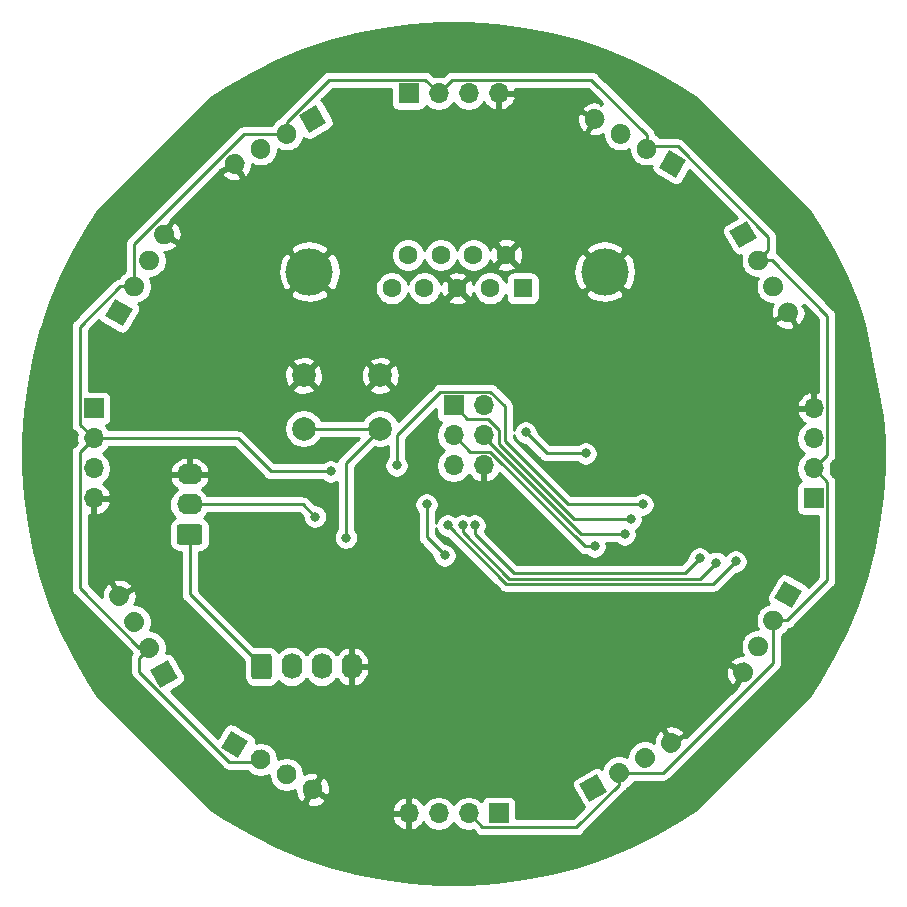
<source format=gbr>
%TF.GenerationSoftware,KiCad,Pcbnew,5.1.9+dfsg1-1+deb11u1*%
%TF.CreationDate,2022-11-12T21:31:23+01:00*%
%TF.ProjectId,ultrasonic_board,756c7472-6173-46f6-9e69-635f626f6172,rev?*%
%TF.SameCoordinates,PX8b48bd0PY4eb9cf0*%
%TF.FileFunction,Copper,L2,Bot*%
%TF.FilePolarity,Positive*%
%FSLAX46Y46*%
G04 Gerber Fmt 4.6, Leading zero omitted, Abs format (unit mm)*
G04 Created by KiCad (PCBNEW 5.1.9+dfsg1-1+deb11u1) date 2022-11-12 21:31:23*
%MOMM*%
%LPD*%
G01*
G04 APERTURE LIST*
%TA.AperFunction,ComponentPad*%
%ADD10C,2.000000*%
%TD*%
%TA.AperFunction,ComponentPad*%
%ADD11O,2.190000X1.740000*%
%TD*%
%TA.AperFunction,ComponentPad*%
%ADD12R,1.700000X1.700000*%
%TD*%
%TA.AperFunction,ComponentPad*%
%ADD13O,1.700000X1.700000*%
%TD*%
%TA.AperFunction,ComponentPad*%
%ADD14O,1.740000X2.190000*%
%TD*%
%TA.AperFunction,ComponentPad*%
%ADD15C,0.100000*%
%TD*%
%TA.AperFunction,ComponentPad*%
%ADD16R,1.600000X1.600000*%
%TD*%
%TA.AperFunction,ComponentPad*%
%ADD17C,1.600000*%
%TD*%
%TA.AperFunction,ComponentPad*%
%ADD18C,4.000000*%
%TD*%
%TA.AperFunction,ViaPad*%
%ADD19C,0.800000*%
%TD*%
%TA.AperFunction,Conductor*%
%ADD20C,0.250000*%
%TD*%
%TA.AperFunction,Conductor*%
%ADD21C,0.254000*%
%TD*%
%TA.AperFunction,Conductor*%
%ADD22C,0.100000*%
%TD*%
G04 APERTURE END LIST*
D10*
%TO.P,RESET,2*%
%TO.N,/RST*%
X-12700000Y2104000D03*
%TO.P,RESET,1*%
%TO.N,GND*%
X-12700000Y6604000D03*
%TO.P,RESET,2*%
%TO.N,/RST*%
X-6200000Y2104000D03*
%TO.P,RESET,1*%
%TO.N,GND*%
X-6200000Y6604000D03*
%TD*%
%TO.P,LED,1*%
%TO.N,+5V*%
%TA.AperFunction,ComponentPad*%
G36*
G01*
X-21506999Y-7728000D02*
X-23197001Y-7728000D01*
G75*
G02*
X-23447000Y-7478001I0J249999D01*
G01*
X-23447000Y-6237999D01*
G75*
G02*
X-23197001Y-5988000I249999J0D01*
G01*
X-21506999Y-5988000D01*
G75*
G02*
X-21257000Y-6237999I0J-249999D01*
G01*
X-21257000Y-7478001D01*
G75*
G02*
X-21506999Y-7728000I-249999J0D01*
G01*
G37*
%TD.AperFunction*%
D11*
%TO.P,LED,2*%
%TO.N,/LED_DIG*%
X-22352000Y-4318000D03*
%TO.P,LED,3*%
%TO.N,GND*%
X-22352000Y-1778000D03*
%TD*%
D12*
%TO.P,J2,1*%
%TO.N,/MISO*%
X0Y4064000D03*
D13*
%TO.P,J2,2*%
%TO.N,+5V*%
X2540000Y4064000D03*
%TO.P,J2,3*%
%TO.N,/SCK*%
X0Y1524000D03*
%TO.P,J2,4*%
%TO.N,/MOSI*%
X2540000Y1524000D03*
%TO.P,J2,5*%
%TO.N,/RST*%
X0Y-1016000D03*
%TO.P,J2,6*%
%TO.N,GND*%
X2540000Y-1016000D03*
%TD*%
%TO.P,I2C,1*%
%TO.N,+5V*%
%TA.AperFunction,ComponentPad*%
G36*
G01*
X-17126000Y-18879001D02*
X-17126000Y-17188999D01*
G75*
G02*
X-16876001Y-16939000I249999J0D01*
G01*
X-15635999Y-16939000D01*
G75*
G02*
X-15386000Y-17188999I0J-249999D01*
G01*
X-15386000Y-18879001D01*
G75*
G02*
X-15635999Y-19129000I-249999J0D01*
G01*
X-16876001Y-19129000D01*
G75*
G02*
X-17126000Y-18879001I0J249999D01*
G01*
G37*
%TD.AperFunction*%
D14*
%TO.P,I2C,2*%
%TO.N,/I2C_SDA*%
X-13716000Y-18034000D03*
%TO.P,I2C,3*%
%TO.N,/I2C_SCL*%
X-11176000Y-18034000D03*
%TO.P,I2C,4*%
%TO.N,GND*%
X-8636000Y-18034000D03*
%TD*%
D13*
%TO.P,U.S. 0 (T),4*%
%TO.N,GND*%
X30480000Y3810000D03*
%TO.P,U.S. 0 (T),3*%
%TO.N,/US0*%
X30480000Y1270000D03*
%TO.P,U.S. 0 (T),2*%
%TO.N,/TRIG*%
X30480000Y-1270000D03*
D12*
%TO.P,U.S. 0 (T),1*%
%TO.N,+5V*%
X30480000Y-3810000D03*
%TD*%
%TA.AperFunction,ComponentPad*%
D15*
%TO.P,U.S. 1 (B),1*%
%TO.N,+5V*%
G36*
X24199878Y17380878D02*
G01*
X23349878Y18853122D01*
X24822122Y19703122D01*
X25672122Y18230878D01*
X24199878Y17380878D01*
G37*
%TD.AperFunction*%
%TO.P,U.S. 1 (B),2*%
%TO.N,/TRIG*%
%TA.AperFunction,ComponentPad*%
G36*
G01*
X25044878Y15917295D02*
X25044878Y15917295D01*
G75*
G02*
X25356000Y17078417I736122J425000D01*
G01*
X25356000Y17078417D01*
G75*
G02*
X26517122Y16767295I425000J-736122D01*
G01*
X26517122Y16767295D01*
G75*
G02*
X26206000Y15606173I-736122J-425000D01*
G01*
X26206000Y15606173D01*
G75*
G02*
X25044878Y15917295I-425000J736122D01*
G01*
G37*
%TD.AperFunction*%
%TO.P,U.S. 1 (B),3*%
%TO.N,/US1*%
%TA.AperFunction,ComponentPad*%
G36*
G01*
X26314878Y13717591D02*
X26314878Y13717591D01*
G75*
G02*
X26626000Y14878713I736122J425000D01*
G01*
X26626000Y14878713D01*
G75*
G02*
X27787122Y14567591I425000J-736122D01*
G01*
X27787122Y14567591D01*
G75*
G02*
X27476000Y13406469I-736122J-425000D01*
G01*
X27476000Y13406469D01*
G75*
G02*
X26314878Y13717591I-425000J736122D01*
G01*
G37*
%TD.AperFunction*%
%TO.P,U.S. 1 (B),4*%
%TO.N,GND*%
%TA.AperFunction,ComponentPad*%
G36*
G01*
X27584878Y11517886D02*
X27584878Y11517886D01*
G75*
G02*
X27896000Y12679008I736122J425000D01*
G01*
X27896000Y12679008D01*
G75*
G02*
X29057122Y12367886I425000J-736122D01*
G01*
X29057122Y12367886D01*
G75*
G02*
X28746000Y11206764I-736122J-425000D01*
G01*
X28746000Y11206764D01*
G75*
G02*
X27584878Y11517886I-425000J736122D01*
G01*
G37*
%TD.AperFunction*%
%TD*%
%TA.AperFunction,ComponentPad*%
%TO.P,U.S. 2 (T),1*%
%TO.N,+5V*%
G36*
X18230878Y25672122D02*
G01*
X19703122Y24822122D01*
X18853122Y23349878D01*
X17380878Y24199878D01*
X18230878Y25672122D01*
G37*
%TD.AperFunction*%
%TO.P,U.S. 2 (T),2*%
%TO.N,/TRIG*%
%TA.AperFunction,ComponentPad*%
G36*
G01*
X16767295Y26517122D02*
X16767295Y26517122D01*
G75*
G02*
X17078417Y25356000I-425000J-736122D01*
G01*
X17078417Y25356000D01*
G75*
G02*
X15917295Y25044878I-736122J425000D01*
G01*
X15917295Y25044878D01*
G75*
G02*
X15606173Y26206000I425000J736122D01*
G01*
X15606173Y26206000D01*
G75*
G02*
X16767295Y26517122I736122J-425000D01*
G01*
G37*
%TD.AperFunction*%
%TO.P,U.S. 2 (T),3*%
%TO.N,/US2*%
%TA.AperFunction,ComponentPad*%
G36*
G01*
X14567591Y27787122D02*
X14567591Y27787122D01*
G75*
G02*
X14878713Y26626000I-425000J-736122D01*
G01*
X14878713Y26626000D01*
G75*
G02*
X13717591Y26314878I-736122J425000D01*
G01*
X13717591Y26314878D01*
G75*
G02*
X13406469Y27476000I425000J736122D01*
G01*
X13406469Y27476000D01*
G75*
G02*
X14567591Y27787122I736122J-425000D01*
G01*
G37*
%TD.AperFunction*%
%TO.P,U.S. 2 (T),4*%
%TO.N,GND*%
%TA.AperFunction,ComponentPad*%
G36*
G01*
X12367886Y29057122D02*
X12367886Y29057122D01*
G75*
G02*
X12679008Y27896000I-425000J-736122D01*
G01*
X12679008Y27896000D01*
G75*
G02*
X11517886Y27584878I-736122J425000D01*
G01*
X11517886Y27584878D01*
G75*
G02*
X11206764Y28746000I425000J736122D01*
G01*
X11206764Y28746000D01*
G75*
G02*
X12367886Y29057122I736122J-425000D01*
G01*
G37*
%TD.AperFunction*%
%TD*%
D13*
%TO.P,U.S. 3 (B),4*%
%TO.N,GND*%
X3810000Y30480000D03*
%TO.P,U.S. 3 (B),3*%
%TO.N,/US3*%
X1270000Y30480000D03*
%TO.P,U.S. 3 (B),2*%
%TO.N,/TRIG*%
X-1270000Y30480000D03*
D12*
%TO.P,U.S. 3 (B),1*%
%TO.N,+5V*%
X-3810000Y30480000D03*
%TD*%
%TO.P,U.S. 4 (T),4*%
%TO.N,GND*%
%TA.AperFunction,ComponentPad*%
G36*
G01*
X-18962114Y25247122D02*
X-18962114Y25247122D01*
G75*
G02*
X-17800992Y24936000I425000J-736122D01*
G01*
X-17800992Y24936000D01*
G75*
G02*
X-18112114Y23774878I-736122J-425000D01*
G01*
X-18112114Y23774878D01*
G75*
G02*
X-19273236Y24086000I-425000J736122D01*
G01*
X-19273236Y24086000D01*
G75*
G02*
X-18962114Y25247122I736122J425000D01*
G01*
G37*
%TD.AperFunction*%
%TO.P,U.S. 4 (T),3*%
%TO.N,/US4*%
%TA.AperFunction,ComponentPad*%
G36*
G01*
X-16762409Y26517122D02*
X-16762409Y26517122D01*
G75*
G02*
X-15601287Y26206000I425000J-736122D01*
G01*
X-15601287Y26206000D01*
G75*
G02*
X-15912409Y25044878I-736122J-425000D01*
G01*
X-15912409Y25044878D01*
G75*
G02*
X-17073531Y25356000I-425000J736122D01*
G01*
X-17073531Y25356000D01*
G75*
G02*
X-16762409Y26517122I736122J425000D01*
G01*
G37*
%TD.AperFunction*%
%TO.P,U.S. 4 (T),2*%
%TO.N,/TRIG*%
%TA.AperFunction,ComponentPad*%
G36*
G01*
X-14562705Y27787122D02*
X-14562705Y27787122D01*
G75*
G02*
X-13401583Y27476000I425000J-736122D01*
G01*
X-13401583Y27476000D01*
G75*
G02*
X-13712705Y26314878I-736122J-425000D01*
G01*
X-13712705Y26314878D01*
G75*
G02*
X-14873827Y26626000I-425000J736122D01*
G01*
X-14873827Y26626000D01*
G75*
G02*
X-14562705Y27787122I736122J425000D01*
G01*
G37*
%TD.AperFunction*%
%TA.AperFunction,ComponentPad*%
D15*
%TO.P,U.S. 4 (T),1*%
%TO.N,+5V*%
G36*
X-13099122Y28632122D02*
G01*
X-11626878Y29482122D01*
X-10776878Y28009878D01*
X-12249122Y27159878D01*
X-13099122Y28632122D01*
G37*
%TD.AperFunction*%
%TD*%
%TA.AperFunction,ComponentPad*%
%TO.P,U.S. 5 (B),1*%
%TO.N,+5V*%
G36*
X-27159878Y12249122D02*
G01*
X-28009878Y10776878D01*
X-29482122Y11626878D01*
X-28632122Y13099122D01*
X-27159878Y12249122D01*
G37*
%TD.AperFunction*%
%TO.P,U.S. 5 (B),2*%
%TO.N,/TRIG*%
%TA.AperFunction,ComponentPad*%
G36*
G01*
X-26314878Y13712705D02*
X-26314878Y13712705D01*
G75*
G02*
X-27476000Y13401583I-736122J425000D01*
G01*
X-27476000Y13401583D01*
G75*
G02*
X-27787122Y14562705I425000J736122D01*
G01*
X-27787122Y14562705D01*
G75*
G02*
X-26626000Y14873827I736122J-425000D01*
G01*
X-26626000Y14873827D01*
G75*
G02*
X-26314878Y13712705I-425000J-736122D01*
G01*
G37*
%TD.AperFunction*%
%TO.P,U.S. 5 (B),3*%
%TO.N,/US5*%
%TA.AperFunction,ComponentPad*%
G36*
G01*
X-25044878Y15912409D02*
X-25044878Y15912409D01*
G75*
G02*
X-26206000Y15601287I-736122J425000D01*
G01*
X-26206000Y15601287D01*
G75*
G02*
X-26517122Y16762409I425000J736122D01*
G01*
X-26517122Y16762409D01*
G75*
G02*
X-25356000Y17073531I736122J-425000D01*
G01*
X-25356000Y17073531D01*
G75*
G02*
X-25044878Y15912409I-425000J-736122D01*
G01*
G37*
%TD.AperFunction*%
%TO.P,U.S. 5 (B),4*%
%TO.N,GND*%
%TA.AperFunction,ComponentPad*%
G36*
G01*
X-23774878Y18112114D02*
X-23774878Y18112114D01*
G75*
G02*
X-24936000Y17800992I-736122J425000D01*
G01*
X-24936000Y17800992D01*
G75*
G02*
X-25247122Y18962114I425000J736122D01*
G01*
X-25247122Y18962114D01*
G75*
G02*
X-24086000Y19273236I736122J-425000D01*
G01*
X-24086000Y19273236D01*
G75*
G02*
X-23774878Y18112114I-425000J-736122D01*
G01*
G37*
%TD.AperFunction*%
%TD*%
D12*
%TO.P,U.S. 6 (T),1*%
%TO.N,+5V*%
X-30480000Y3810000D03*
D13*
%TO.P,U.S. 6 (T),2*%
%TO.N,/TRIG*%
X-30480000Y1270000D03*
%TO.P,U.S. 6 (T),3*%
%TO.N,/US6*%
X-30480000Y-1270000D03*
%TO.P,U.S. 6 (T),4*%
%TO.N,GND*%
X-30480000Y-3810000D03*
%TD*%
%TO.P,U.S. 7 (B),4*%
%TO.N,GND*%
%TA.AperFunction,ComponentPad*%
G36*
G01*
X-27584878Y-11644886D02*
X-27584878Y-11644886D01*
G75*
G02*
X-27896000Y-12806008I-736122J-425000D01*
G01*
X-27896000Y-12806008D01*
G75*
G02*
X-29057122Y-12494886I-425000J736122D01*
G01*
X-29057122Y-12494886D01*
G75*
G02*
X-28746000Y-11333764I736122J425000D01*
G01*
X-28746000Y-11333764D01*
G75*
G02*
X-27584878Y-11644886I425000J-736122D01*
G01*
G37*
%TD.AperFunction*%
%TO.P,U.S. 7 (B),3*%
%TO.N,/US7*%
%TA.AperFunction,ComponentPad*%
G36*
G01*
X-26314878Y-13844591D02*
X-26314878Y-13844591D01*
G75*
G02*
X-26626000Y-15005713I-736122J-425000D01*
G01*
X-26626000Y-15005713D01*
G75*
G02*
X-27787122Y-14694591I-425000J736122D01*
G01*
X-27787122Y-14694591D01*
G75*
G02*
X-27476000Y-13533469I736122J425000D01*
G01*
X-27476000Y-13533469D01*
G75*
G02*
X-26314878Y-13844591I425000J-736122D01*
G01*
G37*
%TD.AperFunction*%
%TO.P,U.S. 7 (B),2*%
%TO.N,/TRIG*%
%TA.AperFunction,ComponentPad*%
G36*
G01*
X-25044878Y-16044295D02*
X-25044878Y-16044295D01*
G75*
G02*
X-25356000Y-17205417I-736122J-425000D01*
G01*
X-25356000Y-17205417D01*
G75*
G02*
X-26517122Y-16894295I-425000J736122D01*
G01*
X-26517122Y-16894295D01*
G75*
G02*
X-26206000Y-15733173I736122J425000D01*
G01*
X-26206000Y-15733173D01*
G75*
G02*
X-25044878Y-16044295I425000J-736122D01*
G01*
G37*
%TD.AperFunction*%
%TA.AperFunction,ComponentPad*%
D15*
%TO.P,U.S. 7 (B),1*%
%TO.N,+5V*%
G36*
X-24199878Y-17507878D02*
G01*
X-23349878Y-18980122D01*
X-24822122Y-19830122D01*
X-25672122Y-18357878D01*
X-24199878Y-17507878D01*
G37*
%TD.AperFunction*%
%TD*%
%TA.AperFunction,ComponentPad*%
%TO.P,U.S. 8 (T),1*%
%TO.N,+5V*%
G36*
X-18230878Y-25799122D02*
G01*
X-19703122Y-24949122D01*
X-18853122Y-23476878D01*
X-17380878Y-24326878D01*
X-18230878Y-25799122D01*
G37*
%TD.AperFunction*%
%TO.P,U.S. 8 (T),2*%
%TO.N,/TRIG*%
%TA.AperFunction,ComponentPad*%
G36*
G01*
X-16767295Y-26644122D02*
X-16767295Y-26644122D01*
G75*
G02*
X-17078417Y-25483000I425000J736122D01*
G01*
X-17078417Y-25483000D01*
G75*
G02*
X-15917295Y-25171878I736122J-425000D01*
G01*
X-15917295Y-25171878D01*
G75*
G02*
X-15606173Y-26333000I-425000J-736122D01*
G01*
X-15606173Y-26333000D01*
G75*
G02*
X-16767295Y-26644122I-736122J425000D01*
G01*
G37*
%TD.AperFunction*%
%TO.P,U.S. 8 (T),3*%
%TO.N,/US8*%
%TA.AperFunction,ComponentPad*%
G36*
G01*
X-14567591Y-27914122D02*
X-14567591Y-27914122D01*
G75*
G02*
X-14878713Y-26753000I425000J736122D01*
G01*
X-14878713Y-26753000D01*
G75*
G02*
X-13717591Y-26441878I736122J-425000D01*
G01*
X-13717591Y-26441878D01*
G75*
G02*
X-13406469Y-27603000I-425000J-736122D01*
G01*
X-13406469Y-27603000D01*
G75*
G02*
X-14567591Y-27914122I-736122J425000D01*
G01*
G37*
%TD.AperFunction*%
%TO.P,U.S. 8 (T),4*%
%TO.N,GND*%
%TA.AperFunction,ComponentPad*%
G36*
G01*
X-12367886Y-29184122D02*
X-12367886Y-29184122D01*
G75*
G02*
X-12679008Y-28023000I425000J736122D01*
G01*
X-12679008Y-28023000D01*
G75*
G02*
X-11517886Y-27711878I736122J-425000D01*
G01*
X-11517886Y-27711878D01*
G75*
G02*
X-11206764Y-28873000I-425000J-736122D01*
G01*
X-11206764Y-28873000D01*
G75*
G02*
X-12367886Y-29184122I-736122J425000D01*
G01*
G37*
%TD.AperFunction*%
%TD*%
D12*
%TO.P,U.S. 9 (B),1*%
%TO.N,+5V*%
X3810000Y-30480000D03*
D13*
%TO.P,U.S. 9 (B),2*%
%TO.N,/TRIG*%
X1270000Y-30480000D03*
%TO.P,U.S. 9 (B),3*%
%TO.N,/US9*%
X-1270000Y-30480000D03*
%TO.P,U.S. 9 (B),4*%
%TO.N,GND*%
X-3810000Y-30480000D03*
%TD*%
%TO.P,U.S. 10 (T),4*%
%TO.N,GND*%
%TA.AperFunction,ComponentPad*%
G36*
G01*
X18835114Y-25247122D02*
X18835114Y-25247122D01*
G75*
G02*
X17673992Y-24936000I-425000J736122D01*
G01*
X17673992Y-24936000D01*
G75*
G02*
X17985114Y-23774878I736122J425000D01*
G01*
X17985114Y-23774878D01*
G75*
G02*
X19146236Y-24086000I425000J-736122D01*
G01*
X19146236Y-24086000D01*
G75*
G02*
X18835114Y-25247122I-736122J-425000D01*
G01*
G37*
%TD.AperFunction*%
%TO.P,U.S. 10 (T),3*%
%TO.N,/USA*%
%TA.AperFunction,ComponentPad*%
G36*
G01*
X16635409Y-26517122D02*
X16635409Y-26517122D01*
G75*
G02*
X15474287Y-26206000I-425000J736122D01*
G01*
X15474287Y-26206000D01*
G75*
G02*
X15785409Y-25044878I736122J425000D01*
G01*
X15785409Y-25044878D01*
G75*
G02*
X16946531Y-25356000I425000J-736122D01*
G01*
X16946531Y-25356000D01*
G75*
G02*
X16635409Y-26517122I-736122J-425000D01*
G01*
G37*
%TD.AperFunction*%
%TO.P,U.S. 10 (T),2*%
%TO.N,/TRIG*%
%TA.AperFunction,ComponentPad*%
G36*
G01*
X14435705Y-27787122D02*
X14435705Y-27787122D01*
G75*
G02*
X13274583Y-27476000I-425000J736122D01*
G01*
X13274583Y-27476000D01*
G75*
G02*
X13585705Y-26314878I736122J425000D01*
G01*
X13585705Y-26314878D01*
G75*
G02*
X14746827Y-26626000I425000J-736122D01*
G01*
X14746827Y-26626000D01*
G75*
G02*
X14435705Y-27787122I-736122J-425000D01*
G01*
G37*
%TD.AperFunction*%
%TA.AperFunction,ComponentPad*%
D15*
%TO.P,U.S. 10 (T),1*%
%TO.N,+5V*%
G36*
X12972122Y-28632122D02*
G01*
X11499878Y-29482122D01*
X10649878Y-28009878D01*
X12122122Y-27159878D01*
X12972122Y-28632122D01*
G37*
%TD.AperFunction*%
%TD*%
%TO.P,U.S. 11 (B),4*%
%TO.N,GND*%
%TA.AperFunction,ComponentPad*%
G36*
G01*
X23774878Y-18112114D02*
X23774878Y-18112114D01*
G75*
G02*
X24936000Y-17800992I736122J-425000D01*
G01*
X24936000Y-17800992D01*
G75*
G02*
X25247122Y-18962114I-425000J-736122D01*
G01*
X25247122Y-18962114D01*
G75*
G02*
X24086000Y-19273236I-736122J425000D01*
G01*
X24086000Y-19273236D01*
G75*
G02*
X23774878Y-18112114I425000J736122D01*
G01*
G37*
%TD.AperFunction*%
%TO.P,U.S. 11 (B),3*%
%TO.N,/USB*%
%TA.AperFunction,ComponentPad*%
G36*
G01*
X25044878Y-15912409D02*
X25044878Y-15912409D01*
G75*
G02*
X26206000Y-15601287I736122J-425000D01*
G01*
X26206000Y-15601287D01*
G75*
G02*
X26517122Y-16762409I-425000J-736122D01*
G01*
X26517122Y-16762409D01*
G75*
G02*
X25356000Y-17073531I-736122J425000D01*
G01*
X25356000Y-17073531D01*
G75*
G02*
X25044878Y-15912409I425000J736122D01*
G01*
G37*
%TD.AperFunction*%
%TO.P,U.S. 11 (B),2*%
%TO.N,/TRIG*%
%TA.AperFunction,ComponentPad*%
G36*
G01*
X26314878Y-13712705D02*
X26314878Y-13712705D01*
G75*
G02*
X27476000Y-13401583I736122J-425000D01*
G01*
X27476000Y-13401583D01*
G75*
G02*
X27787122Y-14562705I-425000J-736122D01*
G01*
X27787122Y-14562705D01*
G75*
G02*
X26626000Y-14873827I-736122J425000D01*
G01*
X26626000Y-14873827D01*
G75*
G02*
X26314878Y-13712705I425000J736122D01*
G01*
G37*
%TD.AperFunction*%
%TA.AperFunction,ComponentPad*%
%TO.P,U.S. 11 (B),1*%
%TO.N,+5V*%
G36*
X27159878Y-12249122D02*
G01*
X28009878Y-10776878D01*
X29482122Y-11626878D01*
X28632122Y-13099122D01*
X27159878Y-12249122D01*
G37*
%TD.AperFunction*%
%TD*%
D16*
%TO.P,CAN,1*%
%TO.N,Net-(J4-Pad1)*%
X5842000Y13970000D03*
D17*
%TO.P,CAN,2*%
%TO.N,Net-(J4-Pad2)*%
X3072000Y13970000D03*
%TO.P,CAN,3*%
%TO.N,GND*%
X302000Y13970000D03*
%TO.P,CAN,4*%
%TO.N,Net-(J4-Pad4)*%
X-2468000Y13970000D03*
%TO.P,CAN,5*%
%TO.N,Net-(J4-Pad5)*%
X-5238000Y13970000D03*
%TO.P,CAN,6*%
%TO.N,GND*%
X4457000Y16810000D03*
%TO.P,CAN,7*%
%TO.N,Net-(J4-Pad7)*%
X1687000Y16810000D03*
%TO.P,CAN,8*%
%TO.N,Net-(J4-Pad8)*%
X-1083000Y16810000D03*
%TO.P,CAN,9*%
%TO.N,+5V*%
X-3853000Y16810000D03*
D18*
%TO.P,CAN,0*%
%TO.N,GND*%
X12802000Y15390000D03*
X-12198000Y15390000D03*
%TD*%
D19*
%TO.N,GND*%
X1016000Y-9652000D03*
X3556000Y-12700000D03*
X-2794000Y-11938000D03*
X-6801000Y-8693000D03*
X-11957000Y-7893000D03*
X9906000Y-13716000D03*
X6604000Y4572000D03*
X15494000Y5842000D03*
X3810000Y25146000D03*
%TO.N,/LED_DIG*%
X-11751010Y-5343186D03*
%TO.N,/MISO*%
X14986000Y-5588000D03*
%TO.N,/SCK*%
X11938006Y-7874000D03*
%TO.N,/MOSI*%
X14478000Y-6858000D03*
%TO.N,/RST*%
X-9125000Y-7130990D03*
X11176000Y0D03*
X6096000Y1778000D03*
%TO.N,/TRIG*%
X-10414000Y-1524000D03*
%TO.N,/US1*%
X-508000Y-6096000D03*
X23876000Y-9144000D03*
%TO.N,/US2*%
X762000Y-6096000D03*
X22225000Y-9271000D03*
%TO.N,/US3*%
X1778000Y-6096000D03*
X20828000Y-8890000D03*
%TO.N,/CAN_INT*%
X-2286000Y-4318000D03*
X-762000Y-8636000D03*
%TO.N,/CAN_CS*%
X16002000Y-4318000D03*
X-4826000Y-1016000D03*
%TD*%
D20*
%TO.N,+5V*%
X-22352000Y-11938000D02*
X-16256000Y-18034000D01*
X-22352000Y-6858000D02*
X-22352000Y-11938000D01*
%TO.N,/LED_DIG*%
X-22352000Y-4318000D02*
X-12776196Y-4318000D01*
X-12776196Y-4318000D02*
X-11751010Y-5343186D01*
%TO.N,/MISO*%
X1175001Y2888999D02*
X0Y4064000D01*
X3810000Y1993002D02*
X2914003Y2888999D01*
X3810000Y762000D02*
X3810000Y1993002D01*
X10160000Y-5588000D02*
X3810000Y762000D01*
X2914003Y2888999D02*
X1175001Y2888999D01*
X14986000Y-5588000D02*
X10160000Y-5588000D01*
%TO.N,/SCK*%
X11938006Y-7562299D02*
X11938006Y-7874000D01*
X11938006Y-7874000D02*
X11137002Y-7874000D01*
X1364999Y159001D02*
X0Y1524000D01*
X3104001Y159001D02*
X1364999Y159001D01*
X11137002Y-7874000D02*
X3104001Y159001D01*
%TO.N,/MOSI*%
X2540000Y1359412D02*
X2540000Y1524000D01*
X10757412Y-6858000D02*
X2540000Y1359412D01*
X14478000Y-6858000D02*
X10757412Y-6858000D01*
%TO.N,/RST*%
X-9125000Y-821000D02*
X-6200000Y2104000D01*
X-9125000Y-7130990D02*
X-9125000Y-821000D01*
X-6200000Y2104000D02*
X-12700000Y2104000D01*
X7874000Y0D02*
X6096000Y1778000D01*
X11176000Y0D02*
X7874000Y0D01*
%TO.N,/TRIG*%
X14010705Y-28053173D02*
X14010705Y-27051000D01*
X10408877Y-31655001D02*
X14010705Y-28053173D01*
X2445001Y-31655001D02*
X10408877Y-31655001D01*
X1270000Y-30480000D02*
X2445001Y-31655001D01*
X27051000Y-17736116D02*
X27051000Y-14137705D01*
X17736116Y-27051000D02*
X27051000Y-17736116D01*
X14010705Y-27051000D02*
X17736116Y-27051000D01*
X31655001Y-2445001D02*
X30480000Y-1270000D01*
X31655001Y-10735785D02*
X31655001Y-2445001D01*
X28253081Y-14137705D02*
X31655001Y-10735785D01*
X27051000Y-14137705D02*
X28253081Y-14137705D01*
X26983081Y16342295D02*
X25781000Y16342295D01*
X31655001Y11670375D02*
X26983081Y16342295D01*
X31655001Y-94999D02*
X31655001Y11670375D01*
X30480000Y-1270000D02*
X31655001Y-94999D01*
X16558427Y25997132D02*
X16342295Y25781000D01*
X26630999Y18353879D02*
X18987746Y25997132D01*
X26630999Y17192294D02*
X26630999Y18353879D01*
X18987746Y25997132D02*
X16558427Y25997132D01*
X25781000Y16342295D02*
X26630999Y17192294D01*
X-94999Y31655001D02*
X-1270000Y30480000D01*
X11670375Y31655001D02*
X-94999Y31655001D01*
X16342295Y26983081D02*
X11670375Y31655001D01*
X16342295Y25781000D02*
X16342295Y26983081D01*
X-14137705Y28053173D02*
X-14137705Y27051000D01*
X-10535877Y31655001D02*
X-14137705Y28053173D01*
X-2445001Y31655001D02*
X-10535877Y31655001D01*
X-1270000Y30480000D02*
X-2445001Y31655001D01*
X-27051000Y17736116D02*
X-27051000Y14137705D01*
X-17736116Y27051000D02*
X-27051000Y17736116D01*
X-14137705Y27051000D02*
X-17736116Y27051000D01*
X-31655001Y2445001D02*
X-30480000Y1270000D01*
X-31655001Y10735785D02*
X-31655001Y2445001D01*
X-28253081Y14137705D02*
X-31655001Y10735785D01*
X-27051000Y14137705D02*
X-28253081Y14137705D01*
X-26590298Y-16469295D02*
X-25781000Y-16469295D01*
X-31655001Y-11404592D02*
X-26590298Y-16469295D01*
X-31655001Y94999D02*
X-31655001Y-11404592D01*
X-30480000Y1270000D02*
X-31655001Y94999D01*
X-16558427Y-26124132D02*
X-16342295Y-25908000D01*
X-18987746Y-26124132D02*
X-16558427Y-26124132D01*
X-26630999Y-18480879D02*
X-18987746Y-26124132D01*
X-26630999Y-17319294D02*
X-26630999Y-18480879D01*
X-25781000Y-16469295D02*
X-26630999Y-17319294D01*
X-10414000Y-1524000D02*
X-15494000Y-1524000D01*
X-18288000Y1270000D02*
X-30480000Y1270000D01*
X-15494000Y-1524000D02*
X-18288000Y1270000D01*
%TO.N,/US1*%
X4456019Y-11060019D02*
X21959981Y-11060019D01*
X-508000Y-6096000D02*
X4456019Y-11060019D01*
X21959981Y-11060019D02*
X23876000Y-9144000D01*
X23876000Y-9144000D02*
X23876000Y-9144000D01*
%TO.N,/US2*%
X4710325Y-10610010D02*
X20885990Y-10610010D01*
X762000Y-6661685D02*
X4710325Y-10610010D01*
X762000Y-6096000D02*
X762000Y-6661685D01*
X20885990Y-10610010D02*
X22225000Y-9271000D01*
X22225000Y-9271000D02*
X22352000Y-9144000D01*
%TO.N,/US3*%
X20828000Y-8890000D02*
X20828000Y-8890000D01*
X5080000Y-10160000D02*
X19558000Y-10160000D01*
X1778000Y-6858000D02*
X5080000Y-10160000D01*
X19558000Y-10160000D02*
X20828000Y-8890000D01*
X1778000Y-6096000D02*
X1778000Y-6858000D01*
%TO.N,/CAN_INT*%
X-2286000Y-7112000D02*
X-762000Y-8636000D01*
X-2286000Y-4318000D02*
X-2286000Y-7112000D01*
%TO.N,/CAN_CS*%
X-4826000Y-1016000D02*
X-4826000Y-1016000D01*
X-1110001Y5239001D02*
X-4826000Y1523002D01*
X3104001Y5239001D02*
X-1110001Y5239001D01*
X-4826000Y1523002D02*
X-4826000Y-1016000D01*
X4318000Y4025002D02*
X3104001Y5239001D01*
X4318000Y1016000D02*
X4318000Y4025002D01*
X9652000Y-4318000D02*
X4318000Y1016000D01*
X16002000Y-4318000D02*
X9652000Y-4318000D01*
%TD*%
D21*
%TO.N,GND*%
X3574139Y36288841D02*
X5939890Y35977384D01*
X8280206Y35511866D01*
X10585064Y34894281D01*
X12844596Y34127273D01*
X15049125Y33214127D01*
X17189212Y32158754D01*
X19255692Y30965671D01*
X20458240Y30162154D01*
X30162154Y20458240D01*
X30965671Y19255692D01*
X32158754Y17189212D01*
X33214127Y15049125D01*
X34127273Y12844596D01*
X34755998Y10992432D01*
X36312817Y3208340D01*
X36444903Y1193083D01*
X36444903Y-1193083D01*
X36288841Y-3574139D01*
X35977384Y-5939890D01*
X35511866Y-8280206D01*
X34894281Y-10585064D01*
X34127273Y-12844596D01*
X33214127Y-15049125D01*
X32158754Y-17189212D01*
X30965671Y-19255692D01*
X30162154Y-20458240D01*
X20458240Y-30162154D01*
X19255692Y-30965671D01*
X17189212Y-32158754D01*
X15049125Y-33214127D01*
X12844596Y-34127273D01*
X10585064Y-34894281D01*
X8280206Y-35511866D01*
X5939890Y-35977384D01*
X3574139Y-36288841D01*
X1193083Y-36444903D01*
X-1193083Y-36444903D01*
X-3574139Y-36288841D01*
X-5939890Y-35977384D01*
X-8280206Y-35511866D01*
X-10585064Y-34894281D01*
X-12844596Y-34127273D01*
X-15049125Y-33214127D01*
X-17189212Y-32158754D01*
X-19255692Y-30965671D01*
X-19448424Y-30836891D01*
X-5251481Y-30836891D01*
X-5154157Y-31111252D01*
X-5005178Y-31361355D01*
X-4810269Y-31577588D01*
X-4576920Y-31751641D01*
X-4314099Y-31876825D01*
X-4166890Y-31921476D01*
X-3937000Y-31800155D01*
X-3937000Y-30607000D01*
X-5130814Y-30607000D01*
X-5251481Y-30836891D01*
X-19448424Y-30836891D01*
X-20458240Y-30162154D01*
X-20497285Y-30123109D01*
X-5251481Y-30123109D01*
X-5130814Y-30353000D01*
X-3937000Y-30353000D01*
X-3937000Y-29159845D01*
X-4166890Y-29038524D01*
X-4314099Y-29083175D01*
X-4576920Y-29208359D01*
X-4810269Y-29382412D01*
X-5005178Y-29598645D01*
X-5154157Y-29848748D01*
X-5251481Y-30123109D01*
X-20497285Y-30123109D01*
X-20965606Y-29654788D01*
X-12492978Y-29654788D01*
X-12354548Y-29874800D01*
X-12204736Y-29909735D01*
X-11914534Y-29932733D01*
X-11625422Y-29898674D01*
X-11348509Y-29808865D01*
X-11094438Y-29666759D01*
X-10872972Y-29477817D01*
X-10862528Y-29218392D01*
X-11896401Y-28621485D01*
X-12492978Y-29654788D01*
X-20965606Y-29654788D01*
X-30162154Y-20458240D01*
X-30965671Y-19255692D01*
X-32158754Y-17189212D01*
X-33214127Y-15049125D01*
X-34127273Y-12844596D01*
X-34894281Y-10585064D01*
X-35511866Y-8280206D01*
X-35977384Y-5939890D01*
X-36288841Y-3574139D01*
X-36444903Y-1193083D01*
X-36444903Y1193083D01*
X-36288841Y3574139D01*
X-35977384Y5939890D01*
X-35511866Y8280206D01*
X-34894281Y10585064D01*
X-34843119Y10735785D01*
X-32418677Y10735785D01*
X-32415001Y10698463D01*
X-32415000Y2482333D01*
X-32418677Y2445001D01*
X-32415000Y2407668D01*
X-32404003Y2296015D01*
X-32394605Y2265033D01*
X-32360547Y2152755D01*
X-32289975Y2020725D01*
X-32230517Y1948276D01*
X-32195001Y1905000D01*
X-32166003Y1881202D01*
X-31921209Y1636408D01*
X-31965000Y1416260D01*
X-31965000Y1123740D01*
X-31921209Y903592D01*
X-32165998Y658803D01*
X-32195002Y635000D01*
X-32242299Y577368D01*
X-32289975Y519275D01*
X-32340109Y425481D01*
X-32360547Y387245D01*
X-32404004Y243984D01*
X-32415001Y132331D01*
X-32415001Y132321D01*
X-32418677Y94999D01*
X-32415001Y57677D01*
X-32415000Y-11367260D01*
X-32418677Y-11404592D01*
X-32404003Y-11553577D01*
X-32360547Y-11696838D01*
X-32289975Y-11828868D01*
X-32234551Y-11896401D01*
X-32195001Y-11944593D01*
X-32166003Y-11968391D01*
X-27253985Y-16880410D01*
X-27265973Y-16895018D01*
X-27287669Y-16935609D01*
X-27336545Y-17027048D01*
X-27380002Y-17170309D01*
X-27390999Y-17281962D01*
X-27390999Y-17281972D01*
X-27394675Y-17319294D01*
X-27390999Y-17356617D01*
X-27390998Y-18443547D01*
X-27394675Y-18480879D01*
X-27380001Y-18629864D01*
X-27336545Y-18773125D01*
X-27265973Y-18905155D01*
X-27217714Y-18963958D01*
X-27170999Y-19020880D01*
X-27142001Y-19044678D01*
X-19551545Y-26635135D01*
X-19527747Y-26664133D01*
X-19498749Y-26687931D01*
X-19412023Y-26759106D01*
X-19279993Y-26829678D01*
X-19136732Y-26873135D01*
X-19025079Y-26884132D01*
X-19025070Y-26884132D01*
X-18987747Y-26887808D01*
X-18950424Y-26884132D01*
X-17466270Y-26884132D01*
X-17288927Y-27061475D01*
X-17045706Y-27223990D01*
X-16775453Y-27335932D01*
X-16488555Y-27393000D01*
X-16196035Y-27393000D01*
X-15909137Y-27335932D01*
X-15638884Y-27223990D01*
X-15627591Y-27216444D01*
X-15627591Y-27324260D01*
X-15570523Y-27611158D01*
X-15458581Y-27881411D01*
X-15296066Y-28124632D01*
X-15089223Y-28331475D01*
X-14846002Y-28493990D01*
X-14575749Y-28605932D01*
X-14288851Y-28663000D01*
X-13996331Y-28663000D01*
X-13709433Y-28605932D01*
X-13439180Y-28493990D01*
X-13420421Y-28481455D01*
X-13418618Y-28613687D01*
X-13357938Y-28898405D01*
X-13242879Y-29165813D01*
X-13077861Y-29405636D01*
X-12972700Y-29517910D01*
X-12712949Y-29527788D01*
X-12116371Y-28494485D01*
X-12133692Y-28484485D01*
X-12085790Y-28401515D01*
X-11769401Y-28401515D01*
X-10735528Y-28998422D01*
X-10516081Y-28859664D01*
X-10463186Y-28573398D01*
X-10467154Y-28282313D01*
X-10527834Y-27997595D01*
X-10642893Y-27730187D01*
X-10807911Y-27490364D01*
X-10913072Y-27378090D01*
X-11172823Y-27368212D01*
X-11769401Y-28401515D01*
X-12085790Y-28401515D01*
X-12006692Y-28264515D01*
X-11989371Y-28274515D01*
X-11392794Y-27241212D01*
X-11531224Y-27021200D01*
X-11681036Y-26986265D01*
X-11971238Y-26963267D01*
X-12260350Y-26997326D01*
X-12537263Y-27087135D01*
X-12657591Y-27154436D01*
X-12657591Y-27031740D01*
X-12714659Y-26744842D01*
X-12826601Y-26474589D01*
X-12989116Y-26231368D01*
X-13195959Y-26024525D01*
X-13439180Y-25862010D01*
X-13709433Y-25750068D01*
X-13996331Y-25693000D01*
X-14288851Y-25693000D01*
X-14575749Y-25750068D01*
X-14846002Y-25862010D01*
X-14857295Y-25869556D01*
X-14857295Y-25761740D01*
X-14914363Y-25474842D01*
X-15026305Y-25204589D01*
X-15188820Y-24961368D01*
X-15395663Y-24754525D01*
X-15638884Y-24592010D01*
X-15909137Y-24480068D01*
X-16196035Y-24423000D01*
X-16488555Y-24423000D01*
X-16764035Y-24477797D01*
X-16748265Y-24410163D01*
X-16744172Y-24285146D01*
X-16764548Y-24161733D01*
X-16808609Y-24044666D01*
X-16874662Y-23938444D01*
X-16960168Y-23847150D01*
X-17061842Y-23774291D01*
X-17876043Y-23304212D01*
X17860022Y-23304212D01*
X18456599Y-24337515D01*
X19490472Y-23740608D01*
X19480028Y-23481183D01*
X19258562Y-23292241D01*
X19004491Y-23150135D01*
X18727578Y-23060326D01*
X18438466Y-23026267D01*
X18148264Y-23049265D01*
X17998452Y-23084200D01*
X17860022Y-23304212D01*
X-17876043Y-23304212D01*
X-18534086Y-22924291D01*
X-18648021Y-22872668D01*
X-18769837Y-22844265D01*
X-18894854Y-22840172D01*
X-19018267Y-22860548D01*
X-19135334Y-22904609D01*
X-19241556Y-22970662D01*
X-19332850Y-23056168D01*
X-19405709Y-23157842D01*
X-19945056Y-24092020D01*
X-23965020Y-20072057D01*
X-23030842Y-19532709D01*
X-22929168Y-19459850D01*
X-22843662Y-19368556D01*
X-22777609Y-19262334D01*
X-22733548Y-19145267D01*
X-22713172Y-19021854D01*
X-22717265Y-18896837D01*
X-22745668Y-18775021D01*
X-22797291Y-18661086D01*
X-23647291Y-17188842D01*
X-23720150Y-17087168D01*
X-23811444Y-17001662D01*
X-23917666Y-16935609D01*
X-24034733Y-16891548D01*
X-24158146Y-16871172D01*
X-24283163Y-16875265D01*
X-24350797Y-16891035D01*
X-24296000Y-16615555D01*
X-24296000Y-16323035D01*
X-24353068Y-16036137D01*
X-24465010Y-15765884D01*
X-24627525Y-15522663D01*
X-24834368Y-15315820D01*
X-25077589Y-15153305D01*
X-25347842Y-15041363D01*
X-25634740Y-14984295D01*
X-25742556Y-14984295D01*
X-25735010Y-14973002D01*
X-25623068Y-14702749D01*
X-25566000Y-14415851D01*
X-25566000Y-14123331D01*
X-25623068Y-13836433D01*
X-25735010Y-13566180D01*
X-25897525Y-13322959D01*
X-26104368Y-13116116D01*
X-26347589Y-12953601D01*
X-26617842Y-12841659D01*
X-26904740Y-12784591D01*
X-27027436Y-12784591D01*
X-26960135Y-12664263D01*
X-26870326Y-12387350D01*
X-26836267Y-12098238D01*
X-26859265Y-11808036D01*
X-26894200Y-11658224D01*
X-27114212Y-11519794D01*
X-28147515Y-12116371D01*
X-28137515Y-12133692D01*
X-28357485Y-12260692D01*
X-28367485Y-12243371D01*
X-28384806Y-12253371D01*
X-28511806Y-12033401D01*
X-28494485Y-12023401D01*
X-29091392Y-10989528D01*
X-29350817Y-10999972D01*
X-29539759Y-11221438D01*
X-29681865Y-11475509D01*
X-29771674Y-11752422D01*
X-29805733Y-12041534D01*
X-29793896Y-12190895D01*
X-30895001Y-11089791D01*
X-30895001Y-10862528D01*
X-28871422Y-10862528D01*
X-28274515Y-11896401D01*
X-27241212Y-11299823D01*
X-27251090Y-11040072D01*
X-27363364Y-10934911D01*
X-27603187Y-10769893D01*
X-27870595Y-10654834D01*
X-28155313Y-10594154D01*
X-28446398Y-10590186D01*
X-28732664Y-10643081D01*
X-28871422Y-10862528D01*
X-30895001Y-10862528D01*
X-30895001Y-5230868D01*
X-30836891Y-5251481D01*
X-30607000Y-5130814D01*
X-30607000Y-3937000D01*
X-30353000Y-3937000D01*
X-30353000Y-5130814D01*
X-30123109Y-5251481D01*
X-29848748Y-5154157D01*
X-29598645Y-5005178D01*
X-29382412Y-4810269D01*
X-29208359Y-4576920D01*
X-29085034Y-4318000D01*
X-24089282Y-4318000D01*
X-24060224Y-4613032D01*
X-23974166Y-4896725D01*
X-23834417Y-5158179D01*
X-23646345Y-5387345D01*
X-23580886Y-5441066D01*
X-23690387Y-5499595D01*
X-23824962Y-5610038D01*
X-23935405Y-5744613D01*
X-24017472Y-5898149D01*
X-24068008Y-6064745D01*
X-24085072Y-6237999D01*
X-24085072Y-7478001D01*
X-24068008Y-7651255D01*
X-24017472Y-7817851D01*
X-23935405Y-7971387D01*
X-23824962Y-8105962D01*
X-23690387Y-8216405D01*
X-23536851Y-8298472D01*
X-23370255Y-8349008D01*
X-23197001Y-8366072D01*
X-23112000Y-8366072D01*
X-23111999Y-11900668D01*
X-23115676Y-11938000D01*
X-23111999Y-11975333D01*
X-23105672Y-12039566D01*
X-23101002Y-12086985D01*
X-23057546Y-12230246D01*
X-22986974Y-12362276D01*
X-22915799Y-12449002D01*
X-22892000Y-12478001D01*
X-22863002Y-12501799D01*
X-17764072Y-17600730D01*
X-17764072Y-18879001D01*
X-17747008Y-19052255D01*
X-17696472Y-19218851D01*
X-17614405Y-19372387D01*
X-17503962Y-19506962D01*
X-17369387Y-19617405D01*
X-17215851Y-19699472D01*
X-17049255Y-19750008D01*
X-16876001Y-19767072D01*
X-15635999Y-19767072D01*
X-15462745Y-19750008D01*
X-15296149Y-19699472D01*
X-15142613Y-19617405D01*
X-15008038Y-19506962D01*
X-14897595Y-19372387D01*
X-14839066Y-19262886D01*
X-14785345Y-19328345D01*
X-14556178Y-19516417D01*
X-14294724Y-19656166D01*
X-14011031Y-19742224D01*
X-13716000Y-19771282D01*
X-13420968Y-19742224D01*
X-13137275Y-19656166D01*
X-12875821Y-19516417D01*
X-12646655Y-19328345D01*
X-12458583Y-19099179D01*
X-12446000Y-19075638D01*
X-12433417Y-19099179D01*
X-12245345Y-19328345D01*
X-12016178Y-19516417D01*
X-11754724Y-19656166D01*
X-11471031Y-19742224D01*
X-11176000Y-19771282D01*
X-10880968Y-19742224D01*
X-10597275Y-19656166D01*
X-10335821Y-19516417D01*
X-10106655Y-19328345D01*
X-9918583Y-19099179D01*
X-9903440Y-19070848D01*
X-9810708Y-19211433D01*
X-9602326Y-19422306D01*
X-9356809Y-19588474D01*
X-9083591Y-19703551D01*
X-8996031Y-19720302D01*
X-8763000Y-19599246D01*
X-8763000Y-18161000D01*
X-8509000Y-18161000D01*
X-8509000Y-19599246D01*
X-8275969Y-19720302D01*
X-8188409Y-19703551D01*
X-7915191Y-19588474D01*
X-7669674Y-19422306D01*
X-7461292Y-19211433D01*
X-7298053Y-18963958D01*
X-7186231Y-18689392D01*
X-7162346Y-18565466D01*
X23026267Y-18565466D01*
X23060326Y-18854578D01*
X23150135Y-19131491D01*
X23292241Y-19385562D01*
X23481183Y-19607028D01*
X23740608Y-19617472D01*
X24337515Y-18583599D01*
X23304212Y-17987022D01*
X23084200Y-18125452D01*
X23049265Y-18275264D01*
X23026267Y-18565466D01*
X-7162346Y-18565466D01*
X-7130123Y-18398286D01*
X-7285624Y-18161000D01*
X-8509000Y-18161000D01*
X-8763000Y-18161000D01*
X-8783000Y-18161000D01*
X-8783000Y-17907000D01*
X-8763000Y-17907000D01*
X-8763000Y-16468754D01*
X-8509000Y-16468754D01*
X-8509000Y-17907000D01*
X-7285624Y-17907000D01*
X-7130123Y-17669714D01*
X-7186231Y-17378608D01*
X-7298053Y-17104042D01*
X-7461292Y-16856567D01*
X-7669674Y-16645694D01*
X-7915191Y-16479526D01*
X-8188409Y-16364449D01*
X-8275969Y-16347698D01*
X-8509000Y-16468754D01*
X-8763000Y-16468754D01*
X-8996031Y-16347698D01*
X-9083591Y-16364449D01*
X-9356809Y-16479526D01*
X-9602326Y-16645694D01*
X-9810708Y-16856567D01*
X-9903440Y-16997152D01*
X-9918583Y-16968821D01*
X-10106655Y-16739655D01*
X-10335822Y-16551583D01*
X-10597276Y-16411834D01*
X-10880969Y-16325776D01*
X-11176000Y-16296718D01*
X-11471032Y-16325776D01*
X-11754725Y-16411834D01*
X-12016179Y-16551583D01*
X-12245345Y-16739655D01*
X-12433417Y-16968822D01*
X-12446000Y-16992363D01*
X-12458583Y-16968821D01*
X-12646655Y-16739655D01*
X-12875822Y-16551583D01*
X-13137276Y-16411834D01*
X-13420969Y-16325776D01*
X-13716000Y-16296718D01*
X-14011032Y-16325776D01*
X-14294725Y-16411834D01*
X-14556179Y-16551583D01*
X-14785345Y-16739655D01*
X-14839065Y-16805114D01*
X-14897595Y-16695613D01*
X-15008038Y-16561038D01*
X-15142613Y-16450595D01*
X-15296149Y-16368528D01*
X-15462745Y-16317992D01*
X-15635999Y-16300928D01*
X-16876001Y-16300928D01*
X-16910839Y-16304359D01*
X-21592000Y-11623199D01*
X-21592000Y-8366072D01*
X-21506999Y-8366072D01*
X-21333745Y-8349008D01*
X-21167149Y-8298472D01*
X-21013613Y-8216405D01*
X-20879038Y-8105962D01*
X-20768595Y-7971387D01*
X-20686528Y-7817851D01*
X-20635992Y-7651255D01*
X-20618928Y-7478001D01*
X-20618928Y-6237999D01*
X-20635992Y-6064745D01*
X-20686528Y-5898149D01*
X-20768595Y-5744613D01*
X-20879038Y-5610038D01*
X-21013613Y-5499595D01*
X-21123114Y-5441066D01*
X-21057655Y-5387345D01*
X-20869583Y-5158179D01*
X-20826727Y-5078000D01*
X-13090997Y-5078000D01*
X-12786010Y-5382988D01*
X-12786010Y-5445125D01*
X-12746236Y-5645084D01*
X-12668215Y-5833442D01*
X-12554947Y-6002960D01*
X-12410784Y-6147123D01*
X-12241266Y-6260391D01*
X-12052908Y-6338412D01*
X-11852949Y-6378186D01*
X-11649071Y-6378186D01*
X-11449112Y-6338412D01*
X-11260754Y-6260391D01*
X-11091236Y-6147123D01*
X-10947073Y-6002960D01*
X-10833805Y-5833442D01*
X-10755784Y-5645084D01*
X-10716010Y-5445125D01*
X-10716010Y-5241247D01*
X-10755784Y-5041288D01*
X-10833805Y-4852930D01*
X-10947073Y-4683412D01*
X-11091236Y-4539249D01*
X-11260754Y-4425981D01*
X-11449112Y-4347960D01*
X-11649071Y-4308186D01*
X-11711208Y-4308186D01*
X-12212392Y-3807002D01*
X-12236195Y-3777999D01*
X-12351920Y-3683026D01*
X-12483949Y-3612454D01*
X-12627210Y-3568997D01*
X-12738863Y-3558000D01*
X-12738874Y-3558000D01*
X-12776196Y-3554324D01*
X-12813518Y-3558000D01*
X-20826727Y-3558000D01*
X-20869583Y-3477821D01*
X-21057655Y-3248655D01*
X-21286821Y-3060583D01*
X-21315152Y-3045440D01*
X-21174567Y-2952708D01*
X-20963694Y-2744326D01*
X-20797526Y-2498809D01*
X-20682449Y-2225591D01*
X-20665698Y-2138031D01*
X-20786754Y-1905000D01*
X-22225000Y-1905000D01*
X-22225000Y-1925000D01*
X-22479000Y-1925000D01*
X-22479000Y-1905000D01*
X-23917246Y-1905000D01*
X-24038302Y-2138031D01*
X-24021551Y-2225591D01*
X-23906474Y-2498809D01*
X-23740306Y-2744326D01*
X-23529433Y-2952708D01*
X-23388848Y-3045440D01*
X-23417179Y-3060583D01*
X-23646345Y-3248655D01*
X-23834417Y-3477821D01*
X-23974166Y-3739275D01*
X-24060224Y-4022968D01*
X-24089282Y-4318000D01*
X-29085034Y-4318000D01*
X-29083175Y-4314099D01*
X-29038524Y-4166890D01*
X-29159845Y-3937000D01*
X-30353000Y-3937000D01*
X-30607000Y-3937000D01*
X-30627000Y-3937000D01*
X-30627000Y-3683000D01*
X-30607000Y-3683000D01*
X-30607000Y-3663000D01*
X-30353000Y-3663000D01*
X-30353000Y-3683000D01*
X-29159845Y-3683000D01*
X-29038524Y-3453110D01*
X-29083175Y-3305901D01*
X-29208359Y-3043080D01*
X-29382412Y-2809731D01*
X-29598645Y-2614822D01*
X-29715534Y-2545195D01*
X-29533368Y-2423475D01*
X-29326525Y-2216632D01*
X-29164010Y-1973411D01*
X-29052068Y-1703158D01*
X-28995340Y-1417969D01*
X-24038302Y-1417969D01*
X-23917246Y-1651000D01*
X-22479000Y-1651000D01*
X-22479000Y-427624D01*
X-22225000Y-427624D01*
X-22225000Y-1651000D01*
X-20786754Y-1651000D01*
X-20665698Y-1417969D01*
X-20682449Y-1330409D01*
X-20797526Y-1057191D01*
X-20963694Y-811674D01*
X-21174567Y-603292D01*
X-21422042Y-440053D01*
X-21696608Y-328231D01*
X-21987714Y-272123D01*
X-22225000Y-427624D01*
X-22479000Y-427624D01*
X-22716286Y-272123D01*
X-23007392Y-328231D01*
X-23281958Y-440053D01*
X-23529433Y-603292D01*
X-23740306Y-811674D01*
X-23906474Y-1057191D01*
X-24021551Y-1330409D01*
X-24038302Y-1417969D01*
X-28995340Y-1417969D01*
X-28995000Y-1416260D01*
X-28995000Y-1123740D01*
X-29052068Y-836842D01*
X-29164010Y-566589D01*
X-29326525Y-323368D01*
X-29533368Y-116525D01*
X-29707760Y0D01*
X-29533368Y116525D01*
X-29326525Y323368D01*
X-29201822Y510000D01*
X-18602801Y510000D01*
X-16057799Y-2035003D01*
X-16034001Y-2064001D01*
X-15918276Y-2158974D01*
X-15786247Y-2229546D01*
X-15642986Y-2273003D01*
X-15531333Y-2284000D01*
X-15531325Y-2284000D01*
X-15494000Y-2287676D01*
X-15456675Y-2284000D01*
X-11117711Y-2284000D01*
X-11073774Y-2327937D01*
X-10904256Y-2441205D01*
X-10715898Y-2519226D01*
X-10515939Y-2559000D01*
X-10312061Y-2559000D01*
X-10112102Y-2519226D01*
X-9923744Y-2441205D01*
X-9884999Y-2415317D01*
X-9885000Y-6427279D01*
X-9928937Y-6471216D01*
X-10042205Y-6640734D01*
X-10120226Y-6829092D01*
X-10160000Y-7029051D01*
X-10160000Y-7232929D01*
X-10120226Y-7432888D01*
X-10042205Y-7621246D01*
X-9928937Y-7790764D01*
X-9784774Y-7934927D01*
X-9615256Y-8048195D01*
X-9426898Y-8126216D01*
X-9226939Y-8165990D01*
X-9023061Y-8165990D01*
X-8823102Y-8126216D01*
X-8634744Y-8048195D01*
X-8465226Y-7934927D01*
X-8321063Y-7790764D01*
X-8207795Y-7621246D01*
X-8129774Y-7432888D01*
X-8090000Y-7232929D01*
X-8090000Y-7029051D01*
X-8129774Y-6829092D01*
X-8207795Y-6640734D01*
X-8321063Y-6471216D01*
X-8365000Y-6427279D01*
X-8365000Y-4216061D01*
X-3321000Y-4216061D01*
X-3321000Y-4419939D01*
X-3281226Y-4619898D01*
X-3203205Y-4808256D01*
X-3089937Y-4977774D01*
X-3046000Y-5021711D01*
X-3045999Y-7074668D01*
X-3049676Y-7112000D01*
X-3045999Y-7149333D01*
X-3035002Y-7260986D01*
X-3028544Y-7282275D01*
X-2991546Y-7404246D01*
X-2920974Y-7536276D01*
X-2862930Y-7607002D01*
X-2826000Y-7652001D01*
X-2797002Y-7675799D01*
X-1797000Y-8675802D01*
X-1797000Y-8737939D01*
X-1757226Y-8937898D01*
X-1679205Y-9126256D01*
X-1565937Y-9295774D01*
X-1421774Y-9439937D01*
X-1252256Y-9553205D01*
X-1063898Y-9631226D01*
X-863939Y-9671000D01*
X-660061Y-9671000D01*
X-460102Y-9631226D01*
X-271744Y-9553205D01*
X-102226Y-9439937D01*
X41937Y-9295774D01*
X155205Y-9126256D01*
X233226Y-8937898D01*
X273000Y-8737939D01*
X273000Y-8534061D01*
X233226Y-8334102D01*
X155205Y-8145744D01*
X41937Y-7976226D01*
X-102226Y-7832063D01*
X-271744Y-7718795D01*
X-460102Y-7640774D01*
X-660061Y-7601000D01*
X-722198Y-7601000D01*
X-1526000Y-6797199D01*
X-1526000Y-6283404D01*
X-1503226Y-6397898D01*
X-1425205Y-6586256D01*
X-1311937Y-6755774D01*
X-1167774Y-6899937D01*
X-998256Y-7013205D01*
X-809898Y-7091226D01*
X-609939Y-7131000D01*
X-547801Y-7131000D01*
X3892220Y-11571022D01*
X3916018Y-11600020D01*
X3945016Y-11623818D01*
X4031742Y-11694993D01*
X4163772Y-11765565D01*
X4307033Y-11809022D01*
X4418686Y-11820019D01*
X4418696Y-11820019D01*
X4456019Y-11823695D01*
X4493341Y-11820019D01*
X21922659Y-11820019D01*
X21959981Y-11823695D01*
X21997303Y-11820019D01*
X21997314Y-11820019D01*
X22108967Y-11809022D01*
X22252228Y-11765565D01*
X22384257Y-11694993D01*
X22499982Y-11600020D01*
X22523785Y-11571016D01*
X23915802Y-10179000D01*
X23977939Y-10179000D01*
X24177898Y-10139226D01*
X24366256Y-10061205D01*
X24535774Y-9947937D01*
X24679937Y-9803774D01*
X24793205Y-9634256D01*
X24871226Y-9445898D01*
X24911000Y-9245939D01*
X24911000Y-9042061D01*
X24871226Y-8842102D01*
X24793205Y-8653744D01*
X24679937Y-8484226D01*
X24535774Y-8340063D01*
X24366256Y-8226795D01*
X24177898Y-8148774D01*
X23977939Y-8109000D01*
X23774061Y-8109000D01*
X23574102Y-8148774D01*
X23385744Y-8226795D01*
X23216226Y-8340063D01*
X23072063Y-8484226D01*
X23003920Y-8586209D01*
X22884774Y-8467063D01*
X22715256Y-8353795D01*
X22526898Y-8275774D01*
X22326939Y-8236000D01*
X22123061Y-8236000D01*
X21923102Y-8275774D01*
X21734744Y-8353795D01*
X21720750Y-8363145D01*
X21631937Y-8230226D01*
X21487774Y-8086063D01*
X21318256Y-7972795D01*
X21129898Y-7894774D01*
X20929939Y-7855000D01*
X20726061Y-7855000D01*
X20526102Y-7894774D01*
X20337744Y-7972795D01*
X20168226Y-8086063D01*
X20024063Y-8230226D01*
X19910795Y-8399744D01*
X19832774Y-8588102D01*
X19793000Y-8788061D01*
X19793000Y-8850198D01*
X19243199Y-9400000D01*
X5394802Y-9400000D01*
X2649484Y-6654683D01*
X2695205Y-6586256D01*
X2773226Y-6397898D01*
X2813000Y-6197939D01*
X2813000Y-5994061D01*
X2773226Y-5794102D01*
X2695205Y-5605744D01*
X2581937Y-5436226D01*
X2437774Y-5292063D01*
X2268256Y-5178795D01*
X2079898Y-5100774D01*
X1879939Y-5061000D01*
X1676061Y-5061000D01*
X1476102Y-5100774D01*
X1287744Y-5178795D01*
X1270000Y-5190651D01*
X1252256Y-5178795D01*
X1063898Y-5100774D01*
X863939Y-5061000D01*
X660061Y-5061000D01*
X460102Y-5100774D01*
X271744Y-5178795D01*
X127000Y-5275510D01*
X-17744Y-5178795D01*
X-206102Y-5100774D01*
X-406061Y-5061000D01*
X-609939Y-5061000D01*
X-809898Y-5100774D01*
X-998256Y-5178795D01*
X-1167774Y-5292063D01*
X-1311937Y-5436226D01*
X-1425205Y-5605744D01*
X-1503226Y-5794102D01*
X-1526000Y-5908596D01*
X-1526000Y-5021711D01*
X-1482063Y-4977774D01*
X-1368795Y-4808256D01*
X-1290774Y-4619898D01*
X-1251000Y-4419939D01*
X-1251000Y-4216061D01*
X-1290774Y-4016102D01*
X-1368795Y-3827744D01*
X-1482063Y-3658226D01*
X-1626226Y-3514063D01*
X-1795744Y-3400795D01*
X-1984102Y-3322774D01*
X-2184061Y-3283000D01*
X-2387939Y-3283000D01*
X-2587898Y-3322774D01*
X-2776256Y-3400795D01*
X-2945774Y-3514063D01*
X-3089937Y-3658226D01*
X-3203205Y-3827744D01*
X-3281226Y-4016102D01*
X-3321000Y-4216061D01*
X-8365000Y-4216061D01*
X-8365000Y-1135801D01*
X-6691375Y537823D01*
X-6676912Y531832D01*
X-6361033Y469000D01*
X-6038967Y469000D01*
X-5723088Y531832D01*
X-5586000Y588616D01*
X-5585999Y-312288D01*
X-5629937Y-356226D01*
X-5743205Y-525744D01*
X-5821226Y-714102D01*
X-5861000Y-914061D01*
X-5861000Y-1117939D01*
X-5821226Y-1317898D01*
X-5743205Y-1506256D01*
X-5629937Y-1675774D01*
X-5485774Y-1819937D01*
X-5316256Y-1933205D01*
X-5127898Y-2011226D01*
X-4927939Y-2051000D01*
X-4724061Y-2051000D01*
X-4524102Y-2011226D01*
X-4335744Y-1933205D01*
X-4166226Y-1819937D01*
X-4022063Y-1675774D01*
X-3908795Y-1506256D01*
X-3830774Y-1317898D01*
X-3791000Y-1117939D01*
X-3791000Y-914061D01*
X-3830774Y-714102D01*
X-3908795Y-525744D01*
X-4022063Y-356226D01*
X-4066000Y-312289D01*
X-4066000Y1208201D01*
X-1488072Y3786128D01*
X-1488072Y3214000D01*
X-1475812Y3089518D01*
X-1439502Y2969820D01*
X-1380537Y2859506D01*
X-1301185Y2762815D01*
X-1204494Y2683463D01*
X-1094180Y2624498D01*
X-1021620Y2602487D01*
X-1153475Y2470632D01*
X-1315990Y2227411D01*
X-1427932Y1957158D01*
X-1485000Y1670260D01*
X-1485000Y1377740D01*
X-1427932Y1090842D01*
X-1315990Y820589D01*
X-1153475Y577368D01*
X-946632Y370525D01*
X-772240Y254000D01*
X-946632Y137475D01*
X-1153475Y-69368D01*
X-1315990Y-312589D01*
X-1427932Y-582842D01*
X-1485000Y-869740D01*
X-1485000Y-1162260D01*
X-1427932Y-1449158D01*
X-1315990Y-1719411D01*
X-1153475Y-1962632D01*
X-946632Y-2169475D01*
X-703411Y-2331990D01*
X-433158Y-2443932D01*
X-146260Y-2501000D01*
X146260Y-2501000D01*
X433158Y-2443932D01*
X703411Y-2331990D01*
X946632Y-2169475D01*
X1153475Y-1962632D01*
X1271100Y-1786594D01*
X1442412Y-2016269D01*
X1658645Y-2211178D01*
X1908748Y-2360157D01*
X2183109Y-2457481D01*
X2413000Y-2336814D01*
X2413000Y-1143000D01*
X2393000Y-1143000D01*
X2393000Y-889000D01*
X2413000Y-889000D01*
X2413000Y-869000D01*
X2667000Y-869000D01*
X2667000Y-889000D01*
X2687000Y-889000D01*
X2687000Y-1143000D01*
X2667000Y-1143000D01*
X2667000Y-2336814D01*
X2896891Y-2457481D01*
X3171252Y-2360157D01*
X3421355Y-2211178D01*
X3637588Y-2016269D01*
X3811641Y-1782920D01*
X3863095Y-1674894D01*
X10573203Y-8385003D01*
X10597001Y-8414001D01*
X10625999Y-8437799D01*
X10712725Y-8508974D01*
X10818391Y-8565454D01*
X10844755Y-8579546D01*
X10988016Y-8623003D01*
X11099669Y-8634000D01*
X11099679Y-8634000D01*
X11137002Y-8637676D01*
X11174325Y-8634000D01*
X11234295Y-8634000D01*
X11278232Y-8677937D01*
X11447750Y-8791205D01*
X11636108Y-8869226D01*
X11836067Y-8909000D01*
X12039945Y-8909000D01*
X12239904Y-8869226D01*
X12428262Y-8791205D01*
X12597780Y-8677937D01*
X12741943Y-8533774D01*
X12855211Y-8364256D01*
X12933232Y-8175898D01*
X12973006Y-7975939D01*
X12973006Y-7772061D01*
X12942362Y-7618000D01*
X13774289Y-7618000D01*
X13818226Y-7661937D01*
X13987744Y-7775205D01*
X14176102Y-7853226D01*
X14376061Y-7893000D01*
X14579939Y-7893000D01*
X14779898Y-7853226D01*
X14968256Y-7775205D01*
X15137774Y-7661937D01*
X15281937Y-7517774D01*
X15395205Y-7348256D01*
X15473226Y-7159898D01*
X15513000Y-6959939D01*
X15513000Y-6756061D01*
X15473226Y-6556102D01*
X15455675Y-6513730D01*
X15476256Y-6505205D01*
X15645774Y-6391937D01*
X15789937Y-6247774D01*
X15903205Y-6078256D01*
X15981226Y-5889898D01*
X16021000Y-5689939D01*
X16021000Y-5486061D01*
X15994533Y-5353000D01*
X16103939Y-5353000D01*
X16303898Y-5313226D01*
X16492256Y-5235205D01*
X16661774Y-5121937D01*
X16805937Y-4977774D01*
X16919205Y-4808256D01*
X16997226Y-4619898D01*
X17037000Y-4419939D01*
X17037000Y-4216061D01*
X16997226Y-4016102D01*
X16919205Y-3827744D01*
X16805937Y-3658226D01*
X16661774Y-3514063D01*
X16492256Y-3400795D01*
X16303898Y-3322774D01*
X16103939Y-3283000D01*
X15900061Y-3283000D01*
X15700102Y-3322774D01*
X15511744Y-3400795D01*
X15342226Y-3514063D01*
X15298289Y-3558000D01*
X9966802Y-3558000D01*
X5078000Y1330801D01*
X5078000Y1590596D01*
X5100774Y1476102D01*
X5178795Y1287744D01*
X5292063Y1118226D01*
X5436226Y974063D01*
X5605744Y860795D01*
X5794102Y782774D01*
X5994061Y743000D01*
X6056199Y743000D01*
X7310201Y-511003D01*
X7333999Y-540001D01*
X7449724Y-634974D01*
X7581753Y-705546D01*
X7725014Y-749003D01*
X7836667Y-760000D01*
X7836675Y-760000D01*
X7874000Y-763676D01*
X7911325Y-760000D01*
X10472289Y-760000D01*
X10516226Y-803937D01*
X10685744Y-917205D01*
X10874102Y-995226D01*
X11074061Y-1035000D01*
X11277939Y-1035000D01*
X11477898Y-995226D01*
X11666256Y-917205D01*
X11835774Y-803937D01*
X11979937Y-659774D01*
X12093205Y-490256D01*
X12171226Y-301898D01*
X12211000Y-101939D01*
X12211000Y101939D01*
X12171226Y301898D01*
X12093205Y490256D01*
X11979937Y659774D01*
X11835774Y803937D01*
X11666256Y917205D01*
X11477898Y995226D01*
X11277939Y1035000D01*
X11074061Y1035000D01*
X10874102Y995226D01*
X10685744Y917205D01*
X10516226Y803937D01*
X10472289Y760000D01*
X8188802Y760000D01*
X7131000Y1817801D01*
X7131000Y1879939D01*
X7091226Y2079898D01*
X7013205Y2268256D01*
X6899937Y2437774D01*
X6755774Y2581937D01*
X6586256Y2695205D01*
X6397898Y2773226D01*
X6197939Y2813000D01*
X5994061Y2813000D01*
X5794102Y2773226D01*
X5605744Y2695205D01*
X5436226Y2581937D01*
X5292063Y2437774D01*
X5178795Y2268256D01*
X5100774Y2079898D01*
X5078000Y1965404D01*
X5078000Y3987679D01*
X5081676Y4025002D01*
X5078000Y4062325D01*
X5078000Y4062335D01*
X5067703Y4166890D01*
X29038524Y4166890D01*
X29159845Y3937000D01*
X30353000Y3937000D01*
X30353000Y5130814D01*
X30123109Y5251481D01*
X29848748Y5154157D01*
X29598645Y5005178D01*
X29382412Y4810269D01*
X29208359Y4576920D01*
X29083175Y4314099D01*
X29038524Y4166890D01*
X5067703Y4166890D01*
X5067003Y4173988D01*
X5023546Y4317249D01*
X4952974Y4449278D01*
X4858001Y4565003D01*
X4829003Y4588801D01*
X3667805Y5749998D01*
X3644002Y5779002D01*
X3528277Y5873975D01*
X3396248Y5944547D01*
X3252987Y5988004D01*
X3141334Y5999001D01*
X3141323Y5999001D01*
X3104001Y6002677D01*
X3066679Y5999001D01*
X-1072679Y5999001D01*
X-1110002Y6002677D01*
X-1147325Y5999001D01*
X-1147334Y5999001D01*
X-1258987Y5988004D01*
X-1402248Y5944547D01*
X-1534277Y5873975D01*
X-1650002Y5779002D01*
X-1673800Y5750004D01*
X-4690822Y2732982D01*
X-4751082Y2878463D01*
X-4930013Y3146252D01*
X-5157748Y3373987D01*
X-5425537Y3552918D01*
X-5723088Y3676168D01*
X-6038967Y3739000D01*
X-6361033Y3739000D01*
X-6676912Y3676168D01*
X-6974463Y3552918D01*
X-7242252Y3373987D01*
X-7469987Y3146252D01*
X-7648918Y2878463D01*
X-7654909Y2864000D01*
X-11245091Y2864000D01*
X-11251082Y2878463D01*
X-11430013Y3146252D01*
X-11657748Y3373987D01*
X-11925537Y3552918D01*
X-12223088Y3676168D01*
X-12538967Y3739000D01*
X-12861033Y3739000D01*
X-13176912Y3676168D01*
X-13474463Y3552918D01*
X-13742252Y3373987D01*
X-13969987Y3146252D01*
X-14148918Y2878463D01*
X-14272168Y2580912D01*
X-14335000Y2265033D01*
X-14335000Y1942967D01*
X-14272168Y1627088D01*
X-14148918Y1329537D01*
X-13969987Y1061748D01*
X-13742252Y834013D01*
X-13474463Y655082D01*
X-13176912Y531832D01*
X-12861033Y469000D01*
X-12538967Y469000D01*
X-12223088Y531832D01*
X-11925537Y655082D01*
X-11657748Y834013D01*
X-11430013Y1061748D01*
X-11251082Y1329537D01*
X-11245091Y1344000D01*
X-8034802Y1344000D01*
X-9636002Y-257201D01*
X-9665000Y-280999D01*
X-9688798Y-309997D01*
X-9688799Y-309998D01*
X-9759974Y-396724D01*
X-9830546Y-528754D01*
X-9855357Y-610547D01*
X-9865935Y-645421D01*
X-9923744Y-606795D01*
X-10112102Y-528774D01*
X-10312061Y-489000D01*
X-10515939Y-489000D01*
X-10715898Y-528774D01*
X-10904256Y-606795D01*
X-11073774Y-720063D01*
X-11117711Y-764000D01*
X-15179198Y-764000D01*
X-17724196Y1780997D01*
X-17747999Y1810001D01*
X-17863724Y1904974D01*
X-17995753Y1975546D01*
X-18139014Y2019003D01*
X-18250667Y2030000D01*
X-18250678Y2030000D01*
X-18288000Y2033676D01*
X-18325322Y2030000D01*
X-29201822Y2030000D01*
X-29326525Y2216632D01*
X-29458380Y2348487D01*
X-29385820Y2370498D01*
X-29275506Y2429463D01*
X-29178815Y2508815D01*
X-29099463Y2605506D01*
X-29040498Y2715820D01*
X-29004188Y2835518D01*
X-28991928Y2960000D01*
X-28991928Y4660000D01*
X-29004188Y4784482D01*
X-29040498Y4904180D01*
X-29099463Y5014494D01*
X-29178815Y5111185D01*
X-29275506Y5190537D01*
X-29385820Y5249502D01*
X-29505518Y5285812D01*
X-29630000Y5298072D01*
X-30895001Y5298072D01*
X-30895001Y5468587D01*
X-13655808Y5468587D01*
X-13560044Y5204186D01*
X-13270429Y5063296D01*
X-12958892Y4981616D01*
X-12637405Y4962282D01*
X-12318325Y5006039D01*
X-12013912Y5111205D01*
X-11839956Y5204186D01*
X-11744192Y5468587D01*
X-7155808Y5468587D01*
X-7060044Y5204186D01*
X-6770429Y5063296D01*
X-6458892Y4981616D01*
X-6137405Y4962282D01*
X-5818325Y5006039D01*
X-5513912Y5111205D01*
X-5339956Y5204186D01*
X-5244192Y5468587D01*
X-6200000Y6424395D01*
X-7155808Y5468587D01*
X-11744192Y5468587D01*
X-12700000Y6424395D01*
X-13655808Y5468587D01*
X-30895001Y5468587D01*
X-30895001Y6541405D01*
X-14341718Y6541405D01*
X-14297961Y6222325D01*
X-14192795Y5917912D01*
X-14099814Y5743956D01*
X-13835413Y5648192D01*
X-12879605Y6604000D01*
X-12520395Y6604000D01*
X-11564587Y5648192D01*
X-11300186Y5743956D01*
X-11159296Y6033571D01*
X-11077616Y6345108D01*
X-11065811Y6541405D01*
X-7841718Y6541405D01*
X-7797961Y6222325D01*
X-7692795Y5917912D01*
X-7599814Y5743956D01*
X-7335413Y5648192D01*
X-6379605Y6604000D01*
X-6020395Y6604000D01*
X-5064587Y5648192D01*
X-4800186Y5743956D01*
X-4659296Y6033571D01*
X-4577616Y6345108D01*
X-4558282Y6666595D01*
X-4602039Y6985675D01*
X-4707205Y7290088D01*
X-4800186Y7464044D01*
X-5064587Y7559808D01*
X-6020395Y6604000D01*
X-6379605Y6604000D01*
X-7335413Y7559808D01*
X-7599814Y7464044D01*
X-7740704Y7174429D01*
X-7822384Y6862892D01*
X-7841718Y6541405D01*
X-11065811Y6541405D01*
X-11058282Y6666595D01*
X-11102039Y6985675D01*
X-11207205Y7290088D01*
X-11300186Y7464044D01*
X-11564587Y7559808D01*
X-12520395Y6604000D01*
X-12879605Y6604000D01*
X-13835413Y7559808D01*
X-14099814Y7464044D01*
X-14240704Y7174429D01*
X-14322384Y6862892D01*
X-14341718Y6541405D01*
X-30895001Y6541405D01*
X-30895001Y7739413D01*
X-13655808Y7739413D01*
X-12700000Y6783605D01*
X-11744192Y7739413D01*
X-7155808Y7739413D01*
X-6200000Y6783605D01*
X-5244192Y7739413D01*
X-5339956Y8003814D01*
X-5629571Y8144704D01*
X-5941108Y8226384D01*
X-6262595Y8245718D01*
X-6581675Y8201961D01*
X-6886088Y8096795D01*
X-7060044Y8003814D01*
X-7155808Y7739413D01*
X-11744192Y7739413D01*
X-11839956Y8003814D01*
X-12129571Y8144704D01*
X-12441108Y8226384D01*
X-12762595Y8245718D01*
X-13081675Y8201961D01*
X-13386088Y8096795D01*
X-13560044Y8003814D01*
X-13655808Y7739413D01*
X-30895001Y7739413D01*
X-30895001Y10420984D01*
X-30022540Y11293445D01*
X-29988338Y11238444D01*
X-29902832Y11147150D01*
X-29801158Y11074291D01*
X-28328914Y10224291D01*
X-28214979Y10172668D01*
X-28093163Y10144265D01*
X-27968146Y10140172D01*
X-27844733Y10160548D01*
X-27727666Y10204609D01*
X-27621444Y10270662D01*
X-27530150Y10356168D01*
X-27457291Y10457842D01*
X-27044497Y11172823D01*
X27241212Y11172823D01*
X27251090Y10913072D01*
X27363364Y10807911D01*
X27603187Y10642893D01*
X27870595Y10527834D01*
X28155313Y10467154D01*
X28446398Y10463186D01*
X28732664Y10516081D01*
X28871422Y10735528D01*
X28274515Y11769401D01*
X27241212Y11172823D01*
X-27044497Y11172823D01*
X-26607291Y11930086D01*
X-26555668Y12044021D01*
X-26527265Y12165837D01*
X-26523172Y12290854D01*
X-26543548Y12414267D01*
X-26587609Y12531334D01*
X-26653662Y12637556D01*
X-26705053Y12692426D01*
X-26617842Y12709773D01*
X-26347589Y12821715D01*
X-26104368Y12984230D01*
X-25897525Y13191073D01*
X-25735010Y13434294D01*
X-25690190Y13542501D01*
X-13865894Y13542501D01*
X-13649772Y13175742D01*
X-13189895Y12935062D01*
X-12691902Y12788725D01*
X-12174929Y12742352D01*
X-11658841Y12797727D01*
X-11163474Y12952721D01*
X-10746228Y13175742D01*
X-10530106Y13542501D01*
X-12198000Y15210395D01*
X-13865894Y13542501D01*
X-25690190Y13542501D01*
X-25623068Y13704547D01*
X-25566000Y13991445D01*
X-25566000Y14283965D01*
X-25623068Y14570863D01*
X-25735010Y14841116D01*
X-25742556Y14852409D01*
X-25634740Y14852409D01*
X-25347842Y14909477D01*
X-25077589Y15021419D01*
X-24834368Y15183934D01*
X-24651373Y15366929D01*
X-14845648Y15366929D01*
X-14790273Y14850841D01*
X-14635279Y14355474D01*
X-14412258Y13938228D01*
X-14045499Y13722106D01*
X-12377605Y15390000D01*
X-12018395Y15390000D01*
X-10350501Y13722106D01*
X-9983742Y13938228D01*
X-9893146Y14111335D01*
X-6673000Y14111335D01*
X-6673000Y13828665D01*
X-6617853Y13551426D01*
X-6509680Y13290273D01*
X-6352637Y13055241D01*
X-6152759Y12855363D01*
X-5917727Y12698320D01*
X-5656574Y12590147D01*
X-5379335Y12535000D01*
X-5096665Y12535000D01*
X-4819426Y12590147D01*
X-4558273Y12698320D01*
X-4323241Y12855363D01*
X-4123363Y13055241D01*
X-3966320Y13290273D01*
X-3858147Y13551426D01*
X-3853000Y13577301D01*
X-3847853Y13551426D01*
X-3739680Y13290273D01*
X-3582637Y13055241D01*
X-3382759Y12855363D01*
X-3147727Y12698320D01*
X-2886574Y12590147D01*
X-2609335Y12535000D01*
X-2326665Y12535000D01*
X-2049426Y12590147D01*
X-1788273Y12698320D01*
X-1553241Y12855363D01*
X-1431306Y12977298D01*
X-511097Y12977298D01*
X-439514Y12733329D01*
X-184004Y12612429D01*
X90184Y12543700D01*
X372512Y12529783D01*
X652130Y12571213D01*
X918292Y12666397D01*
X1043514Y12733329D01*
X1115097Y12977298D01*
X302000Y13790395D01*
X-511097Y12977298D01*
X-1431306Y12977298D01*
X-1353363Y13055241D01*
X-1196320Y13290273D01*
X-1088147Y13551426D01*
X-1082487Y13579882D01*
X-1001603Y13353708D01*
X-934671Y13228486D01*
X-690702Y13156903D01*
X122395Y13970000D01*
X481605Y13970000D01*
X1294702Y13156903D01*
X1538671Y13228486D01*
X1659571Y13483996D01*
X1685212Y13586289D01*
X1692147Y13551426D01*
X1800320Y13290273D01*
X1957363Y13055241D01*
X2157241Y12855363D01*
X2392273Y12698320D01*
X2653426Y12590147D01*
X2930665Y12535000D01*
X3213335Y12535000D01*
X3490574Y12590147D01*
X3751727Y12698320D01*
X3986759Y12855363D01*
X4186637Y13055241D01*
X4343680Y13290273D01*
X4403928Y13435725D01*
X4403928Y13170000D01*
X4416188Y13045518D01*
X4452498Y12925820D01*
X4511463Y12815506D01*
X4590815Y12718815D01*
X4687506Y12639463D01*
X4797820Y12580498D01*
X4917518Y12544188D01*
X5042000Y12531928D01*
X6642000Y12531928D01*
X6766482Y12544188D01*
X6886180Y12580498D01*
X6996494Y12639463D01*
X7093185Y12718815D01*
X7172537Y12815506D01*
X7231502Y12925820D01*
X7267812Y13045518D01*
X7280072Y13170000D01*
X7280072Y13542501D01*
X11134106Y13542501D01*
X11350228Y13175742D01*
X11810105Y12935062D01*
X12308098Y12788725D01*
X12825071Y12742352D01*
X13341159Y12797727D01*
X13836526Y12952721D01*
X14253772Y13175742D01*
X14469894Y13542501D01*
X12802000Y15210395D01*
X11134106Y13542501D01*
X7280072Y13542501D01*
X7280072Y14770000D01*
X7267812Y14894482D01*
X7231502Y15014180D01*
X7172537Y15124494D01*
X7093185Y15221185D01*
X6996494Y15300537D01*
X6886180Y15359502D01*
X6861697Y15366929D01*
X10154352Y15366929D01*
X10209727Y14850841D01*
X10364721Y14355474D01*
X10587742Y13938228D01*
X10954501Y13722106D01*
X12622395Y15390000D01*
X12981605Y15390000D01*
X14649499Y13722106D01*
X15016258Y13938228D01*
X15256938Y14398105D01*
X15403275Y14896098D01*
X15449648Y15413071D01*
X15394273Y15929159D01*
X15239279Y16424526D01*
X15016258Y16841772D01*
X14649499Y17057894D01*
X12981605Y15390000D01*
X12622395Y15390000D01*
X10954501Y17057894D01*
X10587742Y16841772D01*
X10347062Y16381895D01*
X10200725Y15883902D01*
X10154352Y15366929D01*
X6861697Y15366929D01*
X6766482Y15395812D01*
X6642000Y15408072D01*
X5042000Y15408072D01*
X4917518Y15395812D01*
X4797820Y15359502D01*
X4687506Y15300537D01*
X4590815Y15221185D01*
X4511463Y15124494D01*
X4452498Y15014180D01*
X4416188Y14894482D01*
X4403928Y14770000D01*
X4403928Y14504275D01*
X4343680Y14649727D01*
X4186637Y14884759D01*
X3986759Y15084637D01*
X3751727Y15241680D01*
X3490574Y15349853D01*
X3213335Y15405000D01*
X2930665Y15405000D01*
X2653426Y15349853D01*
X2392273Y15241680D01*
X2157241Y15084637D01*
X1957363Y14884759D01*
X1800320Y14649727D01*
X1692147Y14388574D01*
X1686487Y14360118D01*
X1605603Y14586292D01*
X1538671Y14711514D01*
X1294702Y14783097D01*
X481605Y13970000D01*
X122395Y13970000D01*
X-690702Y14783097D01*
X-934671Y14711514D01*
X-1055571Y14456004D01*
X-1081212Y14353711D01*
X-1088147Y14388574D01*
X-1196320Y14649727D01*
X-1353363Y14884759D01*
X-1431306Y14962702D01*
X-511097Y14962702D01*
X302000Y14149605D01*
X1115097Y14962702D01*
X1043514Y15206671D01*
X788004Y15327571D01*
X513816Y15396300D01*
X231488Y15410217D01*
X-48130Y15368787D01*
X-314292Y15273603D01*
X-439514Y15206671D01*
X-511097Y14962702D01*
X-1431306Y14962702D01*
X-1553241Y15084637D01*
X-1788273Y15241680D01*
X-2049426Y15349853D01*
X-2326665Y15405000D01*
X-2609335Y15405000D01*
X-2886574Y15349853D01*
X-3147727Y15241680D01*
X-3382759Y15084637D01*
X-3582637Y14884759D01*
X-3739680Y14649727D01*
X-3847853Y14388574D01*
X-3853000Y14362699D01*
X-3858147Y14388574D01*
X-3966320Y14649727D01*
X-4123363Y14884759D01*
X-4323241Y15084637D01*
X-4558273Y15241680D01*
X-4819426Y15349853D01*
X-5096665Y15405000D01*
X-5379335Y15405000D01*
X-5656574Y15349853D01*
X-5917727Y15241680D01*
X-6152759Y15084637D01*
X-6352637Y14884759D01*
X-6509680Y14649727D01*
X-6617853Y14388574D01*
X-6673000Y14111335D01*
X-9893146Y14111335D01*
X-9743062Y14398105D01*
X-9596725Y14896098D01*
X-9550352Y15413071D01*
X-9605727Y15929159D01*
X-9760721Y16424526D01*
X-9983742Y16841772D01*
X-10169670Y16951335D01*
X-5288000Y16951335D01*
X-5288000Y16668665D01*
X-5232853Y16391426D01*
X-5124680Y16130273D01*
X-4967637Y15895241D01*
X-4767759Y15695363D01*
X-4532727Y15538320D01*
X-4271574Y15430147D01*
X-3994335Y15375000D01*
X-3711665Y15375000D01*
X-3434426Y15430147D01*
X-3173273Y15538320D01*
X-2938241Y15695363D01*
X-2738363Y15895241D01*
X-2581320Y16130273D01*
X-2473147Y16391426D01*
X-2468000Y16417301D01*
X-2462853Y16391426D01*
X-2354680Y16130273D01*
X-2197637Y15895241D01*
X-1997759Y15695363D01*
X-1762727Y15538320D01*
X-1501574Y15430147D01*
X-1224335Y15375000D01*
X-941665Y15375000D01*
X-664426Y15430147D01*
X-403273Y15538320D01*
X-168241Y15695363D01*
X31637Y15895241D01*
X188680Y16130273D01*
X296853Y16391426D01*
X302000Y16417301D01*
X307147Y16391426D01*
X415320Y16130273D01*
X572363Y15895241D01*
X772241Y15695363D01*
X1007273Y15538320D01*
X1268426Y15430147D01*
X1545665Y15375000D01*
X1828335Y15375000D01*
X2105574Y15430147D01*
X2366727Y15538320D01*
X2601759Y15695363D01*
X2723694Y15817298D01*
X3643903Y15817298D01*
X3715486Y15573329D01*
X3970996Y15452429D01*
X4245184Y15383700D01*
X4527512Y15369783D01*
X4807130Y15411213D01*
X5073292Y15506397D01*
X5198514Y15573329D01*
X5270097Y15817298D01*
X4457000Y16630395D01*
X3643903Y15817298D01*
X2723694Y15817298D01*
X2801637Y15895241D01*
X2958680Y16130273D01*
X3066853Y16391426D01*
X3072513Y16419882D01*
X3153397Y16193708D01*
X3220329Y16068486D01*
X3464298Y15996903D01*
X4277395Y16810000D01*
X4636605Y16810000D01*
X5449702Y15996903D01*
X5693671Y16068486D01*
X5814571Y16323996D01*
X5883300Y16598184D01*
X5897217Y16880512D01*
X5855787Y17160130D01*
X5828119Y17237499D01*
X11134106Y17237499D01*
X12802000Y15569605D01*
X14469894Y17237499D01*
X14253772Y17604258D01*
X13793895Y17844938D01*
X13295902Y17991275D01*
X12778929Y18037648D01*
X12262841Y17982273D01*
X11767474Y17827279D01*
X11350228Y17604258D01*
X11134106Y17237499D01*
X5828119Y17237499D01*
X5760603Y17426292D01*
X5693671Y17551514D01*
X5449702Y17623097D01*
X4636605Y16810000D01*
X4277395Y16810000D01*
X3464298Y17623097D01*
X3220329Y17551514D01*
X3099429Y17296004D01*
X3073788Y17193711D01*
X3066853Y17228574D01*
X2958680Y17489727D01*
X2801637Y17724759D01*
X2723694Y17802702D01*
X3643903Y17802702D01*
X4457000Y16989605D01*
X5270097Y17802702D01*
X5198514Y18046671D01*
X4943004Y18167571D01*
X4668816Y18236300D01*
X4386488Y18250217D01*
X4106870Y18208787D01*
X3840708Y18113603D01*
X3715486Y18046671D01*
X3643903Y17802702D01*
X2723694Y17802702D01*
X2601759Y17924637D01*
X2366727Y18081680D01*
X2105574Y18189853D01*
X1828335Y18245000D01*
X1545665Y18245000D01*
X1268426Y18189853D01*
X1007273Y18081680D01*
X772241Y17924637D01*
X572363Y17724759D01*
X415320Y17489727D01*
X307147Y17228574D01*
X302000Y17202699D01*
X296853Y17228574D01*
X188680Y17489727D01*
X31637Y17724759D01*
X-168241Y17924637D01*
X-403273Y18081680D01*
X-664426Y18189853D01*
X-941665Y18245000D01*
X-1224335Y18245000D01*
X-1501574Y18189853D01*
X-1762727Y18081680D01*
X-1997759Y17924637D01*
X-2197637Y17724759D01*
X-2354680Y17489727D01*
X-2462853Y17228574D01*
X-2468000Y17202699D01*
X-2473147Y17228574D01*
X-2581320Y17489727D01*
X-2738363Y17724759D01*
X-2938241Y17924637D01*
X-3173273Y18081680D01*
X-3434426Y18189853D01*
X-3711665Y18245000D01*
X-3994335Y18245000D01*
X-4271574Y18189853D01*
X-4532727Y18081680D01*
X-4767759Y17924637D01*
X-4967637Y17724759D01*
X-5124680Y17489727D01*
X-5232853Y17228574D01*
X-5288000Y16951335D01*
X-10169670Y16951335D01*
X-10350501Y17057894D01*
X-12018395Y15390000D01*
X-12377605Y15390000D01*
X-14045499Y17057894D01*
X-14412258Y16841772D01*
X-14652938Y16381895D01*
X-14799275Y15883902D01*
X-14845648Y15366929D01*
X-24651373Y15366929D01*
X-24627525Y15390777D01*
X-24465010Y15633998D01*
X-24353068Y15904251D01*
X-24296000Y16191149D01*
X-24296000Y16483669D01*
X-24353068Y16770567D01*
X-24465010Y17040820D01*
X-24477545Y17059579D01*
X-24345313Y17061382D01*
X-24060595Y17122062D01*
X-23793187Y17237121D01*
X-23792638Y17237499D01*
X-13865894Y17237499D01*
X-12198000Y15569605D01*
X-10530106Y17237499D01*
X-10746228Y17604258D01*
X-11206105Y17844938D01*
X-11704098Y17991275D01*
X-12221071Y18037648D01*
X-12737159Y17982273D01*
X-13232526Y17827279D01*
X-13649772Y17604258D01*
X-13865894Y17237499D01*
X-23792638Y17237499D01*
X-23553364Y17402139D01*
X-23441090Y17507300D01*
X-23431212Y17767051D01*
X-24464515Y18363629D01*
X-24474515Y18346308D01*
X-24694485Y18473308D01*
X-24684485Y18490629D01*
X-24701806Y18500629D01*
X-24653904Y18583599D01*
X-24337515Y18583599D01*
X-23304212Y17987022D01*
X-23084200Y18125452D01*
X-23049265Y18275264D01*
X-23026267Y18565466D01*
X-23060326Y18854578D01*
X-23150135Y19131491D01*
X-23292241Y19385562D01*
X-23481183Y19607028D01*
X-23740608Y19617472D01*
X-24337515Y18583599D01*
X-24653904Y18583599D01*
X-24574806Y18720599D01*
X-24557485Y18710599D01*
X-23960578Y19744472D01*
X-23963392Y19748923D01*
X-19971707Y23740608D01*
X-19617472Y23740608D01*
X-19607028Y23481183D01*
X-19385562Y23292241D01*
X-19131491Y23150135D01*
X-18854578Y23060326D01*
X-18565466Y23026267D01*
X-18275264Y23049265D01*
X-18125452Y23084200D01*
X-17987022Y23304212D01*
X-18583599Y24337515D01*
X-19617472Y23740608D01*
X-19971707Y23740608D01*
X-19748922Y23963392D01*
X-19744472Y23960578D01*
X-18710599Y24557485D01*
X-18720599Y24574806D01*
X-18500629Y24701806D01*
X-18490629Y24684485D01*
X-18473308Y24694485D01*
X-18346308Y24474515D01*
X-18363629Y24464515D01*
X-17767051Y23431212D01*
X-17507300Y23441090D01*
X-17402139Y23553364D01*
X-17237121Y23793187D01*
X-17122062Y24060595D01*
X-17061382Y24345313D01*
X-17059579Y24477545D01*
X-17040820Y24465010D01*
X-16770567Y24353068D01*
X-16483669Y24296000D01*
X-16191149Y24296000D01*
X-15904251Y24353068D01*
X-15633998Y24465010D01*
X-15390777Y24627525D01*
X-15183934Y24834368D01*
X-15021419Y25077589D01*
X-14909477Y25347842D01*
X-14852409Y25634740D01*
X-14852409Y25742556D01*
X-14841116Y25735010D01*
X-14570863Y25623068D01*
X-14283965Y25566000D01*
X-13991445Y25566000D01*
X-13704547Y25623068D01*
X-13434294Y25735010D01*
X-13191073Y25897525D01*
X-12984230Y26104368D01*
X-12821715Y26347589D01*
X-12709773Y26617842D01*
X-12692426Y26705053D01*
X-12637556Y26653662D01*
X-12531334Y26587609D01*
X-12414267Y26543548D01*
X-12290854Y26523172D01*
X-12165837Y26527265D01*
X-12044021Y26555668D01*
X-11930086Y26607291D01*
X-10457842Y27457291D01*
X-10356168Y27530150D01*
X-10270662Y27621444D01*
X-10204609Y27727666D01*
X-10160548Y27844733D01*
X-10140172Y27968146D01*
X-10144265Y28093163D01*
X-10172668Y28214979D01*
X-10224291Y28328914D01*
X-10292120Y28446398D01*
X10463186Y28446398D01*
X10467154Y28155313D01*
X10527834Y27870595D01*
X10642893Y27603187D01*
X10807911Y27363364D01*
X10913072Y27251090D01*
X11172823Y27241212D01*
X11769401Y28274515D01*
X10735528Y28871422D01*
X10516081Y28732664D01*
X10463186Y28446398D01*
X-10292120Y28446398D01*
X-11074291Y29801158D01*
X-11147150Y29902832D01*
X-11181279Y29934797D01*
X-10221075Y30895001D01*
X-5298072Y30895001D01*
X-5298072Y29630000D01*
X-5285812Y29505518D01*
X-5249502Y29385820D01*
X-5190537Y29275506D01*
X-5111185Y29178815D01*
X-5014494Y29099463D01*
X-4904180Y29040498D01*
X-4784482Y29004188D01*
X-4660000Y28991928D01*
X-2960000Y28991928D01*
X-2835518Y29004188D01*
X-2715820Y29040498D01*
X-2605506Y29099463D01*
X-2508815Y29178815D01*
X-2429463Y29275506D01*
X-2370498Y29385820D01*
X-2348487Y29458380D01*
X-2216632Y29326525D01*
X-1973411Y29164010D01*
X-1703158Y29052068D01*
X-1416260Y28995000D01*
X-1123740Y28995000D01*
X-836842Y29052068D01*
X-566589Y29164010D01*
X-323368Y29326525D01*
X-116525Y29533368D01*
X0Y29707760D01*
X116525Y29533368D01*
X323368Y29326525D01*
X566589Y29164010D01*
X836842Y29052068D01*
X1123740Y28995000D01*
X1416260Y28995000D01*
X1703158Y29052068D01*
X1973411Y29164010D01*
X2216632Y29326525D01*
X2423475Y29533368D01*
X2545195Y29715534D01*
X2614822Y29598645D01*
X2809731Y29382412D01*
X3043080Y29208359D01*
X3305901Y29083175D01*
X3453110Y29038524D01*
X3683000Y29159845D01*
X3683000Y30353000D01*
X3937000Y30353000D01*
X3937000Y29159845D01*
X4166890Y29038524D01*
X4314099Y29083175D01*
X4576920Y29208359D01*
X4810269Y29382412D01*
X5005178Y29598645D01*
X5154157Y29848748D01*
X5251481Y30123109D01*
X5130814Y30353000D01*
X3937000Y30353000D01*
X3683000Y30353000D01*
X3663000Y30353000D01*
X3663000Y30607000D01*
X3683000Y30607000D01*
X3683000Y30627000D01*
X3937000Y30627000D01*
X3937000Y30607000D01*
X5130814Y30607000D01*
X5251481Y30836891D01*
X5230868Y30895001D01*
X11355574Y30895001D01*
X12586347Y29664228D01*
X12575399Y29670549D01*
X12492977Y29527790D01*
X12354548Y29747800D01*
X12204736Y29782735D01*
X11914534Y29805733D01*
X11625422Y29771674D01*
X11348509Y29681865D01*
X11094438Y29539759D01*
X10872972Y29350817D01*
X10862528Y29091392D01*
X11896401Y28494485D01*
X11906401Y28511806D01*
X12126371Y28384806D01*
X12116371Y28367485D01*
X12133692Y28357485D01*
X12006692Y28137515D01*
X11989371Y28147515D01*
X11392794Y27114212D01*
X11531224Y26894200D01*
X11681036Y26859265D01*
X11971238Y26836267D01*
X12260350Y26870326D01*
X12537263Y26960135D01*
X12657591Y27027436D01*
X12657591Y26904740D01*
X12714659Y26617842D01*
X12826601Y26347589D01*
X12989116Y26104368D01*
X13195959Y25897525D01*
X13439180Y25735010D01*
X13709433Y25623068D01*
X13996331Y25566000D01*
X14288851Y25566000D01*
X14575749Y25623068D01*
X14846002Y25735010D01*
X14857295Y25742556D01*
X14857295Y25634740D01*
X14914363Y25347842D01*
X15026305Y25077589D01*
X15188820Y24834368D01*
X15395663Y24627525D01*
X15638884Y24465010D01*
X15909137Y24353068D01*
X16196035Y24296000D01*
X16488555Y24296000D01*
X16764035Y24350797D01*
X16748265Y24283163D01*
X16744172Y24158146D01*
X16764548Y24034733D01*
X16808609Y23917666D01*
X16874662Y23811444D01*
X16960168Y23720150D01*
X17061842Y23647291D01*
X18534086Y22797291D01*
X18648021Y22745668D01*
X18769837Y22717265D01*
X18894854Y22713172D01*
X19018267Y22733548D01*
X19135334Y22777609D01*
X19241556Y22843662D01*
X19332850Y22929168D01*
X19405709Y23030842D01*
X19945057Y23965020D01*
X23965020Y19945056D01*
X23030842Y19405709D01*
X22929168Y19332850D01*
X22843662Y19241556D01*
X22777609Y19135334D01*
X22733548Y19018267D01*
X22713172Y18894854D01*
X22717265Y18769837D01*
X22745668Y18648021D01*
X22797291Y18534086D01*
X23647291Y17061842D01*
X23720150Y16960168D01*
X23811444Y16874662D01*
X23917666Y16808609D01*
X24034733Y16764548D01*
X24158146Y16744172D01*
X24283163Y16748265D01*
X24350797Y16764035D01*
X24296000Y16488555D01*
X24296000Y16196035D01*
X24353068Y15909137D01*
X24465010Y15638884D01*
X24627525Y15395663D01*
X24834368Y15188820D01*
X25077589Y15026305D01*
X25347842Y14914363D01*
X25634740Y14857295D01*
X25742556Y14857295D01*
X25735010Y14846002D01*
X25623068Y14575749D01*
X25566000Y14288851D01*
X25566000Y13996331D01*
X25623068Y13709433D01*
X25735010Y13439180D01*
X25897525Y13195959D01*
X26104368Y12989116D01*
X26347589Y12826601D01*
X26617842Y12714659D01*
X26904740Y12657591D01*
X27027436Y12657591D01*
X26960135Y12537263D01*
X26870326Y12260350D01*
X26836267Y11971238D01*
X26859265Y11681036D01*
X26894200Y11531224D01*
X27114212Y11392794D01*
X28147515Y11989371D01*
X28137515Y12006692D01*
X28357485Y12133692D01*
X28367485Y12116371D01*
X28384806Y12126371D01*
X28511806Y11906401D01*
X28494485Y11896401D01*
X29091392Y10862528D01*
X29350817Y10872972D01*
X29539759Y11094438D01*
X29681865Y11348509D01*
X29771674Y11625422D01*
X29805733Y11914534D01*
X29782735Y12204736D01*
X29747800Y12354548D01*
X29527790Y12492977D01*
X29670549Y12575399D01*
X29664229Y12586346D01*
X30895002Y11355572D01*
X30895001Y5230867D01*
X30836891Y5251481D01*
X30607000Y5130814D01*
X30607000Y3937000D01*
X30627000Y3937000D01*
X30627000Y3683000D01*
X30607000Y3683000D01*
X30607000Y3663000D01*
X30353000Y3663000D01*
X30353000Y3683000D01*
X29159845Y3683000D01*
X29038524Y3453110D01*
X29083175Y3305901D01*
X29208359Y3043080D01*
X29382412Y2809731D01*
X29598645Y2614822D01*
X29715534Y2545195D01*
X29533368Y2423475D01*
X29326525Y2216632D01*
X29164010Y1973411D01*
X29052068Y1703158D01*
X28995000Y1416260D01*
X28995000Y1123740D01*
X29052068Y836842D01*
X29164010Y566589D01*
X29326525Y323368D01*
X29533368Y116525D01*
X29707760Y0D01*
X29533368Y-116525D01*
X29326525Y-323368D01*
X29164010Y-566589D01*
X29052068Y-836842D01*
X28995000Y-1123740D01*
X28995000Y-1416260D01*
X29052068Y-1703158D01*
X29164010Y-1973411D01*
X29326525Y-2216632D01*
X29458380Y-2348487D01*
X29385820Y-2370498D01*
X29275506Y-2429463D01*
X29178815Y-2508815D01*
X29099463Y-2605506D01*
X29040498Y-2715820D01*
X29004188Y-2835518D01*
X28991928Y-2960000D01*
X28991928Y-4660000D01*
X29004188Y-4784482D01*
X29040498Y-4904180D01*
X29099463Y-5014494D01*
X29178815Y-5111185D01*
X29275506Y-5190537D01*
X29385820Y-5249502D01*
X29505518Y-5285812D01*
X29630000Y-5298072D01*
X30895002Y-5298072D01*
X30895001Y-10420982D01*
X30022539Y-11293444D01*
X29988338Y-11238444D01*
X29902832Y-11147150D01*
X29801158Y-11074291D01*
X28328914Y-10224291D01*
X28214979Y-10172668D01*
X28093163Y-10144265D01*
X27968146Y-10140172D01*
X27844733Y-10160548D01*
X27727666Y-10204609D01*
X27621444Y-10270662D01*
X27530150Y-10356168D01*
X27457291Y-10457842D01*
X26607291Y-11930086D01*
X26555668Y-12044021D01*
X26527265Y-12165837D01*
X26523172Y-12290854D01*
X26543548Y-12414267D01*
X26587609Y-12531334D01*
X26653662Y-12637556D01*
X26705053Y-12692426D01*
X26617842Y-12709773D01*
X26347589Y-12821715D01*
X26104368Y-12984230D01*
X25897525Y-13191073D01*
X25735010Y-13434294D01*
X25623068Y-13704547D01*
X25566000Y-13991445D01*
X25566000Y-14283965D01*
X25623068Y-14570863D01*
X25735010Y-14841116D01*
X25742556Y-14852409D01*
X25634740Y-14852409D01*
X25347842Y-14909477D01*
X25077589Y-15021419D01*
X24834368Y-15183934D01*
X24627525Y-15390777D01*
X24465010Y-15633998D01*
X24353068Y-15904251D01*
X24296000Y-16191149D01*
X24296000Y-16483669D01*
X24353068Y-16770567D01*
X24465010Y-17040820D01*
X24477545Y-17059579D01*
X24345313Y-17061382D01*
X24060595Y-17122062D01*
X23793187Y-17237121D01*
X23553364Y-17402139D01*
X23441090Y-17507300D01*
X23431212Y-17767051D01*
X24464515Y-18363629D01*
X24474515Y-18346308D01*
X24694485Y-18473308D01*
X24684485Y-18490629D01*
X24701806Y-18500629D01*
X24574806Y-18720599D01*
X24557485Y-18710599D01*
X23960578Y-19744472D01*
X23963392Y-19748922D01*
X19699727Y-24012588D01*
X19617472Y-23960578D01*
X18583599Y-24557485D01*
X18593599Y-24574806D01*
X18373629Y-24701806D01*
X18363629Y-24684485D01*
X18346308Y-24694485D01*
X18219308Y-24474515D01*
X18236629Y-24464515D01*
X17640051Y-23431212D01*
X17380300Y-23441090D01*
X17275139Y-23553364D01*
X17110121Y-23793187D01*
X16995062Y-24060595D01*
X16934382Y-24345313D01*
X16932579Y-24477545D01*
X16913820Y-24465010D01*
X16643567Y-24353068D01*
X16356669Y-24296000D01*
X16064149Y-24296000D01*
X15777251Y-24353068D01*
X15506998Y-24465010D01*
X15263777Y-24627525D01*
X15056934Y-24834368D01*
X14894419Y-25077589D01*
X14782477Y-25347842D01*
X14725409Y-25634740D01*
X14725409Y-25742556D01*
X14714116Y-25735010D01*
X14443863Y-25623068D01*
X14156965Y-25566000D01*
X13864445Y-25566000D01*
X13577547Y-25623068D01*
X13307294Y-25735010D01*
X13064073Y-25897525D01*
X12857230Y-26104368D01*
X12694715Y-26347589D01*
X12582773Y-26617842D01*
X12565426Y-26705053D01*
X12510556Y-26653662D01*
X12404334Y-26587609D01*
X12287267Y-26543548D01*
X12163854Y-26523172D01*
X12038837Y-26527265D01*
X11917021Y-26555668D01*
X11803086Y-26607291D01*
X10330842Y-27457291D01*
X10229168Y-27530150D01*
X10143662Y-27621444D01*
X10077609Y-27727666D01*
X10033548Y-27844733D01*
X10013172Y-27968146D01*
X10017265Y-28093163D01*
X10045668Y-28214979D01*
X10097291Y-28328914D01*
X10947291Y-29801158D01*
X11020150Y-29902832D01*
X11054279Y-29934797D01*
X10094076Y-30895001D01*
X5298072Y-30895001D01*
X5298072Y-29630000D01*
X5285812Y-29505518D01*
X5249502Y-29385820D01*
X5190537Y-29275506D01*
X5111185Y-29178815D01*
X5014494Y-29099463D01*
X4904180Y-29040498D01*
X4784482Y-29004188D01*
X4660000Y-28991928D01*
X2960000Y-28991928D01*
X2835518Y-29004188D01*
X2715820Y-29040498D01*
X2605506Y-29099463D01*
X2508815Y-29178815D01*
X2429463Y-29275506D01*
X2370498Y-29385820D01*
X2348487Y-29458380D01*
X2216632Y-29326525D01*
X1973411Y-29164010D01*
X1703158Y-29052068D01*
X1416260Y-28995000D01*
X1123740Y-28995000D01*
X836842Y-29052068D01*
X566589Y-29164010D01*
X323368Y-29326525D01*
X116525Y-29533368D01*
X0Y-29707760D01*
X-116525Y-29533368D01*
X-323368Y-29326525D01*
X-566589Y-29164010D01*
X-836842Y-29052068D01*
X-1123740Y-28995000D01*
X-1416260Y-28995000D01*
X-1703158Y-29052068D01*
X-1973411Y-29164010D01*
X-2216632Y-29326525D01*
X-2423475Y-29533368D01*
X-2545195Y-29715534D01*
X-2614822Y-29598645D01*
X-2809731Y-29382412D01*
X-3043080Y-29208359D01*
X-3305901Y-29083175D01*
X-3453110Y-29038524D01*
X-3683000Y-29159845D01*
X-3683000Y-30353000D01*
X-3663000Y-30353000D01*
X-3663000Y-30607000D01*
X-3683000Y-30607000D01*
X-3683000Y-31800155D01*
X-3453110Y-31921476D01*
X-3305901Y-31876825D01*
X-3043080Y-31751641D01*
X-2809731Y-31577588D01*
X-2614822Y-31361355D01*
X-2545195Y-31244466D01*
X-2423475Y-31426632D01*
X-2216632Y-31633475D01*
X-1973411Y-31795990D01*
X-1703158Y-31907932D01*
X-1416260Y-31965000D01*
X-1123740Y-31965000D01*
X-836842Y-31907932D01*
X-566589Y-31795990D01*
X-323368Y-31633475D01*
X-116525Y-31426632D01*
X0Y-31252240D01*
X116525Y-31426632D01*
X323368Y-31633475D01*
X566589Y-31795990D01*
X836842Y-31907932D01*
X1123740Y-31965000D01*
X1416260Y-31965000D01*
X1636408Y-31921210D01*
X1881202Y-32166004D01*
X1905000Y-32195002D01*
X2020725Y-32289975D01*
X2152754Y-32360547D01*
X2296015Y-32404004D01*
X2407668Y-32415001D01*
X2407677Y-32415001D01*
X2445000Y-32418677D01*
X2482323Y-32415001D01*
X10371555Y-32415001D01*
X10408877Y-32418677D01*
X10446199Y-32415001D01*
X10446210Y-32415001D01*
X10557863Y-32404004D01*
X10701124Y-32360547D01*
X10833153Y-32289975D01*
X10948878Y-32195002D01*
X10972681Y-32165998D01*
X14521709Y-28616971D01*
X14550706Y-28593174D01*
X14577037Y-28561090D01*
X14645679Y-28477450D01*
X14702050Y-28371988D01*
X14714116Y-28366990D01*
X14957337Y-28204475D01*
X15164180Y-27997632D01*
X15288883Y-27811000D01*
X17698794Y-27811000D01*
X17736116Y-27814676D01*
X17773438Y-27811000D01*
X17773449Y-27811000D01*
X17885102Y-27800003D01*
X18028363Y-27756546D01*
X18160392Y-27685974D01*
X18276117Y-27591001D01*
X18299920Y-27561997D01*
X27562004Y-18299914D01*
X27591001Y-18276117D01*
X27685974Y-18160392D01*
X27756546Y-18028363D01*
X27800003Y-17885102D01*
X27811000Y-17773449D01*
X27811000Y-17773440D01*
X27814676Y-17736117D01*
X27811000Y-17698794D01*
X27811000Y-15415883D01*
X27997632Y-15291180D01*
X28204475Y-15084337D01*
X28331909Y-14893618D01*
X28402067Y-14886708D01*
X28545328Y-14843251D01*
X28677357Y-14772679D01*
X28793082Y-14677706D01*
X28816885Y-14648702D01*
X32166010Y-11299579D01*
X32195002Y-11275786D01*
X32218796Y-11246793D01*
X32218800Y-11246789D01*
X32289974Y-11160062D01*
X32289975Y-11160061D01*
X32360547Y-11028032D01*
X32404004Y-10884771D01*
X32415001Y-10773118D01*
X32415001Y-10773109D01*
X32418677Y-10735786D01*
X32415001Y-10698463D01*
X32415001Y-2482323D01*
X32418677Y-2445000D01*
X32415001Y-2407677D01*
X32415001Y-2407668D01*
X32404004Y-2296015D01*
X32360547Y-2152754D01*
X32289975Y-2020725D01*
X32195002Y-1905000D01*
X32166004Y-1881202D01*
X31921210Y-1636408D01*
X31965000Y-1416260D01*
X31965000Y-1123740D01*
X31921210Y-903592D01*
X32166005Y-658797D01*
X32195002Y-635000D01*
X32289975Y-519275D01*
X32360547Y-387246D01*
X32404004Y-243985D01*
X32415001Y-132332D01*
X32415001Y-132323D01*
X32418677Y-95000D01*
X32415001Y-57677D01*
X32415001Y11633042D01*
X32418678Y11670375D01*
X32404004Y11819361D01*
X32360547Y11962622D01*
X32289975Y12094651D01*
X32218800Y12181378D01*
X32195002Y12210376D01*
X32166004Y12234174D01*
X27546885Y16853292D01*
X27523082Y16882296D01*
X27407357Y16977269D01*
X27366581Y16999064D01*
X27380002Y17043308D01*
X27390999Y17154961D01*
X27390999Y17154970D01*
X27394675Y17192293D01*
X27390999Y17229616D01*
X27390999Y18316557D01*
X27394675Y18353880D01*
X27390999Y18391203D01*
X27390999Y18391212D01*
X27380002Y18502865D01*
X27336545Y18646126D01*
X27302083Y18710599D01*
X27265973Y18778156D01*
X27194798Y18864882D01*
X27171000Y18893880D01*
X27142002Y18917678D01*
X19551550Y26508129D01*
X19527747Y26537133D01*
X19412022Y26632106D01*
X19279993Y26702678D01*
X19136732Y26746135D01*
X19025079Y26757132D01*
X19025068Y26757132D01*
X18987746Y26760808D01*
X18950424Y26757132D01*
X17466270Y26757132D01*
X17288927Y26934475D01*
X17098208Y27061909D01*
X17091298Y27132067D01*
X17047841Y27275328D01*
X16977269Y27407357D01*
X16882296Y27523082D01*
X16853298Y27546880D01*
X12234179Y32165998D01*
X12210376Y32195002D01*
X12094651Y32289975D01*
X11962622Y32360547D01*
X11819361Y32404004D01*
X11707708Y32415001D01*
X11707697Y32415001D01*
X11670375Y32418677D01*
X11633053Y32415001D01*
X-57677Y32415001D01*
X-95000Y32418677D01*
X-132323Y32415001D01*
X-132332Y32415001D01*
X-243985Y32404004D01*
X-387246Y32360547D01*
X-519275Y32289975D01*
X-635000Y32195002D01*
X-658798Y32166004D01*
X-903592Y31921210D01*
X-1123740Y31965000D01*
X-1416260Y31965000D01*
X-1636408Y31921209D01*
X-1881197Y32165998D01*
X-1905000Y32195002D01*
X-2020725Y32289975D01*
X-2152754Y32360547D01*
X-2296015Y32404004D01*
X-2407668Y32415001D01*
X-2407679Y32415001D01*
X-2445001Y32418677D01*
X-2482323Y32415001D01*
X-10498555Y32415001D01*
X-10535878Y32418677D01*
X-10573200Y32415001D01*
X-10573210Y32415001D01*
X-10684863Y32404004D01*
X-10828124Y32360547D01*
X-10960154Y32289975D01*
X-11043794Y32221333D01*
X-11075878Y32195002D01*
X-11099676Y32166004D01*
X-14648702Y28616977D01*
X-14677706Y28593174D01*
X-14714092Y28548837D01*
X-14772679Y28477449D01*
X-14829049Y28371988D01*
X-14841116Y28366990D01*
X-15084337Y28204475D01*
X-15291180Y27997632D01*
X-15415883Y27811000D01*
X-17698794Y27811000D01*
X-17736117Y27814676D01*
X-17773440Y27811000D01*
X-17773449Y27811000D01*
X-17885102Y27800003D01*
X-18028363Y27756546D01*
X-18160392Y27685974D01*
X-18276117Y27591001D01*
X-18299915Y27562003D01*
X-27561997Y18299920D01*
X-27591001Y18276117D01*
X-27637342Y18219650D01*
X-27685974Y18160392D01*
X-27751582Y18037648D01*
X-27756546Y18028362D01*
X-27800003Y17885101D01*
X-27811000Y17773448D01*
X-27811000Y17773438D01*
X-27814676Y17736116D01*
X-27811000Y17698793D01*
X-27810999Y15415884D01*
X-27997632Y15291180D01*
X-28204475Y15084337D01*
X-28331909Y14893618D01*
X-28402067Y14886708D01*
X-28545328Y14843251D01*
X-28677357Y14772679D01*
X-28677359Y14772678D01*
X-28677358Y14772678D01*
X-28764085Y14701504D01*
X-28764089Y14701500D01*
X-28793082Y14677706D01*
X-28816876Y14648713D01*
X-32165998Y11299589D01*
X-32195002Y11275786D01*
X-32250130Y11208611D01*
X-32289975Y11160061D01*
X-32325051Y11094438D01*
X-32360547Y11028031D01*
X-32404004Y10884770D01*
X-32415001Y10773117D01*
X-32415001Y10773107D01*
X-32418677Y10735785D01*
X-34843119Y10735785D01*
X-34127273Y12844596D01*
X-33214127Y15049125D01*
X-32158754Y17189212D01*
X-30965671Y19255692D01*
X-30162154Y20458240D01*
X-20458240Y30162154D01*
X-19255692Y30965671D01*
X-17189212Y32158754D01*
X-15049125Y33214127D01*
X-12844596Y34127273D01*
X-10585064Y34894281D01*
X-8280206Y35511866D01*
X-5939890Y35977384D01*
X-3574139Y36288841D01*
X-1193083Y36444903D01*
X1193083Y36444903D01*
X3574139Y36288841D01*
%TA.AperFunction,Conductor*%
D22*
G36*
X3574139Y36288841D02*
G01*
X5939890Y35977384D01*
X8280206Y35511866D01*
X10585064Y34894281D01*
X12844596Y34127273D01*
X15049125Y33214127D01*
X17189212Y32158754D01*
X19255692Y30965671D01*
X20458240Y30162154D01*
X30162154Y20458240D01*
X30965671Y19255692D01*
X32158754Y17189212D01*
X33214127Y15049125D01*
X34127273Y12844596D01*
X34755998Y10992432D01*
X36312817Y3208340D01*
X36444903Y1193083D01*
X36444903Y-1193083D01*
X36288841Y-3574139D01*
X35977384Y-5939890D01*
X35511866Y-8280206D01*
X34894281Y-10585064D01*
X34127273Y-12844596D01*
X33214127Y-15049125D01*
X32158754Y-17189212D01*
X30965671Y-19255692D01*
X30162154Y-20458240D01*
X20458240Y-30162154D01*
X19255692Y-30965671D01*
X17189212Y-32158754D01*
X15049125Y-33214127D01*
X12844596Y-34127273D01*
X10585064Y-34894281D01*
X8280206Y-35511866D01*
X5939890Y-35977384D01*
X3574139Y-36288841D01*
X1193083Y-36444903D01*
X-1193083Y-36444903D01*
X-3574139Y-36288841D01*
X-5939890Y-35977384D01*
X-8280206Y-35511866D01*
X-10585064Y-34894281D01*
X-12844596Y-34127273D01*
X-15049125Y-33214127D01*
X-17189212Y-32158754D01*
X-19255692Y-30965671D01*
X-19448424Y-30836891D01*
X-5251481Y-30836891D01*
X-5154157Y-31111252D01*
X-5005178Y-31361355D01*
X-4810269Y-31577588D01*
X-4576920Y-31751641D01*
X-4314099Y-31876825D01*
X-4166890Y-31921476D01*
X-3937000Y-31800155D01*
X-3937000Y-30607000D01*
X-5130814Y-30607000D01*
X-5251481Y-30836891D01*
X-19448424Y-30836891D01*
X-20458240Y-30162154D01*
X-20497285Y-30123109D01*
X-5251481Y-30123109D01*
X-5130814Y-30353000D01*
X-3937000Y-30353000D01*
X-3937000Y-29159845D01*
X-4166890Y-29038524D01*
X-4314099Y-29083175D01*
X-4576920Y-29208359D01*
X-4810269Y-29382412D01*
X-5005178Y-29598645D01*
X-5154157Y-29848748D01*
X-5251481Y-30123109D01*
X-20497285Y-30123109D01*
X-20965606Y-29654788D01*
X-12492978Y-29654788D01*
X-12354548Y-29874800D01*
X-12204736Y-29909735D01*
X-11914534Y-29932733D01*
X-11625422Y-29898674D01*
X-11348509Y-29808865D01*
X-11094438Y-29666759D01*
X-10872972Y-29477817D01*
X-10862528Y-29218392D01*
X-11896401Y-28621485D01*
X-12492978Y-29654788D01*
X-20965606Y-29654788D01*
X-30162154Y-20458240D01*
X-30965671Y-19255692D01*
X-32158754Y-17189212D01*
X-33214127Y-15049125D01*
X-34127273Y-12844596D01*
X-34894281Y-10585064D01*
X-35511866Y-8280206D01*
X-35977384Y-5939890D01*
X-36288841Y-3574139D01*
X-36444903Y-1193083D01*
X-36444903Y1193083D01*
X-36288841Y3574139D01*
X-35977384Y5939890D01*
X-35511866Y8280206D01*
X-34894281Y10585064D01*
X-34843119Y10735785D01*
X-32418677Y10735785D01*
X-32415001Y10698463D01*
X-32415000Y2482333D01*
X-32418677Y2445001D01*
X-32415000Y2407668D01*
X-32404003Y2296015D01*
X-32394605Y2265033D01*
X-32360547Y2152755D01*
X-32289975Y2020725D01*
X-32230517Y1948276D01*
X-32195001Y1905000D01*
X-32166003Y1881202D01*
X-31921209Y1636408D01*
X-31965000Y1416260D01*
X-31965000Y1123740D01*
X-31921209Y903592D01*
X-32165998Y658803D01*
X-32195002Y635000D01*
X-32242299Y577368D01*
X-32289975Y519275D01*
X-32340109Y425481D01*
X-32360547Y387245D01*
X-32404004Y243984D01*
X-32415001Y132331D01*
X-32415001Y132321D01*
X-32418677Y94999D01*
X-32415001Y57677D01*
X-32415000Y-11367260D01*
X-32418677Y-11404592D01*
X-32404003Y-11553577D01*
X-32360547Y-11696838D01*
X-32289975Y-11828868D01*
X-32234551Y-11896401D01*
X-32195001Y-11944593D01*
X-32166003Y-11968391D01*
X-27253985Y-16880410D01*
X-27265973Y-16895018D01*
X-27287669Y-16935609D01*
X-27336545Y-17027048D01*
X-27380002Y-17170309D01*
X-27390999Y-17281962D01*
X-27390999Y-17281972D01*
X-27394675Y-17319294D01*
X-27390999Y-17356617D01*
X-27390998Y-18443547D01*
X-27394675Y-18480879D01*
X-27380001Y-18629864D01*
X-27336545Y-18773125D01*
X-27265973Y-18905155D01*
X-27217714Y-18963958D01*
X-27170999Y-19020880D01*
X-27142001Y-19044678D01*
X-19551545Y-26635135D01*
X-19527747Y-26664133D01*
X-19498749Y-26687931D01*
X-19412023Y-26759106D01*
X-19279993Y-26829678D01*
X-19136732Y-26873135D01*
X-19025079Y-26884132D01*
X-19025070Y-26884132D01*
X-18987747Y-26887808D01*
X-18950424Y-26884132D01*
X-17466270Y-26884132D01*
X-17288927Y-27061475D01*
X-17045706Y-27223990D01*
X-16775453Y-27335932D01*
X-16488555Y-27393000D01*
X-16196035Y-27393000D01*
X-15909137Y-27335932D01*
X-15638884Y-27223990D01*
X-15627591Y-27216444D01*
X-15627591Y-27324260D01*
X-15570523Y-27611158D01*
X-15458581Y-27881411D01*
X-15296066Y-28124632D01*
X-15089223Y-28331475D01*
X-14846002Y-28493990D01*
X-14575749Y-28605932D01*
X-14288851Y-28663000D01*
X-13996331Y-28663000D01*
X-13709433Y-28605932D01*
X-13439180Y-28493990D01*
X-13420421Y-28481455D01*
X-13418618Y-28613687D01*
X-13357938Y-28898405D01*
X-13242879Y-29165813D01*
X-13077861Y-29405636D01*
X-12972700Y-29517910D01*
X-12712949Y-29527788D01*
X-12116371Y-28494485D01*
X-12133692Y-28484485D01*
X-12085790Y-28401515D01*
X-11769401Y-28401515D01*
X-10735528Y-28998422D01*
X-10516081Y-28859664D01*
X-10463186Y-28573398D01*
X-10467154Y-28282313D01*
X-10527834Y-27997595D01*
X-10642893Y-27730187D01*
X-10807911Y-27490364D01*
X-10913072Y-27378090D01*
X-11172823Y-27368212D01*
X-11769401Y-28401515D01*
X-12085790Y-28401515D01*
X-12006692Y-28264515D01*
X-11989371Y-28274515D01*
X-11392794Y-27241212D01*
X-11531224Y-27021200D01*
X-11681036Y-26986265D01*
X-11971238Y-26963267D01*
X-12260350Y-26997326D01*
X-12537263Y-27087135D01*
X-12657591Y-27154436D01*
X-12657591Y-27031740D01*
X-12714659Y-26744842D01*
X-12826601Y-26474589D01*
X-12989116Y-26231368D01*
X-13195959Y-26024525D01*
X-13439180Y-25862010D01*
X-13709433Y-25750068D01*
X-13996331Y-25693000D01*
X-14288851Y-25693000D01*
X-14575749Y-25750068D01*
X-14846002Y-25862010D01*
X-14857295Y-25869556D01*
X-14857295Y-25761740D01*
X-14914363Y-25474842D01*
X-15026305Y-25204589D01*
X-15188820Y-24961368D01*
X-15395663Y-24754525D01*
X-15638884Y-24592010D01*
X-15909137Y-24480068D01*
X-16196035Y-24423000D01*
X-16488555Y-24423000D01*
X-16764035Y-24477797D01*
X-16748265Y-24410163D01*
X-16744172Y-24285146D01*
X-16764548Y-24161733D01*
X-16808609Y-24044666D01*
X-16874662Y-23938444D01*
X-16960168Y-23847150D01*
X-17061842Y-23774291D01*
X-17876043Y-23304212D01*
X17860022Y-23304212D01*
X18456599Y-24337515D01*
X19490472Y-23740608D01*
X19480028Y-23481183D01*
X19258562Y-23292241D01*
X19004491Y-23150135D01*
X18727578Y-23060326D01*
X18438466Y-23026267D01*
X18148264Y-23049265D01*
X17998452Y-23084200D01*
X17860022Y-23304212D01*
X-17876043Y-23304212D01*
X-18534086Y-22924291D01*
X-18648021Y-22872668D01*
X-18769837Y-22844265D01*
X-18894854Y-22840172D01*
X-19018267Y-22860548D01*
X-19135334Y-22904609D01*
X-19241556Y-22970662D01*
X-19332850Y-23056168D01*
X-19405709Y-23157842D01*
X-19945056Y-24092020D01*
X-23965020Y-20072057D01*
X-23030842Y-19532709D01*
X-22929168Y-19459850D01*
X-22843662Y-19368556D01*
X-22777609Y-19262334D01*
X-22733548Y-19145267D01*
X-22713172Y-19021854D01*
X-22717265Y-18896837D01*
X-22745668Y-18775021D01*
X-22797291Y-18661086D01*
X-23647291Y-17188842D01*
X-23720150Y-17087168D01*
X-23811444Y-17001662D01*
X-23917666Y-16935609D01*
X-24034733Y-16891548D01*
X-24158146Y-16871172D01*
X-24283163Y-16875265D01*
X-24350797Y-16891035D01*
X-24296000Y-16615555D01*
X-24296000Y-16323035D01*
X-24353068Y-16036137D01*
X-24465010Y-15765884D01*
X-24627525Y-15522663D01*
X-24834368Y-15315820D01*
X-25077589Y-15153305D01*
X-25347842Y-15041363D01*
X-25634740Y-14984295D01*
X-25742556Y-14984295D01*
X-25735010Y-14973002D01*
X-25623068Y-14702749D01*
X-25566000Y-14415851D01*
X-25566000Y-14123331D01*
X-25623068Y-13836433D01*
X-25735010Y-13566180D01*
X-25897525Y-13322959D01*
X-26104368Y-13116116D01*
X-26347589Y-12953601D01*
X-26617842Y-12841659D01*
X-26904740Y-12784591D01*
X-27027436Y-12784591D01*
X-26960135Y-12664263D01*
X-26870326Y-12387350D01*
X-26836267Y-12098238D01*
X-26859265Y-11808036D01*
X-26894200Y-11658224D01*
X-27114212Y-11519794D01*
X-28147515Y-12116371D01*
X-28137515Y-12133692D01*
X-28357485Y-12260692D01*
X-28367485Y-12243371D01*
X-28384806Y-12253371D01*
X-28511806Y-12033401D01*
X-28494485Y-12023401D01*
X-29091392Y-10989528D01*
X-29350817Y-10999972D01*
X-29539759Y-11221438D01*
X-29681865Y-11475509D01*
X-29771674Y-11752422D01*
X-29805733Y-12041534D01*
X-29793896Y-12190895D01*
X-30895001Y-11089791D01*
X-30895001Y-10862528D01*
X-28871422Y-10862528D01*
X-28274515Y-11896401D01*
X-27241212Y-11299823D01*
X-27251090Y-11040072D01*
X-27363364Y-10934911D01*
X-27603187Y-10769893D01*
X-27870595Y-10654834D01*
X-28155313Y-10594154D01*
X-28446398Y-10590186D01*
X-28732664Y-10643081D01*
X-28871422Y-10862528D01*
X-30895001Y-10862528D01*
X-30895001Y-5230868D01*
X-30836891Y-5251481D01*
X-30607000Y-5130814D01*
X-30607000Y-3937000D01*
X-30353000Y-3937000D01*
X-30353000Y-5130814D01*
X-30123109Y-5251481D01*
X-29848748Y-5154157D01*
X-29598645Y-5005178D01*
X-29382412Y-4810269D01*
X-29208359Y-4576920D01*
X-29085034Y-4318000D01*
X-24089282Y-4318000D01*
X-24060224Y-4613032D01*
X-23974166Y-4896725D01*
X-23834417Y-5158179D01*
X-23646345Y-5387345D01*
X-23580886Y-5441066D01*
X-23690387Y-5499595D01*
X-23824962Y-5610038D01*
X-23935405Y-5744613D01*
X-24017472Y-5898149D01*
X-24068008Y-6064745D01*
X-24085072Y-6237999D01*
X-24085072Y-7478001D01*
X-24068008Y-7651255D01*
X-24017472Y-7817851D01*
X-23935405Y-7971387D01*
X-23824962Y-8105962D01*
X-23690387Y-8216405D01*
X-23536851Y-8298472D01*
X-23370255Y-8349008D01*
X-23197001Y-8366072D01*
X-23112000Y-8366072D01*
X-23111999Y-11900668D01*
X-23115676Y-11938000D01*
X-23111999Y-11975333D01*
X-23105672Y-12039566D01*
X-23101002Y-12086985D01*
X-23057546Y-12230246D01*
X-22986974Y-12362276D01*
X-22915799Y-12449002D01*
X-22892000Y-12478001D01*
X-22863002Y-12501799D01*
X-17764072Y-17600730D01*
X-17764072Y-18879001D01*
X-17747008Y-19052255D01*
X-17696472Y-19218851D01*
X-17614405Y-19372387D01*
X-17503962Y-19506962D01*
X-17369387Y-19617405D01*
X-17215851Y-19699472D01*
X-17049255Y-19750008D01*
X-16876001Y-19767072D01*
X-15635999Y-19767072D01*
X-15462745Y-19750008D01*
X-15296149Y-19699472D01*
X-15142613Y-19617405D01*
X-15008038Y-19506962D01*
X-14897595Y-19372387D01*
X-14839066Y-19262886D01*
X-14785345Y-19328345D01*
X-14556178Y-19516417D01*
X-14294724Y-19656166D01*
X-14011031Y-19742224D01*
X-13716000Y-19771282D01*
X-13420968Y-19742224D01*
X-13137275Y-19656166D01*
X-12875821Y-19516417D01*
X-12646655Y-19328345D01*
X-12458583Y-19099179D01*
X-12446000Y-19075638D01*
X-12433417Y-19099179D01*
X-12245345Y-19328345D01*
X-12016178Y-19516417D01*
X-11754724Y-19656166D01*
X-11471031Y-19742224D01*
X-11176000Y-19771282D01*
X-10880968Y-19742224D01*
X-10597275Y-19656166D01*
X-10335821Y-19516417D01*
X-10106655Y-19328345D01*
X-9918583Y-19099179D01*
X-9903440Y-19070848D01*
X-9810708Y-19211433D01*
X-9602326Y-19422306D01*
X-9356809Y-19588474D01*
X-9083591Y-19703551D01*
X-8996031Y-19720302D01*
X-8763000Y-19599246D01*
X-8763000Y-18161000D01*
X-8509000Y-18161000D01*
X-8509000Y-19599246D01*
X-8275969Y-19720302D01*
X-8188409Y-19703551D01*
X-7915191Y-19588474D01*
X-7669674Y-19422306D01*
X-7461292Y-19211433D01*
X-7298053Y-18963958D01*
X-7186231Y-18689392D01*
X-7162346Y-18565466D01*
X23026267Y-18565466D01*
X23060326Y-18854578D01*
X23150135Y-19131491D01*
X23292241Y-19385562D01*
X23481183Y-19607028D01*
X23740608Y-19617472D01*
X24337515Y-18583599D01*
X23304212Y-17987022D01*
X23084200Y-18125452D01*
X23049265Y-18275264D01*
X23026267Y-18565466D01*
X-7162346Y-18565466D01*
X-7130123Y-18398286D01*
X-7285624Y-18161000D01*
X-8509000Y-18161000D01*
X-8763000Y-18161000D01*
X-8783000Y-18161000D01*
X-8783000Y-17907000D01*
X-8763000Y-17907000D01*
X-8763000Y-16468754D01*
X-8509000Y-16468754D01*
X-8509000Y-17907000D01*
X-7285624Y-17907000D01*
X-7130123Y-17669714D01*
X-7186231Y-17378608D01*
X-7298053Y-17104042D01*
X-7461292Y-16856567D01*
X-7669674Y-16645694D01*
X-7915191Y-16479526D01*
X-8188409Y-16364449D01*
X-8275969Y-16347698D01*
X-8509000Y-16468754D01*
X-8763000Y-16468754D01*
X-8996031Y-16347698D01*
X-9083591Y-16364449D01*
X-9356809Y-16479526D01*
X-9602326Y-16645694D01*
X-9810708Y-16856567D01*
X-9903440Y-16997152D01*
X-9918583Y-16968821D01*
X-10106655Y-16739655D01*
X-10335822Y-16551583D01*
X-10597276Y-16411834D01*
X-10880969Y-16325776D01*
X-11176000Y-16296718D01*
X-11471032Y-16325776D01*
X-11754725Y-16411834D01*
X-12016179Y-16551583D01*
X-12245345Y-16739655D01*
X-12433417Y-16968822D01*
X-12446000Y-16992363D01*
X-12458583Y-16968821D01*
X-12646655Y-16739655D01*
X-12875822Y-16551583D01*
X-13137276Y-16411834D01*
X-13420969Y-16325776D01*
X-13716000Y-16296718D01*
X-14011032Y-16325776D01*
X-14294725Y-16411834D01*
X-14556179Y-16551583D01*
X-14785345Y-16739655D01*
X-14839065Y-16805114D01*
X-14897595Y-16695613D01*
X-15008038Y-16561038D01*
X-15142613Y-16450595D01*
X-15296149Y-16368528D01*
X-15462745Y-16317992D01*
X-15635999Y-16300928D01*
X-16876001Y-16300928D01*
X-16910839Y-16304359D01*
X-21592000Y-11623199D01*
X-21592000Y-8366072D01*
X-21506999Y-8366072D01*
X-21333745Y-8349008D01*
X-21167149Y-8298472D01*
X-21013613Y-8216405D01*
X-20879038Y-8105962D01*
X-20768595Y-7971387D01*
X-20686528Y-7817851D01*
X-20635992Y-7651255D01*
X-20618928Y-7478001D01*
X-20618928Y-6237999D01*
X-20635992Y-6064745D01*
X-20686528Y-5898149D01*
X-20768595Y-5744613D01*
X-20879038Y-5610038D01*
X-21013613Y-5499595D01*
X-21123114Y-5441066D01*
X-21057655Y-5387345D01*
X-20869583Y-5158179D01*
X-20826727Y-5078000D01*
X-13090997Y-5078000D01*
X-12786010Y-5382988D01*
X-12786010Y-5445125D01*
X-12746236Y-5645084D01*
X-12668215Y-5833442D01*
X-12554947Y-6002960D01*
X-12410784Y-6147123D01*
X-12241266Y-6260391D01*
X-12052908Y-6338412D01*
X-11852949Y-6378186D01*
X-11649071Y-6378186D01*
X-11449112Y-6338412D01*
X-11260754Y-6260391D01*
X-11091236Y-6147123D01*
X-10947073Y-6002960D01*
X-10833805Y-5833442D01*
X-10755784Y-5645084D01*
X-10716010Y-5445125D01*
X-10716010Y-5241247D01*
X-10755784Y-5041288D01*
X-10833805Y-4852930D01*
X-10947073Y-4683412D01*
X-11091236Y-4539249D01*
X-11260754Y-4425981D01*
X-11449112Y-4347960D01*
X-11649071Y-4308186D01*
X-11711208Y-4308186D01*
X-12212392Y-3807002D01*
X-12236195Y-3777999D01*
X-12351920Y-3683026D01*
X-12483949Y-3612454D01*
X-12627210Y-3568997D01*
X-12738863Y-3558000D01*
X-12738874Y-3558000D01*
X-12776196Y-3554324D01*
X-12813518Y-3558000D01*
X-20826727Y-3558000D01*
X-20869583Y-3477821D01*
X-21057655Y-3248655D01*
X-21286821Y-3060583D01*
X-21315152Y-3045440D01*
X-21174567Y-2952708D01*
X-20963694Y-2744326D01*
X-20797526Y-2498809D01*
X-20682449Y-2225591D01*
X-20665698Y-2138031D01*
X-20786754Y-1905000D01*
X-22225000Y-1905000D01*
X-22225000Y-1925000D01*
X-22479000Y-1925000D01*
X-22479000Y-1905000D01*
X-23917246Y-1905000D01*
X-24038302Y-2138031D01*
X-24021551Y-2225591D01*
X-23906474Y-2498809D01*
X-23740306Y-2744326D01*
X-23529433Y-2952708D01*
X-23388848Y-3045440D01*
X-23417179Y-3060583D01*
X-23646345Y-3248655D01*
X-23834417Y-3477821D01*
X-23974166Y-3739275D01*
X-24060224Y-4022968D01*
X-24089282Y-4318000D01*
X-29085034Y-4318000D01*
X-29083175Y-4314099D01*
X-29038524Y-4166890D01*
X-29159845Y-3937000D01*
X-30353000Y-3937000D01*
X-30607000Y-3937000D01*
X-30627000Y-3937000D01*
X-30627000Y-3683000D01*
X-30607000Y-3683000D01*
X-30607000Y-3663000D01*
X-30353000Y-3663000D01*
X-30353000Y-3683000D01*
X-29159845Y-3683000D01*
X-29038524Y-3453110D01*
X-29083175Y-3305901D01*
X-29208359Y-3043080D01*
X-29382412Y-2809731D01*
X-29598645Y-2614822D01*
X-29715534Y-2545195D01*
X-29533368Y-2423475D01*
X-29326525Y-2216632D01*
X-29164010Y-1973411D01*
X-29052068Y-1703158D01*
X-28995340Y-1417969D01*
X-24038302Y-1417969D01*
X-23917246Y-1651000D01*
X-22479000Y-1651000D01*
X-22479000Y-427624D01*
X-22225000Y-427624D01*
X-22225000Y-1651000D01*
X-20786754Y-1651000D01*
X-20665698Y-1417969D01*
X-20682449Y-1330409D01*
X-20797526Y-1057191D01*
X-20963694Y-811674D01*
X-21174567Y-603292D01*
X-21422042Y-440053D01*
X-21696608Y-328231D01*
X-21987714Y-272123D01*
X-22225000Y-427624D01*
X-22479000Y-427624D01*
X-22716286Y-272123D01*
X-23007392Y-328231D01*
X-23281958Y-440053D01*
X-23529433Y-603292D01*
X-23740306Y-811674D01*
X-23906474Y-1057191D01*
X-24021551Y-1330409D01*
X-24038302Y-1417969D01*
X-28995340Y-1417969D01*
X-28995000Y-1416260D01*
X-28995000Y-1123740D01*
X-29052068Y-836842D01*
X-29164010Y-566589D01*
X-29326525Y-323368D01*
X-29533368Y-116525D01*
X-29707760Y0D01*
X-29533368Y116525D01*
X-29326525Y323368D01*
X-29201822Y510000D01*
X-18602801Y510000D01*
X-16057799Y-2035003D01*
X-16034001Y-2064001D01*
X-15918276Y-2158974D01*
X-15786247Y-2229546D01*
X-15642986Y-2273003D01*
X-15531333Y-2284000D01*
X-15531325Y-2284000D01*
X-15494000Y-2287676D01*
X-15456675Y-2284000D01*
X-11117711Y-2284000D01*
X-11073774Y-2327937D01*
X-10904256Y-2441205D01*
X-10715898Y-2519226D01*
X-10515939Y-2559000D01*
X-10312061Y-2559000D01*
X-10112102Y-2519226D01*
X-9923744Y-2441205D01*
X-9884999Y-2415317D01*
X-9885000Y-6427279D01*
X-9928937Y-6471216D01*
X-10042205Y-6640734D01*
X-10120226Y-6829092D01*
X-10160000Y-7029051D01*
X-10160000Y-7232929D01*
X-10120226Y-7432888D01*
X-10042205Y-7621246D01*
X-9928937Y-7790764D01*
X-9784774Y-7934927D01*
X-9615256Y-8048195D01*
X-9426898Y-8126216D01*
X-9226939Y-8165990D01*
X-9023061Y-8165990D01*
X-8823102Y-8126216D01*
X-8634744Y-8048195D01*
X-8465226Y-7934927D01*
X-8321063Y-7790764D01*
X-8207795Y-7621246D01*
X-8129774Y-7432888D01*
X-8090000Y-7232929D01*
X-8090000Y-7029051D01*
X-8129774Y-6829092D01*
X-8207795Y-6640734D01*
X-8321063Y-6471216D01*
X-8365000Y-6427279D01*
X-8365000Y-4216061D01*
X-3321000Y-4216061D01*
X-3321000Y-4419939D01*
X-3281226Y-4619898D01*
X-3203205Y-4808256D01*
X-3089937Y-4977774D01*
X-3046000Y-5021711D01*
X-3045999Y-7074668D01*
X-3049676Y-7112000D01*
X-3045999Y-7149333D01*
X-3035002Y-7260986D01*
X-3028544Y-7282275D01*
X-2991546Y-7404246D01*
X-2920974Y-7536276D01*
X-2862930Y-7607002D01*
X-2826000Y-7652001D01*
X-2797002Y-7675799D01*
X-1797000Y-8675802D01*
X-1797000Y-8737939D01*
X-1757226Y-8937898D01*
X-1679205Y-9126256D01*
X-1565937Y-9295774D01*
X-1421774Y-9439937D01*
X-1252256Y-9553205D01*
X-1063898Y-9631226D01*
X-863939Y-9671000D01*
X-660061Y-9671000D01*
X-460102Y-9631226D01*
X-271744Y-9553205D01*
X-102226Y-9439937D01*
X41937Y-9295774D01*
X155205Y-9126256D01*
X233226Y-8937898D01*
X273000Y-8737939D01*
X273000Y-8534061D01*
X233226Y-8334102D01*
X155205Y-8145744D01*
X41937Y-7976226D01*
X-102226Y-7832063D01*
X-271744Y-7718795D01*
X-460102Y-7640774D01*
X-660061Y-7601000D01*
X-722198Y-7601000D01*
X-1526000Y-6797199D01*
X-1526000Y-6283404D01*
X-1503226Y-6397898D01*
X-1425205Y-6586256D01*
X-1311937Y-6755774D01*
X-1167774Y-6899937D01*
X-998256Y-7013205D01*
X-809898Y-7091226D01*
X-609939Y-7131000D01*
X-547801Y-7131000D01*
X3892220Y-11571022D01*
X3916018Y-11600020D01*
X3945016Y-11623818D01*
X4031742Y-11694993D01*
X4163772Y-11765565D01*
X4307033Y-11809022D01*
X4418686Y-11820019D01*
X4418696Y-11820019D01*
X4456019Y-11823695D01*
X4493341Y-11820019D01*
X21922659Y-11820019D01*
X21959981Y-11823695D01*
X21997303Y-11820019D01*
X21997314Y-11820019D01*
X22108967Y-11809022D01*
X22252228Y-11765565D01*
X22384257Y-11694993D01*
X22499982Y-11600020D01*
X22523785Y-11571016D01*
X23915802Y-10179000D01*
X23977939Y-10179000D01*
X24177898Y-10139226D01*
X24366256Y-10061205D01*
X24535774Y-9947937D01*
X24679937Y-9803774D01*
X24793205Y-9634256D01*
X24871226Y-9445898D01*
X24911000Y-9245939D01*
X24911000Y-9042061D01*
X24871226Y-8842102D01*
X24793205Y-8653744D01*
X24679937Y-8484226D01*
X24535774Y-8340063D01*
X24366256Y-8226795D01*
X24177898Y-8148774D01*
X23977939Y-8109000D01*
X23774061Y-8109000D01*
X23574102Y-8148774D01*
X23385744Y-8226795D01*
X23216226Y-8340063D01*
X23072063Y-8484226D01*
X23003920Y-8586209D01*
X22884774Y-8467063D01*
X22715256Y-8353795D01*
X22526898Y-8275774D01*
X22326939Y-8236000D01*
X22123061Y-8236000D01*
X21923102Y-8275774D01*
X21734744Y-8353795D01*
X21720750Y-8363145D01*
X21631937Y-8230226D01*
X21487774Y-8086063D01*
X21318256Y-7972795D01*
X21129898Y-7894774D01*
X20929939Y-7855000D01*
X20726061Y-7855000D01*
X20526102Y-7894774D01*
X20337744Y-7972795D01*
X20168226Y-8086063D01*
X20024063Y-8230226D01*
X19910795Y-8399744D01*
X19832774Y-8588102D01*
X19793000Y-8788061D01*
X19793000Y-8850198D01*
X19243199Y-9400000D01*
X5394802Y-9400000D01*
X2649484Y-6654683D01*
X2695205Y-6586256D01*
X2773226Y-6397898D01*
X2813000Y-6197939D01*
X2813000Y-5994061D01*
X2773226Y-5794102D01*
X2695205Y-5605744D01*
X2581937Y-5436226D01*
X2437774Y-5292063D01*
X2268256Y-5178795D01*
X2079898Y-5100774D01*
X1879939Y-5061000D01*
X1676061Y-5061000D01*
X1476102Y-5100774D01*
X1287744Y-5178795D01*
X1270000Y-5190651D01*
X1252256Y-5178795D01*
X1063898Y-5100774D01*
X863939Y-5061000D01*
X660061Y-5061000D01*
X460102Y-5100774D01*
X271744Y-5178795D01*
X127000Y-5275510D01*
X-17744Y-5178795D01*
X-206102Y-5100774D01*
X-406061Y-5061000D01*
X-609939Y-5061000D01*
X-809898Y-5100774D01*
X-998256Y-5178795D01*
X-1167774Y-5292063D01*
X-1311937Y-5436226D01*
X-1425205Y-5605744D01*
X-1503226Y-5794102D01*
X-1526000Y-5908596D01*
X-1526000Y-5021711D01*
X-1482063Y-4977774D01*
X-1368795Y-4808256D01*
X-1290774Y-4619898D01*
X-1251000Y-4419939D01*
X-1251000Y-4216061D01*
X-1290774Y-4016102D01*
X-1368795Y-3827744D01*
X-1482063Y-3658226D01*
X-1626226Y-3514063D01*
X-1795744Y-3400795D01*
X-1984102Y-3322774D01*
X-2184061Y-3283000D01*
X-2387939Y-3283000D01*
X-2587898Y-3322774D01*
X-2776256Y-3400795D01*
X-2945774Y-3514063D01*
X-3089937Y-3658226D01*
X-3203205Y-3827744D01*
X-3281226Y-4016102D01*
X-3321000Y-4216061D01*
X-8365000Y-4216061D01*
X-8365000Y-1135801D01*
X-6691375Y537823D01*
X-6676912Y531832D01*
X-6361033Y469000D01*
X-6038967Y469000D01*
X-5723088Y531832D01*
X-5586000Y588616D01*
X-5585999Y-312288D01*
X-5629937Y-356226D01*
X-5743205Y-525744D01*
X-5821226Y-714102D01*
X-5861000Y-914061D01*
X-5861000Y-1117939D01*
X-5821226Y-1317898D01*
X-5743205Y-1506256D01*
X-5629937Y-1675774D01*
X-5485774Y-1819937D01*
X-5316256Y-1933205D01*
X-5127898Y-2011226D01*
X-4927939Y-2051000D01*
X-4724061Y-2051000D01*
X-4524102Y-2011226D01*
X-4335744Y-1933205D01*
X-4166226Y-1819937D01*
X-4022063Y-1675774D01*
X-3908795Y-1506256D01*
X-3830774Y-1317898D01*
X-3791000Y-1117939D01*
X-3791000Y-914061D01*
X-3830774Y-714102D01*
X-3908795Y-525744D01*
X-4022063Y-356226D01*
X-4066000Y-312289D01*
X-4066000Y1208201D01*
X-1488072Y3786128D01*
X-1488072Y3214000D01*
X-1475812Y3089518D01*
X-1439502Y2969820D01*
X-1380537Y2859506D01*
X-1301185Y2762815D01*
X-1204494Y2683463D01*
X-1094180Y2624498D01*
X-1021620Y2602487D01*
X-1153475Y2470632D01*
X-1315990Y2227411D01*
X-1427932Y1957158D01*
X-1485000Y1670260D01*
X-1485000Y1377740D01*
X-1427932Y1090842D01*
X-1315990Y820589D01*
X-1153475Y577368D01*
X-946632Y370525D01*
X-772240Y254000D01*
X-946632Y137475D01*
X-1153475Y-69368D01*
X-1315990Y-312589D01*
X-1427932Y-582842D01*
X-1485000Y-869740D01*
X-1485000Y-1162260D01*
X-1427932Y-1449158D01*
X-1315990Y-1719411D01*
X-1153475Y-1962632D01*
X-946632Y-2169475D01*
X-703411Y-2331990D01*
X-433158Y-2443932D01*
X-146260Y-2501000D01*
X146260Y-2501000D01*
X433158Y-2443932D01*
X703411Y-2331990D01*
X946632Y-2169475D01*
X1153475Y-1962632D01*
X1271100Y-1786594D01*
X1442412Y-2016269D01*
X1658645Y-2211178D01*
X1908748Y-2360157D01*
X2183109Y-2457481D01*
X2413000Y-2336814D01*
X2413000Y-1143000D01*
X2393000Y-1143000D01*
X2393000Y-889000D01*
X2413000Y-889000D01*
X2413000Y-869000D01*
X2667000Y-869000D01*
X2667000Y-889000D01*
X2687000Y-889000D01*
X2687000Y-1143000D01*
X2667000Y-1143000D01*
X2667000Y-2336814D01*
X2896891Y-2457481D01*
X3171252Y-2360157D01*
X3421355Y-2211178D01*
X3637588Y-2016269D01*
X3811641Y-1782920D01*
X3863095Y-1674894D01*
X10573203Y-8385003D01*
X10597001Y-8414001D01*
X10625999Y-8437799D01*
X10712725Y-8508974D01*
X10818391Y-8565454D01*
X10844755Y-8579546D01*
X10988016Y-8623003D01*
X11099669Y-8634000D01*
X11099679Y-8634000D01*
X11137002Y-8637676D01*
X11174325Y-8634000D01*
X11234295Y-8634000D01*
X11278232Y-8677937D01*
X11447750Y-8791205D01*
X11636108Y-8869226D01*
X11836067Y-8909000D01*
X12039945Y-8909000D01*
X12239904Y-8869226D01*
X12428262Y-8791205D01*
X12597780Y-8677937D01*
X12741943Y-8533774D01*
X12855211Y-8364256D01*
X12933232Y-8175898D01*
X12973006Y-7975939D01*
X12973006Y-7772061D01*
X12942362Y-7618000D01*
X13774289Y-7618000D01*
X13818226Y-7661937D01*
X13987744Y-7775205D01*
X14176102Y-7853226D01*
X14376061Y-7893000D01*
X14579939Y-7893000D01*
X14779898Y-7853226D01*
X14968256Y-7775205D01*
X15137774Y-7661937D01*
X15281937Y-7517774D01*
X15395205Y-7348256D01*
X15473226Y-7159898D01*
X15513000Y-6959939D01*
X15513000Y-6756061D01*
X15473226Y-6556102D01*
X15455675Y-6513730D01*
X15476256Y-6505205D01*
X15645774Y-6391937D01*
X15789937Y-6247774D01*
X15903205Y-6078256D01*
X15981226Y-5889898D01*
X16021000Y-5689939D01*
X16021000Y-5486061D01*
X15994533Y-5353000D01*
X16103939Y-5353000D01*
X16303898Y-5313226D01*
X16492256Y-5235205D01*
X16661774Y-5121937D01*
X16805937Y-4977774D01*
X16919205Y-4808256D01*
X16997226Y-4619898D01*
X17037000Y-4419939D01*
X17037000Y-4216061D01*
X16997226Y-4016102D01*
X16919205Y-3827744D01*
X16805937Y-3658226D01*
X16661774Y-3514063D01*
X16492256Y-3400795D01*
X16303898Y-3322774D01*
X16103939Y-3283000D01*
X15900061Y-3283000D01*
X15700102Y-3322774D01*
X15511744Y-3400795D01*
X15342226Y-3514063D01*
X15298289Y-3558000D01*
X9966802Y-3558000D01*
X5078000Y1330801D01*
X5078000Y1590596D01*
X5100774Y1476102D01*
X5178795Y1287744D01*
X5292063Y1118226D01*
X5436226Y974063D01*
X5605744Y860795D01*
X5794102Y782774D01*
X5994061Y743000D01*
X6056199Y743000D01*
X7310201Y-511003D01*
X7333999Y-540001D01*
X7449724Y-634974D01*
X7581753Y-705546D01*
X7725014Y-749003D01*
X7836667Y-760000D01*
X7836675Y-760000D01*
X7874000Y-763676D01*
X7911325Y-760000D01*
X10472289Y-760000D01*
X10516226Y-803937D01*
X10685744Y-917205D01*
X10874102Y-995226D01*
X11074061Y-1035000D01*
X11277939Y-1035000D01*
X11477898Y-995226D01*
X11666256Y-917205D01*
X11835774Y-803937D01*
X11979937Y-659774D01*
X12093205Y-490256D01*
X12171226Y-301898D01*
X12211000Y-101939D01*
X12211000Y101939D01*
X12171226Y301898D01*
X12093205Y490256D01*
X11979937Y659774D01*
X11835774Y803937D01*
X11666256Y917205D01*
X11477898Y995226D01*
X11277939Y1035000D01*
X11074061Y1035000D01*
X10874102Y995226D01*
X10685744Y917205D01*
X10516226Y803937D01*
X10472289Y760000D01*
X8188802Y760000D01*
X7131000Y1817801D01*
X7131000Y1879939D01*
X7091226Y2079898D01*
X7013205Y2268256D01*
X6899937Y2437774D01*
X6755774Y2581937D01*
X6586256Y2695205D01*
X6397898Y2773226D01*
X6197939Y2813000D01*
X5994061Y2813000D01*
X5794102Y2773226D01*
X5605744Y2695205D01*
X5436226Y2581937D01*
X5292063Y2437774D01*
X5178795Y2268256D01*
X5100774Y2079898D01*
X5078000Y1965404D01*
X5078000Y3987679D01*
X5081676Y4025002D01*
X5078000Y4062325D01*
X5078000Y4062335D01*
X5067703Y4166890D01*
X29038524Y4166890D01*
X29159845Y3937000D01*
X30353000Y3937000D01*
X30353000Y5130814D01*
X30123109Y5251481D01*
X29848748Y5154157D01*
X29598645Y5005178D01*
X29382412Y4810269D01*
X29208359Y4576920D01*
X29083175Y4314099D01*
X29038524Y4166890D01*
X5067703Y4166890D01*
X5067003Y4173988D01*
X5023546Y4317249D01*
X4952974Y4449278D01*
X4858001Y4565003D01*
X4829003Y4588801D01*
X3667805Y5749998D01*
X3644002Y5779002D01*
X3528277Y5873975D01*
X3396248Y5944547D01*
X3252987Y5988004D01*
X3141334Y5999001D01*
X3141323Y5999001D01*
X3104001Y6002677D01*
X3066679Y5999001D01*
X-1072679Y5999001D01*
X-1110002Y6002677D01*
X-1147325Y5999001D01*
X-1147334Y5999001D01*
X-1258987Y5988004D01*
X-1402248Y5944547D01*
X-1534277Y5873975D01*
X-1650002Y5779002D01*
X-1673800Y5750004D01*
X-4690822Y2732982D01*
X-4751082Y2878463D01*
X-4930013Y3146252D01*
X-5157748Y3373987D01*
X-5425537Y3552918D01*
X-5723088Y3676168D01*
X-6038967Y3739000D01*
X-6361033Y3739000D01*
X-6676912Y3676168D01*
X-6974463Y3552918D01*
X-7242252Y3373987D01*
X-7469987Y3146252D01*
X-7648918Y2878463D01*
X-7654909Y2864000D01*
X-11245091Y2864000D01*
X-11251082Y2878463D01*
X-11430013Y3146252D01*
X-11657748Y3373987D01*
X-11925537Y3552918D01*
X-12223088Y3676168D01*
X-12538967Y3739000D01*
X-12861033Y3739000D01*
X-13176912Y3676168D01*
X-13474463Y3552918D01*
X-13742252Y3373987D01*
X-13969987Y3146252D01*
X-14148918Y2878463D01*
X-14272168Y2580912D01*
X-14335000Y2265033D01*
X-14335000Y1942967D01*
X-14272168Y1627088D01*
X-14148918Y1329537D01*
X-13969987Y1061748D01*
X-13742252Y834013D01*
X-13474463Y655082D01*
X-13176912Y531832D01*
X-12861033Y469000D01*
X-12538967Y469000D01*
X-12223088Y531832D01*
X-11925537Y655082D01*
X-11657748Y834013D01*
X-11430013Y1061748D01*
X-11251082Y1329537D01*
X-11245091Y1344000D01*
X-8034802Y1344000D01*
X-9636002Y-257201D01*
X-9665000Y-280999D01*
X-9688798Y-309997D01*
X-9688799Y-309998D01*
X-9759974Y-396724D01*
X-9830546Y-528754D01*
X-9855357Y-610547D01*
X-9865935Y-645421D01*
X-9923744Y-606795D01*
X-10112102Y-528774D01*
X-10312061Y-489000D01*
X-10515939Y-489000D01*
X-10715898Y-528774D01*
X-10904256Y-606795D01*
X-11073774Y-720063D01*
X-11117711Y-764000D01*
X-15179198Y-764000D01*
X-17724196Y1780997D01*
X-17747999Y1810001D01*
X-17863724Y1904974D01*
X-17995753Y1975546D01*
X-18139014Y2019003D01*
X-18250667Y2030000D01*
X-18250678Y2030000D01*
X-18288000Y2033676D01*
X-18325322Y2030000D01*
X-29201822Y2030000D01*
X-29326525Y2216632D01*
X-29458380Y2348487D01*
X-29385820Y2370498D01*
X-29275506Y2429463D01*
X-29178815Y2508815D01*
X-29099463Y2605506D01*
X-29040498Y2715820D01*
X-29004188Y2835518D01*
X-28991928Y2960000D01*
X-28991928Y4660000D01*
X-29004188Y4784482D01*
X-29040498Y4904180D01*
X-29099463Y5014494D01*
X-29178815Y5111185D01*
X-29275506Y5190537D01*
X-29385820Y5249502D01*
X-29505518Y5285812D01*
X-29630000Y5298072D01*
X-30895001Y5298072D01*
X-30895001Y5468587D01*
X-13655808Y5468587D01*
X-13560044Y5204186D01*
X-13270429Y5063296D01*
X-12958892Y4981616D01*
X-12637405Y4962282D01*
X-12318325Y5006039D01*
X-12013912Y5111205D01*
X-11839956Y5204186D01*
X-11744192Y5468587D01*
X-7155808Y5468587D01*
X-7060044Y5204186D01*
X-6770429Y5063296D01*
X-6458892Y4981616D01*
X-6137405Y4962282D01*
X-5818325Y5006039D01*
X-5513912Y5111205D01*
X-5339956Y5204186D01*
X-5244192Y5468587D01*
X-6200000Y6424395D01*
X-7155808Y5468587D01*
X-11744192Y5468587D01*
X-12700000Y6424395D01*
X-13655808Y5468587D01*
X-30895001Y5468587D01*
X-30895001Y6541405D01*
X-14341718Y6541405D01*
X-14297961Y6222325D01*
X-14192795Y5917912D01*
X-14099814Y5743956D01*
X-13835413Y5648192D01*
X-12879605Y6604000D01*
X-12520395Y6604000D01*
X-11564587Y5648192D01*
X-11300186Y5743956D01*
X-11159296Y6033571D01*
X-11077616Y6345108D01*
X-11065811Y6541405D01*
X-7841718Y6541405D01*
X-7797961Y6222325D01*
X-7692795Y5917912D01*
X-7599814Y5743956D01*
X-7335413Y5648192D01*
X-6379605Y6604000D01*
X-6020395Y6604000D01*
X-5064587Y5648192D01*
X-4800186Y5743956D01*
X-4659296Y6033571D01*
X-4577616Y6345108D01*
X-4558282Y6666595D01*
X-4602039Y6985675D01*
X-4707205Y7290088D01*
X-4800186Y7464044D01*
X-5064587Y7559808D01*
X-6020395Y6604000D01*
X-6379605Y6604000D01*
X-7335413Y7559808D01*
X-7599814Y7464044D01*
X-7740704Y7174429D01*
X-7822384Y6862892D01*
X-7841718Y6541405D01*
X-11065811Y6541405D01*
X-11058282Y6666595D01*
X-11102039Y6985675D01*
X-11207205Y7290088D01*
X-11300186Y7464044D01*
X-11564587Y7559808D01*
X-12520395Y6604000D01*
X-12879605Y6604000D01*
X-13835413Y7559808D01*
X-14099814Y7464044D01*
X-14240704Y7174429D01*
X-14322384Y6862892D01*
X-14341718Y6541405D01*
X-30895001Y6541405D01*
X-30895001Y7739413D01*
X-13655808Y7739413D01*
X-12700000Y6783605D01*
X-11744192Y7739413D01*
X-7155808Y7739413D01*
X-6200000Y6783605D01*
X-5244192Y7739413D01*
X-5339956Y8003814D01*
X-5629571Y8144704D01*
X-5941108Y8226384D01*
X-6262595Y8245718D01*
X-6581675Y8201961D01*
X-6886088Y8096795D01*
X-7060044Y8003814D01*
X-7155808Y7739413D01*
X-11744192Y7739413D01*
X-11839956Y8003814D01*
X-12129571Y8144704D01*
X-12441108Y8226384D01*
X-12762595Y8245718D01*
X-13081675Y8201961D01*
X-13386088Y8096795D01*
X-13560044Y8003814D01*
X-13655808Y7739413D01*
X-30895001Y7739413D01*
X-30895001Y10420984D01*
X-30022540Y11293445D01*
X-29988338Y11238444D01*
X-29902832Y11147150D01*
X-29801158Y11074291D01*
X-28328914Y10224291D01*
X-28214979Y10172668D01*
X-28093163Y10144265D01*
X-27968146Y10140172D01*
X-27844733Y10160548D01*
X-27727666Y10204609D01*
X-27621444Y10270662D01*
X-27530150Y10356168D01*
X-27457291Y10457842D01*
X-27044497Y11172823D01*
X27241212Y11172823D01*
X27251090Y10913072D01*
X27363364Y10807911D01*
X27603187Y10642893D01*
X27870595Y10527834D01*
X28155313Y10467154D01*
X28446398Y10463186D01*
X28732664Y10516081D01*
X28871422Y10735528D01*
X28274515Y11769401D01*
X27241212Y11172823D01*
X-27044497Y11172823D01*
X-26607291Y11930086D01*
X-26555668Y12044021D01*
X-26527265Y12165837D01*
X-26523172Y12290854D01*
X-26543548Y12414267D01*
X-26587609Y12531334D01*
X-26653662Y12637556D01*
X-26705053Y12692426D01*
X-26617842Y12709773D01*
X-26347589Y12821715D01*
X-26104368Y12984230D01*
X-25897525Y13191073D01*
X-25735010Y13434294D01*
X-25690190Y13542501D01*
X-13865894Y13542501D01*
X-13649772Y13175742D01*
X-13189895Y12935062D01*
X-12691902Y12788725D01*
X-12174929Y12742352D01*
X-11658841Y12797727D01*
X-11163474Y12952721D01*
X-10746228Y13175742D01*
X-10530106Y13542501D01*
X-12198000Y15210395D01*
X-13865894Y13542501D01*
X-25690190Y13542501D01*
X-25623068Y13704547D01*
X-25566000Y13991445D01*
X-25566000Y14283965D01*
X-25623068Y14570863D01*
X-25735010Y14841116D01*
X-25742556Y14852409D01*
X-25634740Y14852409D01*
X-25347842Y14909477D01*
X-25077589Y15021419D01*
X-24834368Y15183934D01*
X-24651373Y15366929D01*
X-14845648Y15366929D01*
X-14790273Y14850841D01*
X-14635279Y14355474D01*
X-14412258Y13938228D01*
X-14045499Y13722106D01*
X-12377605Y15390000D01*
X-12018395Y15390000D01*
X-10350501Y13722106D01*
X-9983742Y13938228D01*
X-9893146Y14111335D01*
X-6673000Y14111335D01*
X-6673000Y13828665D01*
X-6617853Y13551426D01*
X-6509680Y13290273D01*
X-6352637Y13055241D01*
X-6152759Y12855363D01*
X-5917727Y12698320D01*
X-5656574Y12590147D01*
X-5379335Y12535000D01*
X-5096665Y12535000D01*
X-4819426Y12590147D01*
X-4558273Y12698320D01*
X-4323241Y12855363D01*
X-4123363Y13055241D01*
X-3966320Y13290273D01*
X-3858147Y13551426D01*
X-3853000Y13577301D01*
X-3847853Y13551426D01*
X-3739680Y13290273D01*
X-3582637Y13055241D01*
X-3382759Y12855363D01*
X-3147727Y12698320D01*
X-2886574Y12590147D01*
X-2609335Y12535000D01*
X-2326665Y12535000D01*
X-2049426Y12590147D01*
X-1788273Y12698320D01*
X-1553241Y12855363D01*
X-1431306Y12977298D01*
X-511097Y12977298D01*
X-439514Y12733329D01*
X-184004Y12612429D01*
X90184Y12543700D01*
X372512Y12529783D01*
X652130Y12571213D01*
X918292Y12666397D01*
X1043514Y12733329D01*
X1115097Y12977298D01*
X302000Y13790395D01*
X-511097Y12977298D01*
X-1431306Y12977298D01*
X-1353363Y13055241D01*
X-1196320Y13290273D01*
X-1088147Y13551426D01*
X-1082487Y13579882D01*
X-1001603Y13353708D01*
X-934671Y13228486D01*
X-690702Y13156903D01*
X122395Y13970000D01*
X481605Y13970000D01*
X1294702Y13156903D01*
X1538671Y13228486D01*
X1659571Y13483996D01*
X1685212Y13586289D01*
X1692147Y13551426D01*
X1800320Y13290273D01*
X1957363Y13055241D01*
X2157241Y12855363D01*
X2392273Y12698320D01*
X2653426Y12590147D01*
X2930665Y12535000D01*
X3213335Y12535000D01*
X3490574Y12590147D01*
X3751727Y12698320D01*
X3986759Y12855363D01*
X4186637Y13055241D01*
X4343680Y13290273D01*
X4403928Y13435725D01*
X4403928Y13170000D01*
X4416188Y13045518D01*
X4452498Y12925820D01*
X4511463Y12815506D01*
X4590815Y12718815D01*
X4687506Y12639463D01*
X4797820Y12580498D01*
X4917518Y12544188D01*
X5042000Y12531928D01*
X6642000Y12531928D01*
X6766482Y12544188D01*
X6886180Y12580498D01*
X6996494Y12639463D01*
X7093185Y12718815D01*
X7172537Y12815506D01*
X7231502Y12925820D01*
X7267812Y13045518D01*
X7280072Y13170000D01*
X7280072Y13542501D01*
X11134106Y13542501D01*
X11350228Y13175742D01*
X11810105Y12935062D01*
X12308098Y12788725D01*
X12825071Y12742352D01*
X13341159Y12797727D01*
X13836526Y12952721D01*
X14253772Y13175742D01*
X14469894Y13542501D01*
X12802000Y15210395D01*
X11134106Y13542501D01*
X7280072Y13542501D01*
X7280072Y14770000D01*
X7267812Y14894482D01*
X7231502Y15014180D01*
X7172537Y15124494D01*
X7093185Y15221185D01*
X6996494Y15300537D01*
X6886180Y15359502D01*
X6861697Y15366929D01*
X10154352Y15366929D01*
X10209727Y14850841D01*
X10364721Y14355474D01*
X10587742Y13938228D01*
X10954501Y13722106D01*
X12622395Y15390000D01*
X12981605Y15390000D01*
X14649499Y13722106D01*
X15016258Y13938228D01*
X15256938Y14398105D01*
X15403275Y14896098D01*
X15449648Y15413071D01*
X15394273Y15929159D01*
X15239279Y16424526D01*
X15016258Y16841772D01*
X14649499Y17057894D01*
X12981605Y15390000D01*
X12622395Y15390000D01*
X10954501Y17057894D01*
X10587742Y16841772D01*
X10347062Y16381895D01*
X10200725Y15883902D01*
X10154352Y15366929D01*
X6861697Y15366929D01*
X6766482Y15395812D01*
X6642000Y15408072D01*
X5042000Y15408072D01*
X4917518Y15395812D01*
X4797820Y15359502D01*
X4687506Y15300537D01*
X4590815Y15221185D01*
X4511463Y15124494D01*
X4452498Y15014180D01*
X4416188Y14894482D01*
X4403928Y14770000D01*
X4403928Y14504275D01*
X4343680Y14649727D01*
X4186637Y14884759D01*
X3986759Y15084637D01*
X3751727Y15241680D01*
X3490574Y15349853D01*
X3213335Y15405000D01*
X2930665Y15405000D01*
X2653426Y15349853D01*
X2392273Y15241680D01*
X2157241Y15084637D01*
X1957363Y14884759D01*
X1800320Y14649727D01*
X1692147Y14388574D01*
X1686487Y14360118D01*
X1605603Y14586292D01*
X1538671Y14711514D01*
X1294702Y14783097D01*
X481605Y13970000D01*
X122395Y13970000D01*
X-690702Y14783097D01*
X-934671Y14711514D01*
X-1055571Y14456004D01*
X-1081212Y14353711D01*
X-1088147Y14388574D01*
X-1196320Y14649727D01*
X-1353363Y14884759D01*
X-1431306Y14962702D01*
X-511097Y14962702D01*
X302000Y14149605D01*
X1115097Y14962702D01*
X1043514Y15206671D01*
X788004Y15327571D01*
X513816Y15396300D01*
X231488Y15410217D01*
X-48130Y15368787D01*
X-314292Y15273603D01*
X-439514Y15206671D01*
X-511097Y14962702D01*
X-1431306Y14962702D01*
X-1553241Y15084637D01*
X-1788273Y15241680D01*
X-2049426Y15349853D01*
X-2326665Y15405000D01*
X-2609335Y15405000D01*
X-2886574Y15349853D01*
X-3147727Y15241680D01*
X-3382759Y15084637D01*
X-3582637Y14884759D01*
X-3739680Y14649727D01*
X-3847853Y14388574D01*
X-3853000Y14362699D01*
X-3858147Y14388574D01*
X-3966320Y14649727D01*
X-4123363Y14884759D01*
X-4323241Y15084637D01*
X-4558273Y15241680D01*
X-4819426Y15349853D01*
X-5096665Y15405000D01*
X-5379335Y15405000D01*
X-5656574Y15349853D01*
X-5917727Y15241680D01*
X-6152759Y15084637D01*
X-6352637Y14884759D01*
X-6509680Y14649727D01*
X-6617853Y14388574D01*
X-6673000Y14111335D01*
X-9893146Y14111335D01*
X-9743062Y14398105D01*
X-9596725Y14896098D01*
X-9550352Y15413071D01*
X-9605727Y15929159D01*
X-9760721Y16424526D01*
X-9983742Y16841772D01*
X-10169670Y16951335D01*
X-5288000Y16951335D01*
X-5288000Y16668665D01*
X-5232853Y16391426D01*
X-5124680Y16130273D01*
X-4967637Y15895241D01*
X-4767759Y15695363D01*
X-4532727Y15538320D01*
X-4271574Y15430147D01*
X-3994335Y15375000D01*
X-3711665Y15375000D01*
X-3434426Y15430147D01*
X-3173273Y15538320D01*
X-2938241Y15695363D01*
X-2738363Y15895241D01*
X-2581320Y16130273D01*
X-2473147Y16391426D01*
X-2468000Y16417301D01*
X-2462853Y16391426D01*
X-2354680Y16130273D01*
X-2197637Y15895241D01*
X-1997759Y15695363D01*
X-1762727Y15538320D01*
X-1501574Y15430147D01*
X-1224335Y15375000D01*
X-941665Y15375000D01*
X-664426Y15430147D01*
X-403273Y15538320D01*
X-168241Y15695363D01*
X31637Y15895241D01*
X188680Y16130273D01*
X296853Y16391426D01*
X302000Y16417301D01*
X307147Y16391426D01*
X415320Y16130273D01*
X572363Y15895241D01*
X772241Y15695363D01*
X1007273Y15538320D01*
X1268426Y15430147D01*
X1545665Y15375000D01*
X1828335Y15375000D01*
X2105574Y15430147D01*
X2366727Y15538320D01*
X2601759Y15695363D01*
X2723694Y15817298D01*
X3643903Y15817298D01*
X3715486Y15573329D01*
X3970996Y15452429D01*
X4245184Y15383700D01*
X4527512Y15369783D01*
X4807130Y15411213D01*
X5073292Y15506397D01*
X5198514Y15573329D01*
X5270097Y15817298D01*
X4457000Y16630395D01*
X3643903Y15817298D01*
X2723694Y15817298D01*
X2801637Y15895241D01*
X2958680Y16130273D01*
X3066853Y16391426D01*
X3072513Y16419882D01*
X3153397Y16193708D01*
X3220329Y16068486D01*
X3464298Y15996903D01*
X4277395Y16810000D01*
X4636605Y16810000D01*
X5449702Y15996903D01*
X5693671Y16068486D01*
X5814571Y16323996D01*
X5883300Y16598184D01*
X5897217Y16880512D01*
X5855787Y17160130D01*
X5828119Y17237499D01*
X11134106Y17237499D01*
X12802000Y15569605D01*
X14469894Y17237499D01*
X14253772Y17604258D01*
X13793895Y17844938D01*
X13295902Y17991275D01*
X12778929Y18037648D01*
X12262841Y17982273D01*
X11767474Y17827279D01*
X11350228Y17604258D01*
X11134106Y17237499D01*
X5828119Y17237499D01*
X5760603Y17426292D01*
X5693671Y17551514D01*
X5449702Y17623097D01*
X4636605Y16810000D01*
X4277395Y16810000D01*
X3464298Y17623097D01*
X3220329Y17551514D01*
X3099429Y17296004D01*
X3073788Y17193711D01*
X3066853Y17228574D01*
X2958680Y17489727D01*
X2801637Y17724759D01*
X2723694Y17802702D01*
X3643903Y17802702D01*
X4457000Y16989605D01*
X5270097Y17802702D01*
X5198514Y18046671D01*
X4943004Y18167571D01*
X4668816Y18236300D01*
X4386488Y18250217D01*
X4106870Y18208787D01*
X3840708Y18113603D01*
X3715486Y18046671D01*
X3643903Y17802702D01*
X2723694Y17802702D01*
X2601759Y17924637D01*
X2366727Y18081680D01*
X2105574Y18189853D01*
X1828335Y18245000D01*
X1545665Y18245000D01*
X1268426Y18189853D01*
X1007273Y18081680D01*
X772241Y17924637D01*
X572363Y17724759D01*
X415320Y17489727D01*
X307147Y17228574D01*
X302000Y17202699D01*
X296853Y17228574D01*
X188680Y17489727D01*
X31637Y17724759D01*
X-168241Y17924637D01*
X-403273Y18081680D01*
X-664426Y18189853D01*
X-941665Y18245000D01*
X-1224335Y18245000D01*
X-1501574Y18189853D01*
X-1762727Y18081680D01*
X-1997759Y17924637D01*
X-2197637Y17724759D01*
X-2354680Y17489727D01*
X-2462853Y17228574D01*
X-2468000Y17202699D01*
X-2473147Y17228574D01*
X-2581320Y17489727D01*
X-2738363Y17724759D01*
X-2938241Y17924637D01*
X-3173273Y18081680D01*
X-3434426Y18189853D01*
X-3711665Y18245000D01*
X-3994335Y18245000D01*
X-4271574Y18189853D01*
X-4532727Y18081680D01*
X-4767759Y17924637D01*
X-4967637Y17724759D01*
X-5124680Y17489727D01*
X-5232853Y17228574D01*
X-5288000Y16951335D01*
X-10169670Y16951335D01*
X-10350501Y17057894D01*
X-12018395Y15390000D01*
X-12377605Y15390000D01*
X-14045499Y17057894D01*
X-14412258Y16841772D01*
X-14652938Y16381895D01*
X-14799275Y15883902D01*
X-14845648Y15366929D01*
X-24651373Y15366929D01*
X-24627525Y15390777D01*
X-24465010Y15633998D01*
X-24353068Y15904251D01*
X-24296000Y16191149D01*
X-24296000Y16483669D01*
X-24353068Y16770567D01*
X-24465010Y17040820D01*
X-24477545Y17059579D01*
X-24345313Y17061382D01*
X-24060595Y17122062D01*
X-23793187Y17237121D01*
X-23792638Y17237499D01*
X-13865894Y17237499D01*
X-12198000Y15569605D01*
X-10530106Y17237499D01*
X-10746228Y17604258D01*
X-11206105Y17844938D01*
X-11704098Y17991275D01*
X-12221071Y18037648D01*
X-12737159Y17982273D01*
X-13232526Y17827279D01*
X-13649772Y17604258D01*
X-13865894Y17237499D01*
X-23792638Y17237499D01*
X-23553364Y17402139D01*
X-23441090Y17507300D01*
X-23431212Y17767051D01*
X-24464515Y18363629D01*
X-24474515Y18346308D01*
X-24694485Y18473308D01*
X-24684485Y18490629D01*
X-24701806Y18500629D01*
X-24653904Y18583599D01*
X-24337515Y18583599D01*
X-23304212Y17987022D01*
X-23084200Y18125452D01*
X-23049265Y18275264D01*
X-23026267Y18565466D01*
X-23060326Y18854578D01*
X-23150135Y19131491D01*
X-23292241Y19385562D01*
X-23481183Y19607028D01*
X-23740608Y19617472D01*
X-24337515Y18583599D01*
X-24653904Y18583599D01*
X-24574806Y18720599D01*
X-24557485Y18710599D01*
X-23960578Y19744472D01*
X-23963392Y19748923D01*
X-19971707Y23740608D01*
X-19617472Y23740608D01*
X-19607028Y23481183D01*
X-19385562Y23292241D01*
X-19131491Y23150135D01*
X-18854578Y23060326D01*
X-18565466Y23026267D01*
X-18275264Y23049265D01*
X-18125452Y23084200D01*
X-17987022Y23304212D01*
X-18583599Y24337515D01*
X-19617472Y23740608D01*
X-19971707Y23740608D01*
X-19748922Y23963392D01*
X-19744472Y23960578D01*
X-18710599Y24557485D01*
X-18720599Y24574806D01*
X-18500629Y24701806D01*
X-18490629Y24684485D01*
X-18473308Y24694485D01*
X-18346308Y24474515D01*
X-18363629Y24464515D01*
X-17767051Y23431212D01*
X-17507300Y23441090D01*
X-17402139Y23553364D01*
X-17237121Y23793187D01*
X-17122062Y24060595D01*
X-17061382Y24345313D01*
X-17059579Y24477545D01*
X-17040820Y24465010D01*
X-16770567Y24353068D01*
X-16483669Y24296000D01*
X-16191149Y24296000D01*
X-15904251Y24353068D01*
X-15633998Y24465010D01*
X-15390777Y24627525D01*
X-15183934Y24834368D01*
X-15021419Y25077589D01*
X-14909477Y25347842D01*
X-14852409Y25634740D01*
X-14852409Y25742556D01*
X-14841116Y25735010D01*
X-14570863Y25623068D01*
X-14283965Y25566000D01*
X-13991445Y25566000D01*
X-13704547Y25623068D01*
X-13434294Y25735010D01*
X-13191073Y25897525D01*
X-12984230Y26104368D01*
X-12821715Y26347589D01*
X-12709773Y26617842D01*
X-12692426Y26705053D01*
X-12637556Y26653662D01*
X-12531334Y26587609D01*
X-12414267Y26543548D01*
X-12290854Y26523172D01*
X-12165837Y26527265D01*
X-12044021Y26555668D01*
X-11930086Y26607291D01*
X-10457842Y27457291D01*
X-10356168Y27530150D01*
X-10270662Y27621444D01*
X-10204609Y27727666D01*
X-10160548Y27844733D01*
X-10140172Y27968146D01*
X-10144265Y28093163D01*
X-10172668Y28214979D01*
X-10224291Y28328914D01*
X-10292120Y28446398D01*
X10463186Y28446398D01*
X10467154Y28155313D01*
X10527834Y27870595D01*
X10642893Y27603187D01*
X10807911Y27363364D01*
X10913072Y27251090D01*
X11172823Y27241212D01*
X11769401Y28274515D01*
X10735528Y28871422D01*
X10516081Y28732664D01*
X10463186Y28446398D01*
X-10292120Y28446398D01*
X-11074291Y29801158D01*
X-11147150Y29902832D01*
X-11181279Y29934797D01*
X-10221075Y30895001D01*
X-5298072Y30895001D01*
X-5298072Y29630000D01*
X-5285812Y29505518D01*
X-5249502Y29385820D01*
X-5190537Y29275506D01*
X-5111185Y29178815D01*
X-5014494Y29099463D01*
X-4904180Y29040498D01*
X-4784482Y29004188D01*
X-4660000Y28991928D01*
X-2960000Y28991928D01*
X-2835518Y29004188D01*
X-2715820Y29040498D01*
X-2605506Y29099463D01*
X-2508815Y29178815D01*
X-2429463Y29275506D01*
X-2370498Y29385820D01*
X-2348487Y29458380D01*
X-2216632Y29326525D01*
X-1973411Y29164010D01*
X-1703158Y29052068D01*
X-1416260Y28995000D01*
X-1123740Y28995000D01*
X-836842Y29052068D01*
X-566589Y29164010D01*
X-323368Y29326525D01*
X-116525Y29533368D01*
X0Y29707760D01*
X116525Y29533368D01*
X323368Y29326525D01*
X566589Y29164010D01*
X836842Y29052068D01*
X1123740Y28995000D01*
X1416260Y28995000D01*
X1703158Y29052068D01*
X1973411Y29164010D01*
X2216632Y29326525D01*
X2423475Y29533368D01*
X2545195Y29715534D01*
X2614822Y29598645D01*
X2809731Y29382412D01*
X3043080Y29208359D01*
X3305901Y29083175D01*
X3453110Y29038524D01*
X3683000Y29159845D01*
X3683000Y30353000D01*
X3937000Y30353000D01*
X3937000Y29159845D01*
X4166890Y29038524D01*
X4314099Y29083175D01*
X4576920Y29208359D01*
X4810269Y29382412D01*
X5005178Y29598645D01*
X5154157Y29848748D01*
X5251481Y30123109D01*
X5130814Y30353000D01*
X3937000Y30353000D01*
X3683000Y30353000D01*
X3663000Y30353000D01*
X3663000Y30607000D01*
X3683000Y30607000D01*
X3683000Y30627000D01*
X3937000Y30627000D01*
X3937000Y30607000D01*
X5130814Y30607000D01*
X5251481Y30836891D01*
X5230868Y30895001D01*
X11355574Y30895001D01*
X12586347Y29664228D01*
X12575399Y29670549D01*
X12492977Y29527790D01*
X12354548Y29747800D01*
X12204736Y29782735D01*
X11914534Y29805733D01*
X11625422Y29771674D01*
X11348509Y29681865D01*
X11094438Y29539759D01*
X10872972Y29350817D01*
X10862528Y29091392D01*
X11896401Y28494485D01*
X11906401Y28511806D01*
X12126371Y28384806D01*
X12116371Y28367485D01*
X12133692Y28357485D01*
X12006692Y28137515D01*
X11989371Y28147515D01*
X11392794Y27114212D01*
X11531224Y26894200D01*
X11681036Y26859265D01*
X11971238Y26836267D01*
X12260350Y26870326D01*
X12537263Y26960135D01*
X12657591Y27027436D01*
X12657591Y26904740D01*
X12714659Y26617842D01*
X12826601Y26347589D01*
X12989116Y26104368D01*
X13195959Y25897525D01*
X13439180Y25735010D01*
X13709433Y25623068D01*
X13996331Y25566000D01*
X14288851Y25566000D01*
X14575749Y25623068D01*
X14846002Y25735010D01*
X14857295Y25742556D01*
X14857295Y25634740D01*
X14914363Y25347842D01*
X15026305Y25077589D01*
X15188820Y24834368D01*
X15395663Y24627525D01*
X15638884Y24465010D01*
X15909137Y24353068D01*
X16196035Y24296000D01*
X16488555Y24296000D01*
X16764035Y24350797D01*
X16748265Y24283163D01*
X16744172Y24158146D01*
X16764548Y24034733D01*
X16808609Y23917666D01*
X16874662Y23811444D01*
X16960168Y23720150D01*
X17061842Y23647291D01*
X18534086Y22797291D01*
X18648021Y22745668D01*
X18769837Y22717265D01*
X18894854Y22713172D01*
X19018267Y22733548D01*
X19135334Y22777609D01*
X19241556Y22843662D01*
X19332850Y22929168D01*
X19405709Y23030842D01*
X19945057Y23965020D01*
X23965020Y19945056D01*
X23030842Y19405709D01*
X22929168Y19332850D01*
X22843662Y19241556D01*
X22777609Y19135334D01*
X22733548Y19018267D01*
X22713172Y18894854D01*
X22717265Y18769837D01*
X22745668Y18648021D01*
X22797291Y18534086D01*
X23647291Y17061842D01*
X23720150Y16960168D01*
X23811444Y16874662D01*
X23917666Y16808609D01*
X24034733Y16764548D01*
X24158146Y16744172D01*
X24283163Y16748265D01*
X24350797Y16764035D01*
X24296000Y16488555D01*
X24296000Y16196035D01*
X24353068Y15909137D01*
X24465010Y15638884D01*
X24627525Y15395663D01*
X24834368Y15188820D01*
X25077589Y15026305D01*
X25347842Y14914363D01*
X25634740Y14857295D01*
X25742556Y14857295D01*
X25735010Y14846002D01*
X25623068Y14575749D01*
X25566000Y14288851D01*
X25566000Y13996331D01*
X25623068Y13709433D01*
X25735010Y13439180D01*
X25897525Y13195959D01*
X26104368Y12989116D01*
X26347589Y12826601D01*
X26617842Y12714659D01*
X26904740Y12657591D01*
X27027436Y12657591D01*
X26960135Y12537263D01*
X26870326Y12260350D01*
X26836267Y11971238D01*
X26859265Y11681036D01*
X26894200Y11531224D01*
X27114212Y11392794D01*
X28147515Y11989371D01*
X28137515Y12006692D01*
X28357485Y12133692D01*
X28367485Y12116371D01*
X28384806Y12126371D01*
X28511806Y11906401D01*
X28494485Y11896401D01*
X29091392Y10862528D01*
X29350817Y10872972D01*
X29539759Y11094438D01*
X29681865Y11348509D01*
X29771674Y11625422D01*
X29805733Y11914534D01*
X29782735Y12204736D01*
X29747800Y12354548D01*
X29527790Y12492977D01*
X29670549Y12575399D01*
X29664229Y12586346D01*
X30895002Y11355572D01*
X30895001Y5230867D01*
X30836891Y5251481D01*
X30607000Y5130814D01*
X30607000Y3937000D01*
X30627000Y3937000D01*
X30627000Y3683000D01*
X30607000Y3683000D01*
X30607000Y3663000D01*
X30353000Y3663000D01*
X30353000Y3683000D01*
X29159845Y3683000D01*
X29038524Y3453110D01*
X29083175Y3305901D01*
X29208359Y3043080D01*
X29382412Y2809731D01*
X29598645Y2614822D01*
X29715534Y2545195D01*
X29533368Y2423475D01*
X29326525Y2216632D01*
X29164010Y1973411D01*
X29052068Y1703158D01*
X28995000Y1416260D01*
X28995000Y1123740D01*
X29052068Y836842D01*
X29164010Y566589D01*
X29326525Y323368D01*
X29533368Y116525D01*
X29707760Y0D01*
X29533368Y-116525D01*
X29326525Y-323368D01*
X29164010Y-566589D01*
X29052068Y-836842D01*
X28995000Y-1123740D01*
X28995000Y-1416260D01*
X29052068Y-1703158D01*
X29164010Y-1973411D01*
X29326525Y-2216632D01*
X29458380Y-2348487D01*
X29385820Y-2370498D01*
X29275506Y-2429463D01*
X29178815Y-2508815D01*
X29099463Y-2605506D01*
X29040498Y-2715820D01*
X29004188Y-2835518D01*
X28991928Y-2960000D01*
X28991928Y-4660000D01*
X29004188Y-4784482D01*
X29040498Y-4904180D01*
X29099463Y-5014494D01*
X29178815Y-5111185D01*
X29275506Y-5190537D01*
X29385820Y-5249502D01*
X29505518Y-5285812D01*
X29630000Y-5298072D01*
X30895002Y-5298072D01*
X30895001Y-10420982D01*
X30022539Y-11293444D01*
X29988338Y-11238444D01*
X29902832Y-11147150D01*
X29801158Y-11074291D01*
X28328914Y-10224291D01*
X28214979Y-10172668D01*
X28093163Y-10144265D01*
X27968146Y-10140172D01*
X27844733Y-10160548D01*
X27727666Y-10204609D01*
X27621444Y-10270662D01*
X27530150Y-10356168D01*
X27457291Y-10457842D01*
X26607291Y-11930086D01*
X26555668Y-12044021D01*
X26527265Y-12165837D01*
X26523172Y-12290854D01*
X26543548Y-12414267D01*
X26587609Y-12531334D01*
X26653662Y-12637556D01*
X26705053Y-12692426D01*
X26617842Y-12709773D01*
X26347589Y-12821715D01*
X26104368Y-12984230D01*
X25897525Y-13191073D01*
X25735010Y-13434294D01*
X25623068Y-13704547D01*
X25566000Y-13991445D01*
X25566000Y-14283965D01*
X25623068Y-14570863D01*
X25735010Y-14841116D01*
X25742556Y-14852409D01*
X25634740Y-14852409D01*
X25347842Y-14909477D01*
X25077589Y-15021419D01*
X24834368Y-15183934D01*
X24627525Y-15390777D01*
X24465010Y-15633998D01*
X24353068Y-15904251D01*
X24296000Y-16191149D01*
X24296000Y-16483669D01*
X24353068Y-16770567D01*
X24465010Y-17040820D01*
X24477545Y-17059579D01*
X24345313Y-17061382D01*
X24060595Y-17122062D01*
X23793187Y-17237121D01*
X23553364Y-17402139D01*
X23441090Y-17507300D01*
X23431212Y-17767051D01*
X24464515Y-18363629D01*
X24474515Y-18346308D01*
X24694485Y-18473308D01*
X24684485Y-18490629D01*
X24701806Y-18500629D01*
X24574806Y-18720599D01*
X24557485Y-18710599D01*
X23960578Y-19744472D01*
X23963392Y-19748922D01*
X19699727Y-24012588D01*
X19617472Y-23960578D01*
X18583599Y-24557485D01*
X18593599Y-24574806D01*
X18373629Y-24701806D01*
X18363629Y-24684485D01*
X18346308Y-24694485D01*
X18219308Y-24474515D01*
X18236629Y-24464515D01*
X17640051Y-23431212D01*
X17380300Y-23441090D01*
X17275139Y-23553364D01*
X17110121Y-23793187D01*
X16995062Y-24060595D01*
X16934382Y-24345313D01*
X16932579Y-24477545D01*
X16913820Y-24465010D01*
X16643567Y-24353068D01*
X16356669Y-24296000D01*
X16064149Y-24296000D01*
X15777251Y-24353068D01*
X15506998Y-24465010D01*
X15263777Y-24627525D01*
X15056934Y-24834368D01*
X14894419Y-25077589D01*
X14782477Y-25347842D01*
X14725409Y-25634740D01*
X14725409Y-25742556D01*
X14714116Y-25735010D01*
X14443863Y-25623068D01*
X14156965Y-25566000D01*
X13864445Y-25566000D01*
X13577547Y-25623068D01*
X13307294Y-25735010D01*
X13064073Y-25897525D01*
X12857230Y-26104368D01*
X12694715Y-26347589D01*
X12582773Y-26617842D01*
X12565426Y-26705053D01*
X12510556Y-26653662D01*
X12404334Y-26587609D01*
X12287267Y-26543548D01*
X12163854Y-26523172D01*
X12038837Y-26527265D01*
X11917021Y-26555668D01*
X11803086Y-26607291D01*
X10330842Y-27457291D01*
X10229168Y-27530150D01*
X10143662Y-27621444D01*
X10077609Y-27727666D01*
X10033548Y-27844733D01*
X10013172Y-27968146D01*
X10017265Y-28093163D01*
X10045668Y-28214979D01*
X10097291Y-28328914D01*
X10947291Y-29801158D01*
X11020150Y-29902832D01*
X11054279Y-29934797D01*
X10094076Y-30895001D01*
X5298072Y-30895001D01*
X5298072Y-29630000D01*
X5285812Y-29505518D01*
X5249502Y-29385820D01*
X5190537Y-29275506D01*
X5111185Y-29178815D01*
X5014494Y-29099463D01*
X4904180Y-29040498D01*
X4784482Y-29004188D01*
X4660000Y-28991928D01*
X2960000Y-28991928D01*
X2835518Y-29004188D01*
X2715820Y-29040498D01*
X2605506Y-29099463D01*
X2508815Y-29178815D01*
X2429463Y-29275506D01*
X2370498Y-29385820D01*
X2348487Y-29458380D01*
X2216632Y-29326525D01*
X1973411Y-29164010D01*
X1703158Y-29052068D01*
X1416260Y-28995000D01*
X1123740Y-28995000D01*
X836842Y-29052068D01*
X566589Y-29164010D01*
X323368Y-29326525D01*
X116525Y-29533368D01*
X0Y-29707760D01*
X-116525Y-29533368D01*
X-323368Y-29326525D01*
X-566589Y-29164010D01*
X-836842Y-29052068D01*
X-1123740Y-28995000D01*
X-1416260Y-28995000D01*
X-1703158Y-29052068D01*
X-1973411Y-29164010D01*
X-2216632Y-29326525D01*
X-2423475Y-29533368D01*
X-2545195Y-29715534D01*
X-2614822Y-29598645D01*
X-2809731Y-29382412D01*
X-3043080Y-29208359D01*
X-3305901Y-29083175D01*
X-3453110Y-29038524D01*
X-3683000Y-29159845D01*
X-3683000Y-30353000D01*
X-3663000Y-30353000D01*
X-3663000Y-30607000D01*
X-3683000Y-30607000D01*
X-3683000Y-31800155D01*
X-3453110Y-31921476D01*
X-3305901Y-31876825D01*
X-3043080Y-31751641D01*
X-2809731Y-31577588D01*
X-2614822Y-31361355D01*
X-2545195Y-31244466D01*
X-2423475Y-31426632D01*
X-2216632Y-31633475D01*
X-1973411Y-31795990D01*
X-1703158Y-31907932D01*
X-1416260Y-31965000D01*
X-1123740Y-31965000D01*
X-836842Y-31907932D01*
X-566589Y-31795990D01*
X-323368Y-31633475D01*
X-116525Y-31426632D01*
X0Y-31252240D01*
X116525Y-31426632D01*
X323368Y-31633475D01*
X566589Y-31795990D01*
X836842Y-31907932D01*
X1123740Y-31965000D01*
X1416260Y-31965000D01*
X1636408Y-31921210D01*
X1881202Y-32166004D01*
X1905000Y-32195002D01*
X2020725Y-32289975D01*
X2152754Y-32360547D01*
X2296015Y-32404004D01*
X2407668Y-32415001D01*
X2407677Y-32415001D01*
X2445000Y-32418677D01*
X2482323Y-32415001D01*
X10371555Y-32415001D01*
X10408877Y-32418677D01*
X10446199Y-32415001D01*
X10446210Y-32415001D01*
X10557863Y-32404004D01*
X10701124Y-32360547D01*
X10833153Y-32289975D01*
X10948878Y-32195002D01*
X10972681Y-32165998D01*
X14521709Y-28616971D01*
X14550706Y-28593174D01*
X14577037Y-28561090D01*
X14645679Y-28477450D01*
X14702050Y-28371988D01*
X14714116Y-28366990D01*
X14957337Y-28204475D01*
X15164180Y-27997632D01*
X15288883Y-27811000D01*
X17698794Y-27811000D01*
X17736116Y-27814676D01*
X17773438Y-27811000D01*
X17773449Y-27811000D01*
X17885102Y-27800003D01*
X18028363Y-27756546D01*
X18160392Y-27685974D01*
X18276117Y-27591001D01*
X18299920Y-27561997D01*
X27562004Y-18299914D01*
X27591001Y-18276117D01*
X27685974Y-18160392D01*
X27756546Y-18028363D01*
X27800003Y-17885102D01*
X27811000Y-17773449D01*
X27811000Y-17773440D01*
X27814676Y-17736117D01*
X27811000Y-17698794D01*
X27811000Y-15415883D01*
X27997632Y-15291180D01*
X28204475Y-15084337D01*
X28331909Y-14893618D01*
X28402067Y-14886708D01*
X28545328Y-14843251D01*
X28677357Y-14772679D01*
X28793082Y-14677706D01*
X28816885Y-14648702D01*
X32166010Y-11299579D01*
X32195002Y-11275786D01*
X32218796Y-11246793D01*
X32218800Y-11246789D01*
X32289974Y-11160062D01*
X32289975Y-11160061D01*
X32360547Y-11028032D01*
X32404004Y-10884771D01*
X32415001Y-10773118D01*
X32415001Y-10773109D01*
X32418677Y-10735786D01*
X32415001Y-10698463D01*
X32415001Y-2482323D01*
X32418677Y-2445000D01*
X32415001Y-2407677D01*
X32415001Y-2407668D01*
X32404004Y-2296015D01*
X32360547Y-2152754D01*
X32289975Y-2020725D01*
X32195002Y-1905000D01*
X32166004Y-1881202D01*
X31921210Y-1636408D01*
X31965000Y-1416260D01*
X31965000Y-1123740D01*
X31921210Y-903592D01*
X32166005Y-658797D01*
X32195002Y-635000D01*
X32289975Y-519275D01*
X32360547Y-387246D01*
X32404004Y-243985D01*
X32415001Y-132332D01*
X32415001Y-132323D01*
X32418677Y-95000D01*
X32415001Y-57677D01*
X32415001Y11633042D01*
X32418678Y11670375D01*
X32404004Y11819361D01*
X32360547Y11962622D01*
X32289975Y12094651D01*
X32218800Y12181378D01*
X32195002Y12210376D01*
X32166004Y12234174D01*
X27546885Y16853292D01*
X27523082Y16882296D01*
X27407357Y16977269D01*
X27366581Y16999064D01*
X27380002Y17043308D01*
X27390999Y17154961D01*
X27390999Y17154970D01*
X27394675Y17192293D01*
X27390999Y17229616D01*
X27390999Y18316557D01*
X27394675Y18353880D01*
X27390999Y18391203D01*
X27390999Y18391212D01*
X27380002Y18502865D01*
X27336545Y18646126D01*
X27302083Y18710599D01*
X27265973Y18778156D01*
X27194798Y18864882D01*
X27171000Y18893880D01*
X27142002Y18917678D01*
X19551550Y26508129D01*
X19527747Y26537133D01*
X19412022Y26632106D01*
X19279993Y26702678D01*
X19136732Y26746135D01*
X19025079Y26757132D01*
X19025068Y26757132D01*
X18987746Y26760808D01*
X18950424Y26757132D01*
X17466270Y26757132D01*
X17288927Y26934475D01*
X17098208Y27061909D01*
X17091298Y27132067D01*
X17047841Y27275328D01*
X16977269Y27407357D01*
X16882296Y27523082D01*
X16853298Y27546880D01*
X12234179Y32165998D01*
X12210376Y32195002D01*
X12094651Y32289975D01*
X11962622Y32360547D01*
X11819361Y32404004D01*
X11707708Y32415001D01*
X11707697Y32415001D01*
X11670375Y32418677D01*
X11633053Y32415001D01*
X-57677Y32415001D01*
X-95000Y32418677D01*
X-132323Y32415001D01*
X-132332Y32415001D01*
X-243985Y32404004D01*
X-387246Y32360547D01*
X-519275Y32289975D01*
X-635000Y32195002D01*
X-658798Y32166004D01*
X-903592Y31921210D01*
X-1123740Y31965000D01*
X-1416260Y31965000D01*
X-1636408Y31921209D01*
X-1881197Y32165998D01*
X-1905000Y32195002D01*
X-2020725Y32289975D01*
X-2152754Y32360547D01*
X-2296015Y32404004D01*
X-2407668Y32415001D01*
X-2407679Y32415001D01*
X-2445001Y32418677D01*
X-2482323Y32415001D01*
X-10498555Y32415001D01*
X-10535878Y32418677D01*
X-10573200Y32415001D01*
X-10573210Y32415001D01*
X-10684863Y32404004D01*
X-10828124Y32360547D01*
X-10960154Y32289975D01*
X-11043794Y32221333D01*
X-11075878Y32195002D01*
X-11099676Y32166004D01*
X-14648702Y28616977D01*
X-14677706Y28593174D01*
X-14714092Y28548837D01*
X-14772679Y28477449D01*
X-14829049Y28371988D01*
X-14841116Y28366990D01*
X-15084337Y28204475D01*
X-15291180Y27997632D01*
X-15415883Y27811000D01*
X-17698794Y27811000D01*
X-17736117Y27814676D01*
X-17773440Y27811000D01*
X-17773449Y27811000D01*
X-17885102Y27800003D01*
X-18028363Y27756546D01*
X-18160392Y27685974D01*
X-18276117Y27591001D01*
X-18299915Y27562003D01*
X-27561997Y18299920D01*
X-27591001Y18276117D01*
X-27637342Y18219650D01*
X-27685974Y18160392D01*
X-27751582Y18037648D01*
X-27756546Y18028362D01*
X-27800003Y17885101D01*
X-27811000Y17773448D01*
X-27811000Y17773438D01*
X-27814676Y17736116D01*
X-27811000Y17698793D01*
X-27810999Y15415884D01*
X-27997632Y15291180D01*
X-28204475Y15084337D01*
X-28331909Y14893618D01*
X-28402067Y14886708D01*
X-28545328Y14843251D01*
X-28677357Y14772679D01*
X-28677359Y14772678D01*
X-28677358Y14772678D01*
X-28764085Y14701504D01*
X-28764089Y14701500D01*
X-28793082Y14677706D01*
X-28816876Y14648713D01*
X-32165998Y11299589D01*
X-32195002Y11275786D01*
X-32250130Y11208611D01*
X-32289975Y11160061D01*
X-32325051Y11094438D01*
X-32360547Y11028031D01*
X-32404004Y10884770D01*
X-32415001Y10773117D01*
X-32415001Y10773107D01*
X-32418677Y10735785D01*
X-34843119Y10735785D01*
X-34127273Y12844596D01*
X-33214127Y15049125D01*
X-32158754Y17189212D01*
X-30965671Y19255692D01*
X-30162154Y20458240D01*
X-20458240Y30162154D01*
X-19255692Y30965671D01*
X-17189212Y32158754D01*
X-15049125Y33214127D01*
X-12844596Y34127273D01*
X-10585064Y34894281D01*
X-8280206Y35511866D01*
X-5939890Y35977384D01*
X-3574139Y36288841D01*
X-1193083Y36444903D01*
X1193083Y36444903D01*
X3574139Y36288841D01*
G37*
%TD.AperFunction*%
%TD*%
M02*

</source>
